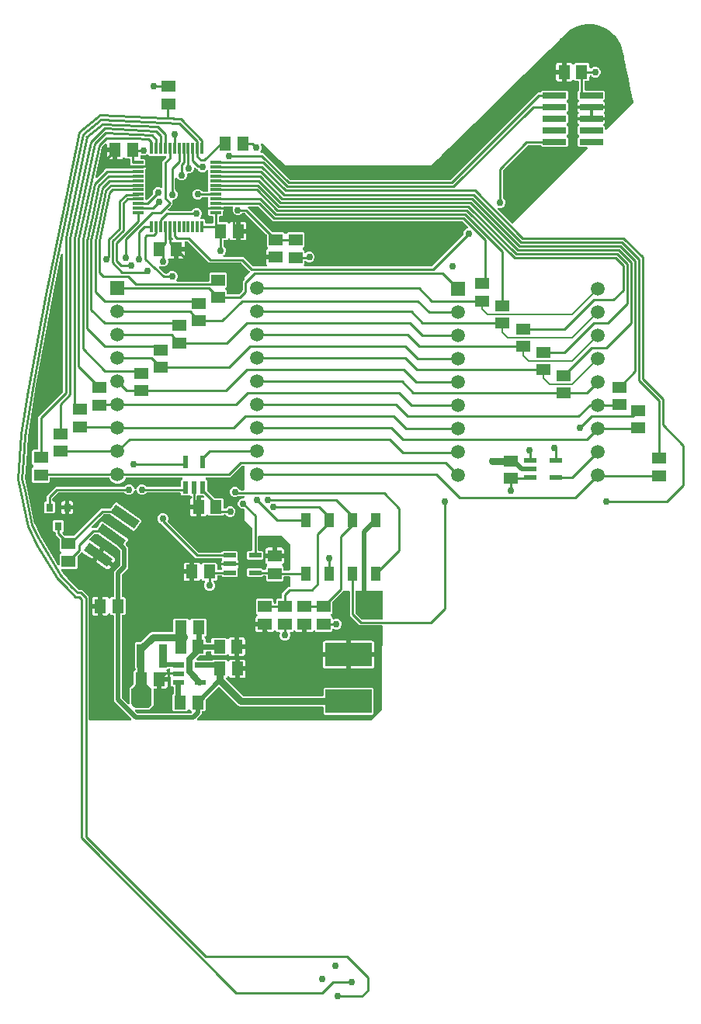
<source format=gbr>
G04 EAGLE Gerber X2 export*
%TF.Part,Single*%
%TF.FileFunction,Copper,L4,Bot,Mixed*%
%TF.FilePolarity,Positive*%
%TF.GenerationSoftware,Autodesk,EAGLE,9.0.1*%
%TF.CreationDate,2018-06-27T06:52:03Z*%
G75*
%MOMM*%
%FSLAX34Y34*%
%LPD*%
%AMOC8*
5,1,8,0,0,1.08239X$1,22.5*%
G01*
%ADD10R,0.300000X1.200000*%
%ADD11R,1.200000X0.300000*%
%ADD12R,0.850000X2.500000*%
%ADD13R,1.300000X1.500000*%
%ADD14R,1.500000X1.300000*%
%ADD15R,1.508000X1.508000*%
%ADD16C,1.508000*%
%ADD17R,0.558800X1.320800*%
%ADD18R,1.320800X0.558800*%
%ADD19R,2.500000X0.650000*%
%ADD20C,0.077000*%
%ADD21R,0.787400X0.889000*%
%ADD22R,0.990600X1.549400*%
%ADD23R,5.080000X2.540000*%
%ADD24R,1.020000X3.170000*%
%ADD25C,0.508000*%
%ADD26C,0.756400*%
%ADD27C,0.254000*%
%ADD28C,0.762000*%
%ADD29C,0.558800*%
%ADD30C,1.000000*%
%ADD31C,0.635000*%
%ADD32C,0.152400*%

G36*
X393544Y505219D02*
X393544Y505219D01*
X393643Y505222D01*
X393701Y505239D01*
X393762Y505247D01*
X393854Y505283D01*
X393949Y505311D01*
X394001Y505341D01*
X394057Y505364D01*
X394137Y505422D01*
X394223Y505472D01*
X394298Y505538D01*
X394315Y505550D01*
X394322Y505560D01*
X394344Y505579D01*
X405012Y516247D01*
X405072Y516325D01*
X405140Y516397D01*
X405169Y516450D01*
X405206Y516498D01*
X405246Y516589D01*
X405294Y516675D01*
X405309Y516734D01*
X405333Y516790D01*
X405348Y516888D01*
X405373Y516983D01*
X405379Y517083D01*
X405383Y517104D01*
X405381Y517116D01*
X405383Y517144D01*
X405383Y564634D01*
X405967Y607805D01*
X405952Y607932D01*
X405944Y608059D01*
X405935Y608089D01*
X405931Y608121D01*
X405886Y608240D01*
X405846Y608361D01*
X405829Y608388D01*
X405818Y608418D01*
X405745Y608522D01*
X405676Y608630D01*
X405653Y608652D01*
X405635Y608678D01*
X405538Y608761D01*
X405445Y608848D01*
X405417Y608863D01*
X405392Y608884D01*
X405278Y608940D01*
X405166Y609002D01*
X405135Y609010D01*
X405107Y609024D01*
X404982Y609049D01*
X404858Y609081D01*
X404812Y609084D01*
X404795Y609088D01*
X404773Y609086D01*
X404698Y609091D01*
X381007Y609091D01*
X378850Y611249D01*
X372489Y617610D01*
X370331Y619767D01*
X370331Y645414D01*
X370316Y645532D01*
X370309Y645651D01*
X370296Y645689D01*
X370291Y645730D01*
X370248Y645840D01*
X370211Y645953D01*
X370189Y645988D01*
X370174Y646025D01*
X370105Y646121D01*
X370041Y646222D01*
X370011Y646250D01*
X369988Y646283D01*
X369896Y646359D01*
X369809Y646440D01*
X369774Y646460D01*
X369743Y646485D01*
X369635Y646536D01*
X369531Y646594D01*
X369491Y646604D01*
X369455Y646621D01*
X369338Y646643D01*
X369223Y646673D01*
X369163Y646677D01*
X369143Y646681D01*
X369122Y646679D01*
X369062Y646683D01*
X363691Y646683D01*
X363592Y646671D01*
X363493Y646668D01*
X363435Y646651D01*
X363375Y646643D01*
X363283Y646607D01*
X363188Y646579D01*
X363136Y646549D01*
X363079Y646526D01*
X362999Y646468D01*
X362914Y646418D01*
X362839Y646352D01*
X362822Y646340D01*
X362814Y646330D01*
X362793Y646311D01*
X361571Y645090D01*
X351474Y634993D01*
X351414Y634915D01*
X351346Y634843D01*
X351317Y634790D01*
X351280Y634742D01*
X351240Y634651D01*
X351192Y634564D01*
X351177Y634505D01*
X351153Y634450D01*
X351138Y634352D01*
X351113Y634256D01*
X351107Y634156D01*
X351103Y634136D01*
X351105Y634123D01*
X351103Y634095D01*
X351103Y622058D01*
X349842Y620798D01*
X349769Y620703D01*
X349690Y620614D01*
X349672Y620578D01*
X349647Y620546D01*
X349600Y620437D01*
X349546Y620331D01*
X349537Y620292D01*
X349521Y620254D01*
X349502Y620137D01*
X349476Y620021D01*
X349477Y619980D01*
X349471Y619940D01*
X349482Y619822D01*
X349486Y619703D01*
X349497Y619664D01*
X349501Y619624D01*
X349541Y619511D01*
X349574Y619397D01*
X349595Y619363D01*
X349608Y619324D01*
X349675Y619226D01*
X349736Y619123D01*
X349776Y619078D01*
X349787Y619061D01*
X349802Y619048D01*
X349842Y619003D01*
X351103Y617742D01*
X351103Y616693D01*
X351109Y616643D01*
X351107Y616594D01*
X351129Y616486D01*
X351143Y616377D01*
X351161Y616331D01*
X351171Y616282D01*
X351219Y616184D01*
X351260Y616081D01*
X351289Y616041D01*
X351311Y615996D01*
X351382Y615913D01*
X351446Y615824D01*
X351485Y615792D01*
X351517Y615754D01*
X351607Y615691D01*
X351691Y615621D01*
X351736Y615600D01*
X351777Y615571D01*
X351880Y615532D01*
X351979Y615486D01*
X352028Y615476D01*
X352074Y615459D01*
X352184Y615446D01*
X352291Y615426D01*
X352341Y615429D01*
X352390Y615423D01*
X352499Y615439D01*
X352609Y615446D01*
X352656Y615461D01*
X352705Y615468D01*
X352858Y615520D01*
X354443Y616177D01*
X356757Y616177D01*
X358894Y615292D01*
X360530Y613656D01*
X361415Y611519D01*
X361415Y609205D01*
X360530Y607068D01*
X358894Y605432D01*
X356757Y604547D01*
X354443Y604547D01*
X352858Y605204D01*
X352810Y605217D01*
X352765Y605238D01*
X352657Y605259D01*
X352551Y605288D01*
X352501Y605289D01*
X352452Y605298D01*
X352343Y605291D01*
X352233Y605293D01*
X352185Y605281D01*
X352135Y605278D01*
X352031Y605245D01*
X351924Y605219D01*
X351880Y605196D01*
X351833Y605180D01*
X351740Y605122D01*
X351643Y605070D01*
X351606Y605037D01*
X351564Y605010D01*
X351489Y604930D01*
X351407Y604856D01*
X351380Y604815D01*
X351346Y604779D01*
X351293Y604682D01*
X351233Y604591D01*
X351216Y604544D01*
X351192Y604500D01*
X351165Y604394D01*
X351129Y604290D01*
X351125Y604240D01*
X351113Y604192D01*
X351103Y604031D01*
X351103Y603058D01*
X349912Y601867D01*
X333228Y601867D01*
X332244Y602852D01*
X332144Y602929D01*
X332049Y603011D01*
X332019Y603026D01*
X331992Y603047D01*
X331877Y603097D01*
X331764Y603153D01*
X331731Y603160D01*
X331700Y603173D01*
X331576Y603193D01*
X331453Y603219D01*
X331420Y603218D01*
X331386Y603223D01*
X331261Y603211D01*
X331136Y603206D01*
X331103Y603196D01*
X331070Y603193D01*
X330951Y603151D01*
X330831Y603114D01*
X330802Y603097D01*
X330770Y603086D01*
X330666Y603015D01*
X330559Y602950D01*
X330535Y602926D01*
X330507Y602907D01*
X330424Y602813D01*
X330336Y602723D01*
X330309Y602682D01*
X330297Y602669D01*
X330287Y602649D01*
X330247Y602589D01*
X330103Y602340D01*
X329630Y601867D01*
X329051Y601532D01*
X328404Y601359D01*
X323109Y601359D01*
X323109Y609130D01*
X323094Y609248D01*
X323087Y609367D01*
X323074Y609405D01*
X323069Y609445D01*
X323025Y609556D01*
X322989Y609669D01*
X322967Y609704D01*
X322952Y609741D01*
X322882Y609837D01*
X322819Y609938D01*
X322789Y609966D01*
X322765Y609998D01*
X322674Y610074D01*
X322587Y610156D01*
X322552Y610175D01*
X322520Y610201D01*
X322413Y610252D01*
X322309Y610309D01*
X322269Y610320D01*
X322233Y610337D01*
X322116Y610359D01*
X322001Y610389D01*
X321940Y610393D01*
X321920Y610397D01*
X321900Y610395D01*
X321840Y610399D01*
X319300Y610399D01*
X319182Y610384D01*
X319063Y610377D01*
X319025Y610364D01*
X318985Y610359D01*
X318874Y610315D01*
X318761Y610279D01*
X318726Y610257D01*
X318689Y610242D01*
X318593Y610172D01*
X318492Y610109D01*
X318464Y610079D01*
X318431Y610055D01*
X318356Y609964D01*
X318274Y609877D01*
X318254Y609842D01*
X318229Y609810D01*
X318178Y609703D01*
X318120Y609599D01*
X318110Y609559D01*
X318093Y609523D01*
X318071Y609406D01*
X318041Y609291D01*
X318037Y609230D01*
X318033Y609210D01*
X318035Y609190D01*
X318031Y609130D01*
X318031Y601359D01*
X312736Y601359D01*
X312089Y601532D01*
X311510Y601867D01*
X311037Y602340D01*
X310860Y602646D01*
X310784Y602746D01*
X310714Y602850D01*
X310688Y602872D01*
X310668Y602899D01*
X310570Y602977D01*
X310475Y603061D01*
X310445Y603076D01*
X310419Y603097D01*
X310304Y603148D01*
X310192Y603205D01*
X310159Y603213D01*
X310128Y603226D01*
X310004Y603247D01*
X309882Y603275D01*
X309848Y603274D01*
X309815Y603279D01*
X309689Y603269D01*
X309564Y603265D01*
X309531Y603256D01*
X309498Y603253D01*
X309379Y603212D01*
X309258Y603177D01*
X309229Y603160D01*
X309197Y603149D01*
X309093Y603079D01*
X308984Y603015D01*
X308948Y602983D01*
X308932Y602973D01*
X308918Y602957D01*
X308864Y602909D01*
X307822Y601867D01*
X306128Y601867D01*
X306079Y601861D01*
X306029Y601863D01*
X305922Y601841D01*
X305812Y601827D01*
X305766Y601809D01*
X305718Y601799D01*
X305619Y601751D01*
X305517Y601710D01*
X305476Y601681D01*
X305432Y601659D01*
X305348Y601588D01*
X305259Y601524D01*
X305228Y601485D01*
X305190Y601453D01*
X305127Y601363D01*
X305057Y601279D01*
X305035Y601234D01*
X305007Y601193D01*
X304968Y601090D01*
X304921Y600991D01*
X304912Y600942D01*
X304894Y600896D01*
X304882Y600786D01*
X304861Y600679D01*
X304864Y600629D01*
X304859Y600580D01*
X304874Y600471D01*
X304881Y600361D01*
X304896Y600314D01*
X304903Y600265D01*
X304955Y600112D01*
X305281Y599327D01*
X305281Y597013D01*
X304396Y594876D01*
X302760Y593240D01*
X300623Y592355D01*
X298309Y592355D01*
X296172Y593240D01*
X294536Y594876D01*
X293651Y597013D01*
X293651Y599327D01*
X293977Y600112D01*
X293990Y600160D01*
X294011Y600205D01*
X294032Y600313D01*
X294061Y600419D01*
X294061Y600469D01*
X294071Y600518D01*
X294064Y600627D01*
X294066Y600737D01*
X294054Y600785D01*
X294051Y600835D01*
X294017Y600939D01*
X293992Y601046D01*
X293968Y601090D01*
X293953Y601137D01*
X293894Y601230D01*
X293843Y601327D01*
X293809Y601364D01*
X293783Y601406D01*
X293703Y601481D01*
X293629Y601563D01*
X293587Y601590D01*
X293551Y601624D01*
X293455Y601677D01*
X293363Y601737D01*
X293316Y601754D01*
X293273Y601778D01*
X293166Y601805D01*
X293062Y601841D01*
X293013Y601845D01*
X292965Y601857D01*
X292804Y601867D01*
X291138Y601867D01*
X289587Y603418D01*
X289483Y603499D01*
X289382Y603585D01*
X289357Y603596D01*
X289336Y603613D01*
X289215Y603665D01*
X289095Y603723D01*
X289069Y603729D01*
X289044Y603739D01*
X288913Y603760D01*
X288784Y603786D01*
X288757Y603785D01*
X288730Y603789D01*
X288598Y603777D01*
X288466Y603770D01*
X288440Y603762D01*
X288413Y603759D01*
X288289Y603714D01*
X288162Y603675D01*
X288140Y603661D01*
X288114Y603652D01*
X288004Y603577D01*
X287892Y603508D01*
X287873Y603488D01*
X287851Y603473D01*
X287763Y603374D01*
X287672Y603278D01*
X287658Y603255D01*
X287641Y603235D01*
X287580Y603116D01*
X287515Y603001D01*
X287503Y602965D01*
X287496Y602951D01*
X287491Y602930D01*
X287464Y602849D01*
X287452Y602803D01*
X287117Y602224D01*
X286644Y601751D01*
X286065Y601416D01*
X285418Y601243D01*
X280123Y601243D01*
X280123Y609014D01*
X280108Y609132D01*
X280101Y609251D01*
X280088Y609289D01*
X280083Y609329D01*
X280039Y609440D01*
X280003Y609553D01*
X279981Y609588D01*
X279966Y609625D01*
X279896Y609721D01*
X279833Y609822D01*
X279803Y609850D01*
X279779Y609882D01*
X279688Y609958D01*
X279601Y610040D01*
X279566Y610059D01*
X279534Y610085D01*
X279427Y610136D01*
X279323Y610193D01*
X279283Y610204D01*
X279247Y610221D01*
X279130Y610243D01*
X279015Y610273D01*
X278954Y610277D01*
X278934Y610281D01*
X278914Y610279D01*
X278854Y610283D01*
X277583Y610283D01*
X277583Y611554D01*
X277568Y611672D01*
X277561Y611791D01*
X277548Y611829D01*
X277543Y611869D01*
X277499Y611980D01*
X277463Y612093D01*
X277441Y612128D01*
X277426Y612165D01*
X277356Y612261D01*
X277293Y612362D01*
X277263Y612390D01*
X277239Y612422D01*
X277148Y612498D01*
X277061Y612580D01*
X277026Y612599D01*
X276994Y612625D01*
X276887Y612676D01*
X276783Y612733D01*
X276743Y612744D01*
X276707Y612761D01*
X276590Y612783D01*
X276475Y612813D01*
X276414Y612817D01*
X276394Y612821D01*
X276374Y612819D01*
X276314Y612823D01*
X267543Y612823D01*
X267543Y617118D01*
X267716Y617765D01*
X268051Y618344D01*
X268524Y618817D01*
X268773Y618961D01*
X268873Y619037D01*
X268977Y619107D01*
X268999Y619133D01*
X269026Y619153D01*
X269104Y619252D01*
X269188Y619346D01*
X269203Y619376D01*
X269224Y619402D01*
X269275Y619517D01*
X269332Y619629D01*
X269340Y619662D01*
X269353Y619693D01*
X269374Y619817D01*
X269402Y619939D01*
X269401Y619973D01*
X269406Y620006D01*
X269396Y620132D01*
X269392Y620257D01*
X269383Y620290D01*
X269380Y620323D01*
X269339Y620442D01*
X269304Y620563D01*
X269287Y620592D01*
X269276Y620624D01*
X269206Y620728D01*
X269142Y620837D01*
X269110Y620873D01*
X269100Y620889D01*
X269084Y620903D01*
X269036Y620958D01*
X268051Y621942D01*
X268051Y636626D01*
X269242Y637817D01*
X285926Y637817D01*
X287117Y636626D01*
X287117Y633718D01*
X287132Y633600D01*
X287139Y633481D01*
X287152Y633443D01*
X287157Y633402D01*
X287200Y633292D01*
X287237Y633179D01*
X287259Y633144D01*
X287274Y633107D01*
X287343Y633011D01*
X287407Y632910D01*
X287437Y632882D01*
X287460Y632849D01*
X287552Y632773D01*
X287639Y632692D01*
X287674Y632672D01*
X287705Y632647D01*
X287813Y632596D01*
X287917Y632538D01*
X287957Y632528D01*
X287993Y632511D01*
X288110Y632489D01*
X288225Y632459D01*
X288285Y632455D01*
X288305Y632451D01*
X288326Y632453D01*
X288386Y632449D01*
X288678Y632449D01*
X288796Y632464D01*
X288915Y632471D01*
X288953Y632484D01*
X288994Y632489D01*
X289104Y632532D01*
X289217Y632569D01*
X289252Y632591D01*
X289289Y632606D01*
X289385Y632675D01*
X289486Y632739D01*
X289514Y632769D01*
X289547Y632792D01*
X289623Y632884D01*
X289704Y632971D01*
X289724Y633006D01*
X289749Y633037D01*
X289800Y633145D01*
X289858Y633249D01*
X289868Y633289D01*
X289885Y633325D01*
X289907Y633442D01*
X289937Y633557D01*
X289941Y633617D01*
X289945Y633637D01*
X289943Y633658D01*
X289947Y633718D01*
X289947Y636742D01*
X291138Y637933D01*
X295162Y637933D01*
X295280Y637948D01*
X295399Y637955D01*
X295437Y637968D01*
X295478Y637973D01*
X295588Y638016D01*
X295701Y638053D01*
X295736Y638075D01*
X295773Y638090D01*
X295869Y638159D01*
X295970Y638223D01*
X295998Y638253D01*
X296031Y638276D01*
X296107Y638368D01*
X296188Y638455D01*
X296208Y638490D01*
X296233Y638521D01*
X296284Y638629D01*
X296342Y638733D01*
X296352Y638773D01*
X296369Y638809D01*
X296391Y638926D01*
X296421Y639041D01*
X296425Y639101D01*
X296429Y639121D01*
X296427Y639142D01*
X296431Y639202D01*
X296431Y643643D01*
X303537Y650749D01*
X304292Y650749D01*
X304430Y650766D01*
X304568Y650779D01*
X304587Y650786D01*
X304608Y650789D01*
X304737Y650840D01*
X304868Y650887D01*
X304884Y650898D01*
X304903Y650906D01*
X305016Y650987D01*
X305131Y651065D01*
X305144Y651081D01*
X305161Y651092D01*
X305249Y651200D01*
X305341Y651304D01*
X305350Y651322D01*
X305363Y651337D01*
X305423Y651463D01*
X305486Y651587D01*
X305490Y651607D01*
X305499Y651625D01*
X305525Y651761D01*
X305556Y651897D01*
X305555Y651918D01*
X305559Y651937D01*
X305550Y652076D01*
X305546Y652215D01*
X305540Y652235D01*
X305539Y652255D01*
X305496Y652387D01*
X305457Y652521D01*
X305447Y652538D01*
X305441Y652557D01*
X305367Y652675D01*
X305296Y652795D01*
X305277Y652816D01*
X305271Y652826D01*
X305256Y652840D01*
X305190Y652915D01*
X305053Y653052D01*
X305053Y661212D01*
X305038Y661330D01*
X305031Y661449D01*
X305018Y661487D01*
X305013Y661528D01*
X304970Y661638D01*
X304933Y661751D01*
X304911Y661786D01*
X304896Y661823D01*
X304827Y661919D01*
X304763Y662020D01*
X304733Y662048D01*
X304710Y662081D01*
X304618Y662157D01*
X304531Y662238D01*
X304496Y662258D01*
X304465Y662283D01*
X304357Y662334D01*
X304253Y662392D01*
X304213Y662402D01*
X304177Y662419D01*
X304060Y662441D01*
X303945Y662471D01*
X303885Y662475D01*
X303865Y662479D01*
X303844Y662477D01*
X303784Y662481D01*
X299042Y662481D01*
X298924Y662466D01*
X298805Y662459D01*
X298767Y662446D01*
X298726Y662441D01*
X298616Y662398D01*
X298503Y662361D01*
X298468Y662339D01*
X298431Y662324D01*
X298335Y662255D01*
X298234Y662191D01*
X298206Y662161D01*
X298173Y662138D01*
X298097Y662046D01*
X298016Y661959D01*
X297996Y661924D01*
X297971Y661893D01*
X297920Y661785D01*
X297862Y661681D01*
X297852Y661641D01*
X297835Y661605D01*
X297813Y661488D01*
X297783Y661373D01*
X297779Y661313D01*
X297775Y661293D01*
X297777Y661272D01*
X297773Y661212D01*
X297773Y658188D01*
X296582Y656997D01*
X279898Y656997D01*
X278707Y658188D01*
X278707Y662054D01*
X278692Y662172D01*
X278685Y662291D01*
X278672Y662329D01*
X278667Y662370D01*
X278624Y662480D01*
X278587Y662593D01*
X278565Y662628D01*
X278550Y662665D01*
X278481Y662761D01*
X278417Y662862D01*
X278387Y662890D01*
X278364Y662923D01*
X278272Y662999D01*
X278185Y663080D01*
X278150Y663100D01*
X278119Y663125D01*
X278011Y663176D01*
X277907Y663234D01*
X277867Y663244D01*
X277831Y663261D01*
X277714Y663283D01*
X277599Y663313D01*
X277539Y663317D01*
X277519Y663321D01*
X277498Y663319D01*
X277438Y663323D01*
X276644Y663323D01*
X276546Y663311D01*
X276446Y663308D01*
X276388Y663291D01*
X276328Y663283D01*
X276236Y663247D01*
X276141Y663219D01*
X276089Y663189D01*
X276032Y663166D01*
X275952Y663108D01*
X275867Y663058D01*
X275792Y662992D01*
X275775Y662980D01*
X275767Y662970D01*
X275746Y662952D01*
X274340Y661545D01*
X259448Y661545D01*
X258257Y662736D01*
X258257Y670008D01*
X259448Y671199D01*
X274340Y671199D01*
X275746Y669792D01*
X275824Y669732D01*
X275897Y669664D01*
X275950Y669635D01*
X275997Y669598D01*
X276088Y669558D01*
X276175Y669510D01*
X276234Y669495D01*
X276289Y669471D01*
X276387Y669456D01*
X276483Y669431D01*
X276583Y669425D01*
X276603Y669421D01*
X276616Y669423D01*
X276644Y669421D01*
X277438Y669421D01*
X277556Y669436D01*
X277675Y669443D01*
X277713Y669456D01*
X277754Y669461D01*
X277864Y669504D01*
X277977Y669541D01*
X278012Y669563D01*
X278049Y669578D01*
X278145Y669647D01*
X278246Y669711D01*
X278274Y669741D01*
X278307Y669764D01*
X278383Y669856D01*
X278464Y669943D01*
X278484Y669978D01*
X278509Y670009D01*
X278560Y670117D01*
X278618Y670221D01*
X278628Y670261D01*
X278645Y670297D01*
X278667Y670414D01*
X278697Y670529D01*
X278701Y670589D01*
X278705Y670609D01*
X278703Y670630D01*
X278707Y670690D01*
X278707Y672872D01*
X279692Y673856D01*
X279769Y673956D01*
X279851Y674051D01*
X279866Y674081D01*
X279887Y674108D01*
X279937Y674223D01*
X279993Y674336D01*
X280000Y674369D01*
X280013Y674400D01*
X280033Y674524D01*
X280059Y674647D01*
X280058Y674680D01*
X280063Y674714D01*
X280051Y674839D01*
X280046Y674964D01*
X280036Y674997D01*
X280033Y675030D01*
X279991Y675149D01*
X279954Y675269D01*
X279937Y675298D01*
X279926Y675330D01*
X279855Y675434D01*
X279790Y675541D01*
X279766Y675565D01*
X279747Y675593D01*
X279653Y675676D01*
X279563Y675764D01*
X279522Y675791D01*
X279509Y675803D01*
X279489Y675813D01*
X279429Y675853D01*
X279180Y675997D01*
X278707Y676470D01*
X278372Y677049D01*
X278199Y677696D01*
X278199Y681991D01*
X286970Y681991D01*
X287088Y682006D01*
X287207Y682013D01*
X287245Y682026D01*
X287285Y682031D01*
X287396Y682074D01*
X287509Y682111D01*
X287544Y682133D01*
X287581Y682148D01*
X287677Y682218D01*
X287778Y682281D01*
X287806Y682311D01*
X287838Y682335D01*
X287914Y682426D01*
X287996Y682513D01*
X288015Y682548D01*
X288041Y682579D01*
X288092Y682687D01*
X288149Y682791D01*
X288160Y682831D01*
X288177Y682867D01*
X288199Y682984D01*
X288229Y683099D01*
X288233Y683160D01*
X288237Y683180D01*
X288235Y683200D01*
X288239Y683260D01*
X288239Y684531D01*
X288241Y684531D01*
X288241Y683260D01*
X288256Y683142D01*
X288263Y683023D01*
X288276Y682985D01*
X288281Y682945D01*
X288325Y682834D01*
X288361Y682721D01*
X288383Y682686D01*
X288398Y682649D01*
X288468Y682553D01*
X288531Y682452D01*
X288561Y682424D01*
X288585Y682391D01*
X288676Y682316D01*
X288763Y682234D01*
X288798Y682214D01*
X288830Y682189D01*
X288937Y682138D01*
X289041Y682080D01*
X289081Y682070D01*
X289117Y682053D01*
X289234Y682031D01*
X289349Y682001D01*
X289410Y681997D01*
X289430Y681993D01*
X289450Y681995D01*
X289510Y681991D01*
X298281Y681991D01*
X298281Y677696D01*
X298108Y677049D01*
X297773Y676470D01*
X297300Y675997D01*
X297051Y675853D01*
X296951Y675777D01*
X296847Y675707D01*
X296825Y675681D01*
X296798Y675661D01*
X296720Y675562D01*
X296636Y675468D01*
X296621Y675438D01*
X296600Y675412D01*
X296549Y675297D01*
X296492Y675185D01*
X296484Y675152D01*
X296471Y675121D01*
X296450Y674997D01*
X296422Y674875D01*
X296423Y674841D01*
X296418Y674808D01*
X296428Y674682D01*
X296432Y674557D01*
X296441Y674524D01*
X296444Y674491D01*
X296485Y674372D01*
X296520Y674251D01*
X296537Y674222D01*
X296548Y674190D01*
X296618Y674086D01*
X296682Y673977D01*
X296714Y673941D01*
X296724Y673925D01*
X296740Y673911D01*
X296788Y673856D01*
X297773Y672872D01*
X297773Y669848D01*
X297788Y669730D01*
X297795Y669611D01*
X297808Y669573D01*
X297813Y669532D01*
X297856Y669422D01*
X297893Y669309D01*
X297915Y669274D01*
X297930Y669237D01*
X297999Y669141D01*
X298063Y669040D01*
X298093Y669012D01*
X298116Y668979D01*
X298208Y668903D01*
X298295Y668822D01*
X298330Y668802D01*
X298361Y668777D01*
X298469Y668726D01*
X298573Y668668D01*
X298613Y668658D01*
X298649Y668641D01*
X298766Y668619D01*
X298881Y668589D01*
X298941Y668585D01*
X298961Y668581D01*
X298982Y668583D01*
X299042Y668579D01*
X303784Y668579D01*
X303902Y668594D01*
X304021Y668601D01*
X304059Y668614D01*
X304100Y668619D01*
X304210Y668662D01*
X304323Y668699D01*
X304358Y668721D01*
X304395Y668736D01*
X304491Y668805D01*
X304592Y668869D01*
X304620Y668899D01*
X304653Y668922D01*
X304729Y669014D01*
X304810Y669101D01*
X304830Y669136D01*
X304855Y669167D01*
X304906Y669275D01*
X304964Y669379D01*
X304974Y669419D01*
X304991Y669455D01*
X305013Y669572D01*
X305043Y669687D01*
X305047Y669747D01*
X305051Y669767D01*
X305049Y669788D01*
X305053Y669848D01*
X305053Y696468D01*
X305041Y696566D01*
X305038Y696665D01*
X305021Y696723D01*
X305013Y696784D01*
X304977Y696876D01*
X304949Y696971D01*
X304919Y697023D01*
X304896Y697079D01*
X304838Y697159D01*
X304788Y697245D01*
X304722Y697320D01*
X304710Y697337D01*
X304700Y697344D01*
X304682Y697366D01*
X295792Y706256D01*
X295713Y706316D01*
X295641Y706384D01*
X295588Y706413D01*
X295540Y706450D01*
X295449Y706490D01*
X295363Y706538D01*
X295304Y706553D01*
X295248Y706577D01*
X295150Y706592D01*
X295055Y706617D01*
X294955Y706623D01*
X294934Y706627D01*
X294922Y706625D01*
X294894Y706627D01*
X271212Y706627D01*
X271094Y706612D01*
X270975Y706605D01*
X270937Y706592D01*
X270896Y706587D01*
X270786Y706544D01*
X270673Y706507D01*
X270638Y706485D01*
X270601Y706470D01*
X270505Y706401D01*
X270404Y706337D01*
X270376Y706307D01*
X270343Y706284D01*
X270267Y706192D01*
X270186Y706105D01*
X270166Y706070D01*
X270141Y706039D01*
X270090Y705931D01*
X270032Y705827D01*
X270022Y705787D01*
X270005Y705751D01*
X269983Y705634D01*
X269953Y705519D01*
X269949Y705459D01*
X269945Y705439D01*
X269947Y705418D01*
X269943Y705358D01*
X269943Y691264D01*
X269958Y691146D01*
X269965Y691027D01*
X269978Y690989D01*
X269983Y690948D01*
X270026Y690838D01*
X270063Y690725D01*
X270085Y690690D01*
X270100Y690653D01*
X270169Y690557D01*
X270233Y690456D01*
X270263Y690428D01*
X270286Y690395D01*
X270378Y690319D01*
X270465Y690238D01*
X270500Y690218D01*
X270531Y690193D01*
X270639Y690142D01*
X270743Y690084D01*
X270783Y690074D01*
X270819Y690057D01*
X270936Y690035D01*
X271051Y690005D01*
X271111Y690001D01*
X271131Y689997D01*
X271152Y689999D01*
X271212Y689995D01*
X274340Y689995D01*
X275531Y688804D01*
X275531Y681532D01*
X274340Y680341D01*
X259448Y680341D01*
X258257Y681532D01*
X258257Y688804D01*
X259448Y689995D01*
X262576Y689995D01*
X262694Y690010D01*
X262813Y690017D01*
X262851Y690030D01*
X262892Y690035D01*
X263002Y690078D01*
X263115Y690115D01*
X263150Y690137D01*
X263187Y690152D01*
X263283Y690221D01*
X263384Y690285D01*
X263412Y690315D01*
X263445Y690338D01*
X263521Y690430D01*
X263602Y690517D01*
X263622Y690552D01*
X263647Y690583D01*
X263698Y690691D01*
X263756Y690795D01*
X263766Y690835D01*
X263783Y690871D01*
X263805Y690988D01*
X263835Y691103D01*
X263839Y691163D01*
X263843Y691183D01*
X263841Y691204D01*
X263845Y691264D01*
X263845Y713800D01*
X263833Y713898D01*
X263830Y713997D01*
X263813Y714055D01*
X263805Y714116D01*
X263769Y714208D01*
X263741Y714303D01*
X263711Y714355D01*
X263688Y714411D01*
X263630Y714491D01*
X263580Y714577D01*
X263514Y714652D01*
X263502Y714669D01*
X263492Y714676D01*
X263474Y714697D01*
X255523Y722648D01*
X255523Y734596D01*
X255508Y734714D01*
X255501Y734833D01*
X255488Y734871D01*
X255483Y734912D01*
X255440Y735022D01*
X255403Y735135D01*
X255381Y735170D01*
X255366Y735207D01*
X255297Y735303D01*
X255233Y735404D01*
X255203Y735432D01*
X255180Y735465D01*
X255088Y735541D01*
X255001Y735622D01*
X254966Y735642D01*
X254935Y735667D01*
X254827Y735718D01*
X254723Y735776D01*
X254683Y735786D01*
X254647Y735803D01*
X254530Y735825D01*
X254415Y735855D01*
X254355Y735859D01*
X254335Y735863D01*
X254314Y735861D01*
X254254Y735865D01*
X252843Y735865D01*
X250706Y736750D01*
X249070Y738386D01*
X248185Y740523D01*
X248185Y742837D01*
X249070Y744974D01*
X250706Y746610D01*
X252843Y747495D01*
X254254Y747495D01*
X254372Y747510D01*
X254491Y747517D01*
X254529Y747530D01*
X254570Y747535D01*
X254680Y747578D01*
X254793Y747615D01*
X254828Y747637D01*
X254865Y747652D01*
X254961Y747721D01*
X255062Y747785D01*
X255090Y747815D01*
X255123Y747838D01*
X255199Y747930D01*
X255280Y748017D01*
X255300Y748052D01*
X255325Y748083D01*
X255376Y748191D01*
X255434Y748295D01*
X255444Y748335D01*
X255461Y748371D01*
X255483Y748488D01*
X255513Y748603D01*
X255517Y748663D01*
X255521Y748683D01*
X255519Y748704D01*
X255520Y748705D01*
X255521Y748712D01*
X255520Y748718D01*
X255523Y748764D01*
X255523Y748792D01*
X255508Y748910D01*
X255501Y749029D01*
X255488Y749067D01*
X255483Y749108D01*
X255440Y749218D01*
X255403Y749331D01*
X255381Y749366D01*
X255366Y749403D01*
X255297Y749499D01*
X255233Y749600D01*
X255203Y749628D01*
X255180Y749661D01*
X255088Y749737D01*
X255001Y749818D01*
X254966Y749838D01*
X254935Y749863D01*
X254827Y749914D01*
X254723Y749972D01*
X254683Y749982D01*
X254647Y749999D01*
X254530Y750021D01*
X254415Y750051D01*
X254355Y750055D01*
X254335Y750059D01*
X254314Y750057D01*
X254254Y750061D01*
X249286Y750061D01*
X249188Y750049D01*
X249089Y750046D01*
X249031Y750029D01*
X248971Y750021D01*
X248879Y749985D01*
X248784Y749957D01*
X248731Y749927D01*
X248675Y749904D01*
X248595Y749846D01*
X248510Y749796D01*
X248434Y749730D01*
X248418Y749718D01*
X248410Y749708D01*
X248389Y749690D01*
X248150Y749450D01*
X246013Y748565D01*
X243699Y748565D01*
X241562Y749450D01*
X239926Y751086D01*
X239041Y753223D01*
X239041Y755537D01*
X239926Y757674D01*
X241562Y759310D01*
X243699Y760195D01*
X246013Y760195D01*
X248150Y759310D01*
X249786Y757674D01*
X250089Y756942D01*
X250103Y756917D01*
X250112Y756889D01*
X250182Y756779D01*
X250246Y756666D01*
X250267Y756645D01*
X250282Y756620D01*
X250377Y756531D01*
X250467Y756438D01*
X250493Y756422D01*
X250514Y756402D01*
X250628Y756339D01*
X250738Y756271D01*
X250767Y756263D01*
X250793Y756248D01*
X250918Y756216D01*
X251042Y756178D01*
X251072Y756176D01*
X251100Y756169D01*
X251261Y756159D01*
X254254Y756159D01*
X254372Y756174D01*
X254491Y756181D01*
X254529Y756194D01*
X254570Y756199D01*
X254680Y756242D01*
X254793Y756279D01*
X254828Y756301D01*
X254865Y756316D01*
X254961Y756385D01*
X255062Y756449D01*
X255090Y756479D01*
X255123Y756502D01*
X255199Y756594D01*
X255280Y756681D01*
X255300Y756716D01*
X255325Y756747D01*
X255376Y756855D01*
X255434Y756959D01*
X255444Y756999D01*
X255461Y757035D01*
X255483Y757152D01*
X255513Y757267D01*
X255517Y757327D01*
X255521Y757347D01*
X255519Y757368D01*
X255523Y757428D01*
X255523Y781812D01*
X255508Y781930D01*
X255501Y782049D01*
X255488Y782087D01*
X255483Y782128D01*
X255440Y782238D01*
X255403Y782351D01*
X255381Y782386D01*
X255366Y782423D01*
X255297Y782519D01*
X255233Y782620D01*
X255203Y782648D01*
X255180Y782681D01*
X255088Y782757D01*
X255001Y782838D01*
X254966Y782858D01*
X254935Y782883D01*
X254827Y782934D01*
X254723Y782992D01*
X254683Y783002D01*
X254647Y783019D01*
X254530Y783041D01*
X254415Y783071D01*
X254355Y783075D01*
X254335Y783079D01*
X254314Y783077D01*
X254254Y783081D01*
X253249Y783081D01*
X253150Y783069D01*
X253051Y783066D01*
X252993Y783049D01*
X252933Y783041D01*
X252841Y783005D01*
X252746Y782977D01*
X252694Y782947D01*
X252637Y782924D01*
X252557Y782866D01*
X252472Y782816D01*
X252397Y782750D01*
X252380Y782738D01*
X252372Y782728D01*
X252351Y782710D01*
X241950Y772309D01*
X239793Y770151D01*
X214058Y770151D01*
X213920Y770134D01*
X213781Y770121D01*
X213762Y770114D01*
X213742Y770111D01*
X213613Y770060D01*
X213482Y770013D01*
X213465Y770002D01*
X213446Y769994D01*
X213334Y769913D01*
X213219Y769835D01*
X213206Y769819D01*
X213189Y769808D01*
X213100Y769700D01*
X213008Y769596D01*
X212999Y769578D01*
X212986Y769563D01*
X212927Y769437D01*
X212864Y769313D01*
X212859Y769293D01*
X212851Y769275D01*
X212825Y769138D01*
X212794Y769003D01*
X212795Y768982D01*
X212791Y768963D01*
X212800Y768824D01*
X212804Y768685D01*
X212809Y768665D01*
X212811Y768645D01*
X212853Y768513D01*
X212892Y768379D01*
X212903Y768362D01*
X212909Y768343D01*
X212983Y768225D01*
X213054Y768105D01*
X213072Y768084D01*
X213079Y768074D01*
X213094Y768060D01*
X213160Y767985D01*
X214415Y766730D01*
X214415Y755877D01*
X214427Y755778D01*
X214430Y755679D01*
X214447Y755621D01*
X214455Y755561D01*
X214491Y755469D01*
X214519Y755374D01*
X214549Y755322D01*
X214572Y755265D01*
X214630Y755185D01*
X214680Y755100D01*
X214746Y755024D01*
X214758Y755008D01*
X214768Y755000D01*
X214786Y754979D01*
X221991Y747774D01*
X222069Y747714D01*
X222141Y747646D01*
X222194Y747617D01*
X222242Y747580D01*
X222333Y747540D01*
X222420Y747492D01*
X222478Y747477D01*
X222534Y747453D01*
X222632Y747438D01*
X222728Y747413D01*
X222828Y747407D01*
X222848Y747403D01*
X222861Y747405D01*
X222889Y747403D01*
X231472Y747403D01*
X232663Y746212D01*
X232663Y737362D01*
X232678Y737244D01*
X232685Y737125D01*
X232698Y737087D01*
X232703Y737046D01*
X232746Y736936D01*
X232783Y736823D01*
X232805Y736788D01*
X232820Y736751D01*
X232889Y736655D01*
X232953Y736554D01*
X232983Y736526D01*
X233006Y736493D01*
X233098Y736417D01*
X233185Y736336D01*
X233220Y736316D01*
X233251Y736291D01*
X233359Y736240D01*
X233463Y736182D01*
X233503Y736172D01*
X233539Y736155D01*
X233656Y736133D01*
X233771Y736103D01*
X233831Y736099D01*
X233851Y736095D01*
X233872Y736097D01*
X233932Y736093D01*
X234076Y736093D01*
X234174Y736105D01*
X234273Y736108D01*
X234331Y736125D01*
X234391Y736133D01*
X234483Y736169D01*
X234578Y736197D01*
X234631Y736227D01*
X234687Y736250D01*
X234767Y736308D01*
X234852Y736358D01*
X234928Y736424D01*
X234944Y736436D01*
X234952Y736446D01*
X234973Y736464D01*
X236482Y737974D01*
X238619Y738859D01*
X240933Y738859D01*
X243070Y737974D01*
X244706Y736338D01*
X245591Y734201D01*
X245591Y731887D01*
X244706Y729750D01*
X243070Y728114D01*
X240933Y727229D01*
X238619Y727229D01*
X236482Y728114D01*
X234973Y729624D01*
X234895Y729684D01*
X234823Y729752D01*
X234770Y729781D01*
X234722Y729818D01*
X234631Y729858D01*
X234544Y729906D01*
X234486Y729921D01*
X234430Y729945D01*
X234332Y729960D01*
X234236Y729985D01*
X234136Y729991D01*
X234116Y729995D01*
X234104Y729993D01*
X234076Y729995D01*
X233656Y729995D01*
X233558Y729983D01*
X233459Y729980D01*
X233400Y729963D01*
X233340Y729955D01*
X233248Y729919D01*
X233153Y729891D01*
X233101Y729861D01*
X233045Y729838D01*
X232964Y729780D01*
X232879Y729730D01*
X232804Y729664D01*
X232787Y729652D01*
X232779Y729642D01*
X232758Y729624D01*
X231472Y728337D01*
X216788Y728337D01*
X215804Y729322D01*
X215704Y729399D01*
X215609Y729481D01*
X215579Y729496D01*
X215552Y729517D01*
X215437Y729567D01*
X215324Y729623D01*
X215291Y729630D01*
X215260Y729643D01*
X215136Y729663D01*
X215013Y729689D01*
X214980Y729688D01*
X214946Y729693D01*
X214821Y729681D01*
X214696Y729676D01*
X214663Y729666D01*
X214630Y729663D01*
X214511Y729621D01*
X214391Y729584D01*
X214362Y729567D01*
X214330Y729556D01*
X214226Y729485D01*
X214119Y729420D01*
X214095Y729396D01*
X214067Y729377D01*
X213984Y729283D01*
X213896Y729193D01*
X213869Y729152D01*
X213857Y729139D01*
X213847Y729119D01*
X213807Y729059D01*
X213663Y728810D01*
X213190Y728337D01*
X212611Y728002D01*
X211964Y727829D01*
X207669Y727829D01*
X207669Y736600D01*
X207654Y736718D01*
X207647Y736837D01*
X207634Y736875D01*
X207629Y736915D01*
X207585Y737026D01*
X207549Y737139D01*
X207527Y737174D01*
X207512Y737211D01*
X207442Y737307D01*
X207379Y737408D01*
X207349Y737436D01*
X207325Y737468D01*
X207234Y737544D01*
X207147Y737626D01*
X207112Y737645D01*
X207080Y737671D01*
X206973Y737722D01*
X206869Y737779D01*
X206829Y737790D01*
X206793Y737807D01*
X206676Y737829D01*
X206561Y737859D01*
X206500Y737863D01*
X206480Y737867D01*
X206460Y737865D01*
X206400Y737869D01*
X205129Y737869D01*
X205129Y737871D01*
X206400Y737871D01*
X206518Y737886D01*
X206637Y737893D01*
X206675Y737906D01*
X206715Y737911D01*
X206826Y737955D01*
X206939Y737991D01*
X206974Y738013D01*
X207011Y738028D01*
X207107Y738098D01*
X207208Y738161D01*
X207236Y738191D01*
X207268Y738215D01*
X207344Y738306D01*
X207426Y738393D01*
X207445Y738428D01*
X207471Y738460D01*
X207522Y738567D01*
X207579Y738671D01*
X207590Y738711D01*
X207607Y738747D01*
X207629Y738864D01*
X207659Y738979D01*
X207663Y739040D01*
X207667Y739060D01*
X207665Y739080D01*
X207669Y739140D01*
X207669Y747911D01*
X210167Y747911D01*
X210305Y747928D01*
X210444Y747941D01*
X210463Y747948D01*
X210483Y747951D01*
X210612Y748002D01*
X210743Y748049D01*
X210760Y748060D01*
X210779Y748068D01*
X210891Y748149D01*
X211006Y748227D01*
X211020Y748243D01*
X211036Y748254D01*
X211125Y748362D01*
X211217Y748466D01*
X211226Y748484D01*
X211239Y748499D01*
X211298Y748625D01*
X211361Y748749D01*
X211366Y748769D01*
X211374Y748787D01*
X211400Y748923D01*
X211431Y749059D01*
X211430Y749080D01*
X211434Y749099D01*
X211426Y749238D01*
X211421Y749377D01*
X211416Y749397D01*
X211414Y749417D01*
X211372Y749549D01*
X211333Y749683D01*
X211323Y749700D01*
X211316Y749719D01*
X211242Y749837D01*
X211171Y749957D01*
X211153Y749978D01*
X211146Y749988D01*
X211131Y750002D01*
X211065Y750077D01*
X210867Y750276D01*
X210789Y750336D01*
X210717Y750404D01*
X210664Y750433D01*
X210616Y750470D01*
X210525Y750510D01*
X210438Y750558D01*
X210380Y750573D01*
X210324Y750597D01*
X210226Y750612D01*
X210130Y750637D01*
X210030Y750643D01*
X210010Y750647D01*
X209997Y750645D01*
X209969Y750647D01*
X205902Y750647D01*
X205874Y750669D01*
X205771Y750713D01*
X205672Y750765D01*
X205626Y750776D01*
X205582Y750795D01*
X205471Y750813D01*
X205362Y750838D01*
X205315Y750837D01*
X205268Y750845D01*
X205156Y750834D01*
X205044Y750832D01*
X204999Y750819D01*
X204952Y750815D01*
X204846Y750777D01*
X204738Y750747D01*
X204673Y750715D01*
X204652Y750707D01*
X204637Y750697D01*
X204593Y750675D01*
X203965Y750312D01*
X203532Y750196D01*
X203427Y750154D01*
X203321Y750119D01*
X203281Y750094D01*
X203237Y750076D01*
X203147Y750009D01*
X203052Y749949D01*
X203020Y749915D01*
X202982Y749887D01*
X202911Y749799D01*
X202834Y749717D01*
X202811Y749676D01*
X202782Y749640D01*
X202735Y749537D01*
X202680Y749439D01*
X202669Y749393D01*
X202649Y749350D01*
X202629Y749240D01*
X202601Y749131D01*
X202596Y749059D01*
X202593Y749037D01*
X202594Y749019D01*
X202591Y748970D01*
X202591Y740409D01*
X196089Y740409D01*
X196089Y745704D01*
X196262Y746351D01*
X196597Y746930D01*
X197070Y747403D01*
X197707Y747771D01*
X197823Y747859D01*
X197941Y747944D01*
X197949Y747955D01*
X197960Y747963D01*
X198051Y748077D01*
X198144Y748189D01*
X198149Y748202D01*
X198158Y748212D01*
X198217Y748345D01*
X198279Y748477D01*
X198282Y748490D01*
X198287Y748503D01*
X198312Y748647D01*
X198339Y748790D01*
X198338Y748803D01*
X198340Y748816D01*
X198328Y748962D01*
X198319Y749107D01*
X198315Y749120D01*
X198314Y749133D01*
X198266Y749271D01*
X198221Y749409D01*
X198214Y749421D01*
X198210Y749434D01*
X198129Y749555D01*
X198051Y749678D01*
X198041Y749687D01*
X198034Y749699D01*
X197926Y749796D01*
X197819Y749896D01*
X197808Y749903D01*
X197798Y749912D01*
X197668Y749979D01*
X197541Y750050D01*
X197528Y750053D01*
X197516Y750059D01*
X197374Y750093D01*
X197233Y750129D01*
X197215Y750130D01*
X197206Y750132D01*
X197189Y750132D01*
X197072Y750139D01*
X197062Y750139D01*
X196415Y750312D01*
X195787Y750675D01*
X195683Y750719D01*
X195583Y750770D01*
X195537Y750780D01*
X195493Y750799D01*
X195382Y750815D01*
X195272Y750840D01*
X195225Y750838D01*
X195179Y750845D01*
X195067Y750833D01*
X194955Y750830D01*
X194909Y750817D01*
X194862Y750812D01*
X194757Y750773D01*
X194649Y750742D01*
X194609Y750718D01*
X194564Y750701D01*
X194487Y750647D01*
X187156Y750647D01*
X185965Y751838D01*
X185965Y752602D01*
X185950Y752720D01*
X185943Y752839D01*
X185930Y752877D01*
X185925Y752918D01*
X185882Y753028D01*
X185845Y753141D01*
X185823Y753176D01*
X185808Y753213D01*
X185739Y753309D01*
X185675Y753410D01*
X185645Y753438D01*
X185622Y753471D01*
X185530Y753547D01*
X185443Y753628D01*
X185408Y753648D01*
X185377Y753673D01*
X185269Y753724D01*
X185165Y753782D01*
X185125Y753792D01*
X185089Y753809D01*
X184972Y753831D01*
X184857Y753861D01*
X184797Y753865D01*
X184777Y753869D01*
X184756Y753867D01*
X184696Y753871D01*
X149210Y753871D01*
X149112Y753859D01*
X149013Y753856D01*
X148955Y753839D01*
X148895Y753831D01*
X148803Y753795D01*
X148708Y753767D01*
X148655Y753737D01*
X148599Y753714D01*
X148519Y753656D01*
X148434Y753606D01*
X148358Y753540D01*
X148342Y753528D01*
X148334Y753518D01*
X148313Y753500D01*
X146804Y751990D01*
X144667Y751105D01*
X142353Y751105D01*
X140216Y751990D01*
X138580Y753626D01*
X137698Y755758D01*
X137688Y755775D01*
X137683Y755788D01*
X137650Y755841D01*
X137629Y755878D01*
X137564Y756001D01*
X137550Y756016D01*
X137540Y756034D01*
X137443Y756134D01*
X137350Y756237D01*
X137333Y756248D01*
X137319Y756262D01*
X137200Y756335D01*
X137084Y756411D01*
X137065Y756418D01*
X137048Y756429D01*
X136915Y756470D01*
X136783Y756515D01*
X136763Y756516D01*
X136744Y756522D01*
X136605Y756529D01*
X136466Y756540D01*
X136446Y756536D01*
X136426Y756537D01*
X136290Y756509D01*
X136153Y756485D01*
X136134Y756477D01*
X136115Y756473D01*
X135989Y756412D01*
X135863Y756355D01*
X135847Y756342D01*
X135829Y756333D01*
X135723Y756243D01*
X135615Y756156D01*
X135602Y756140D01*
X135587Y756127D01*
X135507Y756013D01*
X135423Y755902D01*
X135411Y755877D01*
X135404Y755867D01*
X135397Y755848D01*
X135352Y755758D01*
X134470Y753626D01*
X132834Y751990D01*
X130697Y751105D01*
X128383Y751105D01*
X126246Y751990D01*
X124737Y753500D01*
X124659Y753560D01*
X124587Y753628D01*
X124534Y753657D01*
X124486Y753694D01*
X124395Y753734D01*
X124308Y753782D01*
X124250Y753797D01*
X124194Y753821D01*
X124096Y753836D01*
X124000Y753861D01*
X123900Y753867D01*
X123880Y753871D01*
X123868Y753869D01*
X123840Y753871D01*
X52589Y753871D01*
X52490Y753859D01*
X52391Y753856D01*
X52333Y753839D01*
X52273Y753831D01*
X52181Y753795D01*
X52086Y753767D01*
X52034Y753737D01*
X51977Y753714D01*
X51897Y753656D01*
X51812Y753606D01*
X51737Y753540D01*
X51720Y753528D01*
X51712Y753518D01*
X51691Y753500D01*
X46142Y747951D01*
X46082Y747873D01*
X46014Y747801D01*
X45985Y747748D01*
X45948Y747700D01*
X45908Y747609D01*
X45860Y747522D01*
X45845Y747463D01*
X45821Y747408D01*
X45806Y747310D01*
X45781Y747214D01*
X45775Y747114D01*
X45771Y747094D01*
X45773Y747081D01*
X45771Y747053D01*
X45771Y745115D01*
X45786Y744997D01*
X45793Y744878D01*
X45806Y744840D01*
X45811Y744799D01*
X45854Y744689D01*
X45891Y744576D01*
X45913Y744541D01*
X45928Y744504D01*
X45997Y744408D01*
X46061Y744307D01*
X46091Y744279D01*
X46114Y744246D01*
X46206Y744170D01*
X46293Y744089D01*
X46328Y744069D01*
X46359Y744044D01*
X46467Y743993D01*
X46571Y743935D01*
X46611Y743925D01*
X46647Y743908D01*
X46764Y743886D01*
X46879Y743856D01*
X46939Y743852D01*
X46959Y743848D01*
X46980Y743850D01*
X47040Y743846D01*
X47501Y743846D01*
X48692Y742655D01*
X48692Y732081D01*
X47501Y730890D01*
X37943Y730890D01*
X36752Y732081D01*
X36752Y742655D01*
X37943Y743846D01*
X38404Y743846D01*
X38522Y743861D01*
X38641Y743868D01*
X38679Y743881D01*
X38720Y743886D01*
X38830Y743929D01*
X38943Y743966D01*
X38978Y743988D01*
X39015Y744003D01*
X39111Y744072D01*
X39212Y744136D01*
X39240Y744166D01*
X39273Y744189D01*
X39349Y744281D01*
X39430Y744368D01*
X39450Y744403D01*
X39475Y744434D01*
X39526Y744542D01*
X39584Y744646D01*
X39594Y744686D01*
X39611Y744722D01*
X39633Y744839D01*
X39663Y744954D01*
X39667Y745014D01*
X39671Y745034D01*
X39669Y745055D01*
X39673Y745115D01*
X39673Y750105D01*
X49537Y759969D01*
X123840Y759969D01*
X123938Y759981D01*
X124037Y759984D01*
X124095Y760001D01*
X124155Y760009D01*
X124247Y760045D01*
X124342Y760073D01*
X124395Y760103D01*
X124451Y760126D01*
X124531Y760184D01*
X124616Y760234D01*
X124692Y760300D01*
X124708Y760312D01*
X124716Y760322D01*
X124737Y760340D01*
X126246Y761850D01*
X128383Y762735D01*
X130697Y762735D01*
X132834Y761850D01*
X134470Y760214D01*
X135352Y758082D01*
X135421Y757962D01*
X135486Y757839D01*
X135500Y757824D01*
X135510Y757806D01*
X135607Y757706D01*
X135700Y757603D01*
X135717Y757592D01*
X135731Y757578D01*
X135849Y757505D01*
X135966Y757429D01*
X135985Y757422D01*
X136002Y757411D01*
X136135Y757371D01*
X136267Y757325D01*
X136287Y757324D01*
X136306Y757318D01*
X136445Y757311D01*
X136584Y757300D01*
X136604Y757304D01*
X136624Y757303D01*
X136760Y757331D01*
X136897Y757355D01*
X136916Y757363D01*
X136935Y757367D01*
X137060Y757428D01*
X137187Y757485D01*
X137203Y757498D01*
X137221Y757507D01*
X137327Y757597D01*
X137435Y757684D01*
X137448Y757700D01*
X137463Y757713D01*
X137543Y757827D01*
X137627Y757938D01*
X137639Y757963D01*
X137646Y757973D01*
X137653Y757992D01*
X137698Y758082D01*
X138580Y760214D01*
X140216Y761850D01*
X142353Y762735D01*
X144667Y762735D01*
X146804Y761850D01*
X148313Y760340D01*
X148391Y760280D01*
X148463Y760212D01*
X148516Y760183D01*
X148564Y760146D01*
X148655Y760106D01*
X148742Y760058D01*
X148800Y760043D01*
X148856Y760019D01*
X148954Y760004D01*
X149050Y759979D01*
X149150Y759973D01*
X149170Y759969D01*
X149182Y759971D01*
X149210Y759969D01*
X184696Y759969D01*
X184814Y759984D01*
X184933Y759991D01*
X184971Y760004D01*
X185012Y760009D01*
X185122Y760052D01*
X185235Y760089D01*
X185270Y760111D01*
X185307Y760126D01*
X185403Y760195D01*
X185504Y760259D01*
X185532Y760289D01*
X185565Y760312D01*
X185641Y760404D01*
X185722Y760491D01*
X185742Y760526D01*
X185767Y760557D01*
X185818Y760665D01*
X185876Y760769D01*
X185886Y760809D01*
X185903Y760845D01*
X185925Y760962D01*
X185955Y761077D01*
X185959Y761137D01*
X185963Y761157D01*
X185961Y761178D01*
X185965Y761238D01*
X185965Y766730D01*
X187220Y767985D01*
X187305Y768094D01*
X187394Y768201D01*
X187402Y768220D01*
X187415Y768236D01*
X187470Y768364D01*
X187529Y768489D01*
X187533Y768509D01*
X187541Y768528D01*
X187563Y768666D01*
X187589Y768802D01*
X187588Y768822D01*
X187591Y768842D01*
X187578Y768981D01*
X187569Y769119D01*
X187563Y769138D01*
X187561Y769158D01*
X187514Y769290D01*
X187471Y769421D01*
X187460Y769439D01*
X187454Y769458D01*
X187375Y769573D01*
X187301Y769690D01*
X187286Y769704D01*
X187275Y769721D01*
X187171Y769813D01*
X187069Y769908D01*
X187052Y769918D01*
X187037Y769931D01*
X186912Y769995D01*
X186791Y770062D01*
X186771Y770067D01*
X186753Y770076D01*
X186617Y770106D01*
X186483Y770141D01*
X186455Y770143D01*
X186443Y770146D01*
X186423Y770145D01*
X186322Y770151D01*
X126779Y770151D01*
X126749Y770148D01*
X126720Y770150D01*
X126592Y770128D01*
X126463Y770111D01*
X126436Y770101D01*
X126407Y770096D01*
X126288Y770042D01*
X126167Y769994D01*
X126144Y769977D01*
X126117Y769965D01*
X126015Y769884D01*
X125910Y769808D01*
X125891Y769785D01*
X125868Y769766D01*
X125790Y769663D01*
X125707Y769563D01*
X125695Y769536D01*
X125677Y769512D01*
X125606Y769368D01*
X124947Y767778D01*
X122254Y765085D01*
X118736Y763627D01*
X114928Y763627D01*
X111410Y765085D01*
X108717Y767778D01*
X108058Y769368D01*
X108043Y769393D01*
X108034Y769421D01*
X107965Y769531D01*
X107900Y769644D01*
X107880Y769665D01*
X107864Y769690D01*
X107770Y769779D01*
X107679Y769872D01*
X107654Y769888D01*
X107632Y769908D01*
X107519Y769971D01*
X107408Y770039D01*
X107380Y770047D01*
X107354Y770062D01*
X107228Y770094D01*
X107104Y770132D01*
X107075Y770134D01*
X107046Y770141D01*
X106885Y770151D01*
X44124Y770151D01*
X44006Y770136D01*
X43887Y770129D01*
X43849Y770116D01*
X43808Y770111D01*
X43698Y770068D01*
X43585Y770031D01*
X43550Y770009D01*
X43513Y769994D01*
X43417Y769925D01*
X43316Y769861D01*
X43288Y769831D01*
X43255Y769808D01*
X43179Y769716D01*
X43098Y769629D01*
X43078Y769594D01*
X43053Y769563D01*
X43002Y769455D01*
X42944Y769351D01*
X42934Y769311D01*
X42917Y769275D01*
X42895Y769158D01*
X42865Y769043D01*
X42861Y768983D01*
X42857Y768963D01*
X42859Y768942D01*
X42855Y768882D01*
X42855Y765620D01*
X41664Y764429D01*
X24980Y764429D01*
X23789Y765620D01*
X23789Y780304D01*
X25050Y781565D01*
X25123Y781659D01*
X25202Y781748D01*
X25220Y781784D01*
X25245Y781816D01*
X25292Y781925D01*
X25346Y782031D01*
X25355Y782070D01*
X25371Y782108D01*
X25390Y782225D01*
X25416Y782341D01*
X25415Y782382D01*
X25421Y782422D01*
X25410Y782540D01*
X25406Y782659D01*
X25395Y782698D01*
X25391Y782738D01*
X25351Y782850D01*
X25318Y782965D01*
X25297Y783000D01*
X25284Y783038D01*
X25217Y783136D01*
X25156Y783239D01*
X25116Y783284D01*
X25105Y783301D01*
X25090Y783314D01*
X25050Y783360D01*
X23789Y784620D01*
X23789Y799304D01*
X24980Y800495D01*
X29004Y800495D01*
X29122Y800510D01*
X29241Y800517D01*
X29279Y800530D01*
X29320Y800535D01*
X29430Y800578D01*
X29543Y800615D01*
X29578Y800637D01*
X29615Y800652D01*
X29711Y800721D01*
X29812Y800785D01*
X29840Y800815D01*
X29873Y800838D01*
X29949Y800930D01*
X30030Y801017D01*
X30050Y801052D01*
X30075Y801083D01*
X30126Y801191D01*
X30184Y801295D01*
X30194Y801335D01*
X30211Y801371D01*
X30233Y801488D01*
X30263Y801603D01*
X30267Y801663D01*
X30271Y801683D01*
X30269Y801704D01*
X30273Y801764D01*
X30273Y836579D01*
X57286Y863591D01*
X57346Y863669D01*
X57414Y863741D01*
X57443Y863794D01*
X57480Y863842D01*
X57520Y863933D01*
X57568Y864020D01*
X57583Y864078D01*
X57607Y864134D01*
X57622Y864232D01*
X57647Y864328D01*
X57653Y864428D01*
X57657Y864448D01*
X57655Y864460D01*
X57657Y864488D01*
X57657Y1012667D01*
X57653Y1012698D01*
X57656Y1012729D01*
X57634Y1012855D01*
X57617Y1012983D01*
X57606Y1013012D01*
X57601Y1013042D01*
X57548Y1013159D01*
X57500Y1013278D01*
X57482Y1013304D01*
X57469Y1013332D01*
X57389Y1013432D01*
X57314Y1013536D01*
X57290Y1013556D01*
X57270Y1013580D01*
X57168Y1013657D01*
X57069Y1013739D01*
X57040Y1013752D01*
X57016Y1013770D01*
X56897Y1013819D01*
X56781Y1013874D01*
X56750Y1013880D01*
X56722Y1013892D01*
X56594Y1013910D01*
X56469Y1013934D01*
X56438Y1013932D01*
X56407Y1013936D01*
X56279Y1013922D01*
X56151Y1013914D01*
X56122Y1013905D01*
X56091Y1013901D01*
X55970Y1013856D01*
X55849Y1013816D01*
X55822Y1013800D01*
X55793Y1013789D01*
X55688Y1013715D01*
X55580Y1013646D01*
X55559Y1013623D01*
X55533Y1013605D01*
X55450Y1013508D01*
X55362Y1013414D01*
X55347Y1013387D01*
X55327Y1013364D01*
X55270Y1013248D01*
X55208Y1013136D01*
X55201Y1013106D01*
X55187Y1013078D01*
X55145Y1012923D01*
X54131Y1007984D01*
X46088Y968819D01*
X46087Y968812D01*
X46084Y968798D01*
X27715Y871304D01*
X27714Y871290D01*
X27708Y871259D01*
X19157Y814977D01*
X19156Y814955D01*
X19146Y814877D01*
X17168Y787283D01*
X17168Y787282D01*
X15876Y769253D01*
X15881Y769156D01*
X15877Y769059D01*
X15892Y768955D01*
X15893Y768935D01*
X15897Y768925D01*
X15900Y768900D01*
X18381Y757160D01*
X26340Y719505D01*
X26365Y719433D01*
X26380Y719358D01*
X26442Y719209D01*
X32538Y706765D01*
X32550Y706746D01*
X32585Y706679D01*
X48594Y679509D01*
X48601Y679501D01*
X48612Y679481D01*
X51622Y674666D01*
X51700Y674570D01*
X51772Y674470D01*
X51800Y674447D01*
X51823Y674419D01*
X51922Y674346D01*
X52017Y674267D01*
X52050Y674252D01*
X52079Y674231D01*
X52193Y674184D01*
X52305Y674132D01*
X52340Y674125D01*
X52374Y674111D01*
X52496Y674095D01*
X52618Y674072D01*
X52653Y674074D01*
X52689Y674069D01*
X52812Y674084D01*
X52935Y674092D01*
X52969Y674103D01*
X53005Y674107D01*
X53120Y674152D01*
X53237Y674190D01*
X53268Y674209D01*
X53301Y674222D01*
X53402Y674294D01*
X53506Y674360D01*
X53531Y674386D01*
X53560Y674407D01*
X53639Y674501D01*
X53724Y674591D01*
X53741Y674623D01*
X53764Y674650D01*
X53818Y674762D01*
X53878Y674870D01*
X53887Y674905D01*
X53902Y674937D01*
X53926Y675058D01*
X53957Y675178D01*
X53960Y675230D01*
X53964Y675249D01*
X53963Y675270D01*
X53967Y675339D01*
X53967Y686182D01*
X55228Y687443D01*
X55301Y687537D01*
X55380Y687626D01*
X55398Y687662D01*
X55423Y687694D01*
X55470Y687803D01*
X55524Y687909D01*
X55533Y687948D01*
X55549Y687986D01*
X55568Y688103D01*
X55594Y688219D01*
X55593Y688260D01*
X55599Y688300D01*
X55588Y688418D01*
X55584Y688537D01*
X55573Y688576D01*
X55569Y688616D01*
X55529Y688728D01*
X55496Y688843D01*
X55475Y688878D01*
X55462Y688916D01*
X55395Y689014D01*
X55334Y689117D01*
X55294Y689162D01*
X55283Y689179D01*
X55268Y689192D01*
X55228Y689238D01*
X53967Y690498D01*
X53967Y702535D01*
X53955Y702634D01*
X53952Y702733D01*
X53935Y702791D01*
X53927Y702851D01*
X53891Y702943D01*
X53863Y703038D01*
X53833Y703090D01*
X53810Y703147D01*
X53752Y703227D01*
X53702Y703312D01*
X53636Y703387D01*
X53624Y703404D01*
X53614Y703412D01*
X53596Y703433D01*
X49325Y707703D01*
X49325Y709301D01*
X49310Y709419D01*
X49303Y709538D01*
X49290Y709576D01*
X49285Y709617D01*
X49242Y709727D01*
X49205Y709840D01*
X49183Y709875D01*
X49168Y709912D01*
X49099Y710008D01*
X49035Y710109D01*
X49005Y710137D01*
X48982Y710170D01*
X48890Y710246D01*
X48803Y710327D01*
X48768Y710347D01*
X48737Y710372D01*
X48629Y710423D01*
X48525Y710481D01*
X48485Y710491D01*
X48449Y710508D01*
X48332Y710530D01*
X48217Y710560D01*
X48157Y710564D01*
X48137Y710568D01*
X48116Y710566D01*
X48056Y710570D01*
X47595Y710570D01*
X46404Y711761D01*
X46404Y722335D01*
X47595Y723526D01*
X57153Y723526D01*
X58344Y722335D01*
X58344Y711761D01*
X57015Y710432D01*
X56942Y710338D01*
X56863Y710249D01*
X56844Y710213D01*
X56820Y710181D01*
X56772Y710071D01*
X56718Y709965D01*
X56709Y709926D01*
X56693Y709889D01*
X56675Y709771D01*
X56649Y709655D01*
X56650Y709615D01*
X56643Y709575D01*
X56655Y709456D01*
X56658Y709337D01*
X56670Y709298D01*
X56673Y709258D01*
X56714Y709146D01*
X56747Y709032D01*
X56767Y708997D01*
X56781Y708959D01*
X56848Y708860D01*
X56908Y708758D01*
X56948Y708712D01*
X56959Y708696D01*
X56975Y708682D01*
X57015Y708637D01*
X58907Y706744D01*
X58985Y706684D01*
X59057Y706616D01*
X59110Y706587D01*
X59158Y706550D01*
X59249Y706510D01*
X59336Y706462D01*
X59394Y706447D01*
X59450Y706423D01*
X59548Y706408D01*
X59644Y706383D01*
X59744Y706377D01*
X59764Y706373D01*
X59777Y706375D01*
X59805Y706373D01*
X68821Y706373D01*
X68920Y706385D01*
X69019Y706388D01*
X69077Y706405D01*
X69137Y706413D01*
X69229Y706449D01*
X69324Y706477D01*
X69376Y706507D01*
X69433Y706530D01*
X69513Y706588D01*
X69598Y706638D01*
X69673Y706704D01*
X69690Y706716D01*
X69698Y706726D01*
X69719Y706744D01*
X99067Y736093D01*
X108482Y736093D01*
X108532Y736099D01*
X108582Y736097D01*
X108689Y736119D01*
X108797Y736133D01*
X108844Y736151D01*
X108894Y736161D01*
X108992Y736210D01*
X109093Y736250D01*
X109134Y736279D01*
X109179Y736302D01*
X109262Y736372D01*
X109350Y736436D01*
X109383Y736475D01*
X109421Y736508D01*
X109522Y736634D01*
X113655Y742537D01*
X115314Y742830D01*
X142660Y723682D01*
X142953Y722023D01*
X136136Y712288D01*
X134478Y711996D01*
X109100Y729766D01*
X108970Y729834D01*
X108841Y729906D01*
X108829Y729909D01*
X108819Y729914D01*
X108675Y729948D01*
X108533Y729985D01*
X108517Y729986D01*
X108509Y729988D01*
X108493Y729988D01*
X108372Y729995D01*
X102119Y729995D01*
X102020Y729983D01*
X101921Y729980D01*
X101863Y729963D01*
X101803Y729955D01*
X101711Y729919D01*
X101616Y729891D01*
X101564Y729861D01*
X101507Y729838D01*
X101427Y729780D01*
X101342Y729730D01*
X101267Y729664D01*
X101250Y729652D01*
X101242Y729642D01*
X101221Y729624D01*
X88521Y716923D01*
X88436Y716814D01*
X88347Y716707D01*
X88339Y716688D01*
X88326Y716672D01*
X88271Y716544D01*
X88212Y716419D01*
X88208Y716399D01*
X88200Y716380D01*
X88178Y716242D01*
X88152Y716106D01*
X88153Y716086D01*
X88150Y716066D01*
X88163Y715927D01*
X88172Y715789D01*
X88178Y715770D01*
X88180Y715750D01*
X88227Y715618D01*
X88270Y715487D01*
X88280Y715469D01*
X88287Y715450D01*
X88365Y715335D01*
X88440Y715218D01*
X88455Y715204D01*
X88466Y715187D01*
X88570Y715095D01*
X88671Y715000D01*
X88689Y714990D01*
X88704Y714977D01*
X88828Y714913D01*
X88950Y714846D01*
X88969Y714841D01*
X88988Y714832D01*
X89123Y714802D01*
X89258Y714767D01*
X89286Y714765D01*
X89298Y714762D01*
X89318Y714763D01*
X89419Y714757D01*
X93542Y714757D01*
X93592Y714763D01*
X93643Y714761D01*
X93750Y714783D01*
X93858Y714797D01*
X93905Y714815D01*
X93954Y714825D01*
X94052Y714874D01*
X94153Y714914D01*
X94194Y714943D01*
X94240Y714966D01*
X94323Y715036D01*
X94411Y715100D01*
X94443Y715139D01*
X94481Y715172D01*
X94582Y715298D01*
X99086Y721731D01*
X100745Y722023D01*
X128091Y702875D01*
X128384Y701217D01*
X126055Y697892D01*
X126051Y697884D01*
X126046Y697878D01*
X125977Y697743D01*
X125907Y697610D01*
X125905Y697602D01*
X125901Y697594D01*
X125868Y697447D01*
X125833Y697301D01*
X125833Y697292D01*
X125832Y697284D01*
X125836Y697134D01*
X125839Y696983D01*
X125841Y696975D01*
X125841Y696966D01*
X125883Y696822D01*
X125923Y696676D01*
X125927Y696669D01*
X125930Y696661D01*
X126006Y696532D01*
X126081Y696400D01*
X126087Y696394D01*
X126091Y696387D01*
X126198Y696266D01*
X128779Y693685D01*
X128779Y671311D01*
X125877Y668410D01*
X121890Y664423D01*
X121830Y664345D01*
X121762Y664272D01*
X121733Y664219D01*
X121696Y664172D01*
X121656Y664081D01*
X121608Y663994D01*
X121593Y663935D01*
X121569Y663880D01*
X121554Y663782D01*
X121529Y663686D01*
X121523Y663586D01*
X121519Y663566D01*
X121521Y663553D01*
X121519Y663525D01*
X121519Y640672D01*
X121534Y640554D01*
X121541Y640435D01*
X121554Y640397D01*
X121559Y640356D01*
X121602Y640246D01*
X121639Y640133D01*
X121661Y640098D01*
X121676Y640061D01*
X121745Y639965D01*
X121809Y639864D01*
X121839Y639836D01*
X121862Y639803D01*
X121954Y639727D01*
X122041Y639646D01*
X122076Y639626D01*
X122107Y639601D01*
X122215Y639550D01*
X122319Y639492D01*
X122359Y639482D01*
X122395Y639465D01*
X122512Y639443D01*
X122627Y639413D01*
X122687Y639409D01*
X122707Y639405D01*
X122728Y639407D01*
X122788Y639403D01*
X124542Y639403D01*
X125733Y638212D01*
X125733Y621528D01*
X124542Y620337D01*
X122788Y620337D01*
X122670Y620322D01*
X122551Y620315D01*
X122513Y620302D01*
X122472Y620297D01*
X122362Y620254D01*
X122249Y620217D01*
X122214Y620195D01*
X122177Y620180D01*
X122081Y620111D01*
X121980Y620047D01*
X121952Y620017D01*
X121919Y619994D01*
X121843Y619902D01*
X121762Y619815D01*
X121742Y619780D01*
X121717Y619749D01*
X121666Y619641D01*
X121608Y619537D01*
X121598Y619497D01*
X121581Y619461D01*
X121559Y619344D01*
X121529Y619229D01*
X121525Y619169D01*
X121521Y619149D01*
X121523Y619128D01*
X121519Y619068D01*
X121519Y530275D01*
X121531Y530176D01*
X121534Y530077D01*
X121551Y530019D01*
X121559Y529959D01*
X121595Y529867D01*
X121623Y529772D01*
X121653Y529720D01*
X121676Y529663D01*
X121734Y529583D01*
X121784Y529498D01*
X121850Y529423D01*
X121862Y529406D01*
X121872Y529398D01*
X121890Y529377D01*
X128135Y523133D01*
X128244Y523048D01*
X128351Y522959D01*
X128370Y522951D01*
X128386Y522938D01*
X128514Y522883D01*
X128639Y522824D01*
X128659Y522820D01*
X128678Y522812D01*
X128816Y522790D01*
X128952Y522764D01*
X128972Y522765D01*
X128992Y522762D01*
X129131Y522775D01*
X129269Y522784D01*
X129288Y522790D01*
X129308Y522792D01*
X129440Y522839D01*
X129571Y522882D01*
X129589Y522892D01*
X129608Y522899D01*
X129723Y522977D01*
X129840Y523052D01*
X129854Y523067D01*
X129871Y523078D01*
X129963Y523182D01*
X130058Y523283D01*
X130068Y523301D01*
X130081Y523316D01*
X130145Y523440D01*
X130212Y523562D01*
X130217Y523582D01*
X130226Y523600D01*
X130256Y523735D01*
X130291Y523870D01*
X130293Y523898D01*
X130296Y523910D01*
X130295Y523930D01*
X130301Y524031D01*
X130301Y540505D01*
X134246Y544449D01*
X134306Y544527D01*
X134374Y544599D01*
X134403Y544652D01*
X134440Y544700D01*
X134480Y544791D01*
X134528Y544878D01*
X134543Y544937D01*
X134567Y544992D01*
X134582Y545090D01*
X134607Y545186D01*
X134613Y545286D01*
X134617Y545306D01*
X134615Y545319D01*
X134617Y545347D01*
X134617Y558146D01*
X136160Y559688D01*
X136220Y559767D01*
X136288Y559839D01*
X136317Y559892D01*
X136354Y559940D01*
X136394Y560030D01*
X136442Y560117D01*
X136457Y560176D01*
X136481Y560231D01*
X136496Y560329D01*
X136521Y560425D01*
X136527Y560525D01*
X136531Y560545D01*
X136529Y560558D01*
X136531Y560586D01*
X136531Y561150D01*
X136519Y561248D01*
X136516Y561348D01*
X136499Y561406D01*
X136491Y561466D01*
X136455Y561558D01*
X136427Y561653D01*
X136397Y561705D01*
X136374Y561762D01*
X136316Y561842D01*
X136266Y561927D01*
X136200Y562002D01*
X136188Y562019D01*
X136178Y562027D01*
X136159Y562048D01*
X135837Y562370D01*
X135837Y589054D01*
X137028Y590245D01*
X141125Y590245D01*
X141224Y590257D01*
X141323Y590260D01*
X141381Y590277D01*
X141441Y590285D01*
X141533Y590321D01*
X141628Y590349D01*
X141680Y590379D01*
X141737Y590402D01*
X141817Y590460D01*
X141902Y590510D01*
X141977Y590576D01*
X141994Y590588D01*
X141995Y590590D01*
X141996Y590590D01*
X142003Y590599D01*
X142023Y590616D01*
X152282Y600876D01*
X154336Y601727D01*
X176274Y601727D01*
X176392Y601742D01*
X176511Y601749D01*
X176549Y601762D01*
X176590Y601767D01*
X176700Y601810D01*
X176813Y601847D01*
X176848Y601869D01*
X176885Y601884D01*
X176981Y601953D01*
X177082Y602017D01*
X177110Y602047D01*
X177143Y602070D01*
X177219Y602162D01*
X177300Y602249D01*
X177320Y602284D01*
X177345Y602315D01*
X177396Y602423D01*
X177454Y602527D01*
X177464Y602567D01*
X177481Y602603D01*
X177503Y602720D01*
X177533Y602835D01*
X177537Y602895D01*
X177541Y602915D01*
X177539Y602936D01*
X177543Y602996D01*
X177543Y615042D01*
X178734Y616233D01*
X193418Y616233D01*
X194678Y614972D01*
X194773Y614899D01*
X194862Y614820D01*
X194898Y614802D01*
X194930Y614777D01*
X195039Y614730D01*
X195145Y614676D01*
X195184Y614667D01*
X195222Y614651D01*
X195339Y614632D01*
X195455Y614606D01*
X195496Y614607D01*
X195536Y614601D01*
X195654Y614612D01*
X195773Y614616D01*
X195812Y614627D01*
X195852Y614631D01*
X195965Y614671D01*
X196079Y614704D01*
X196113Y614725D01*
X196152Y614738D01*
X196250Y614805D01*
X196353Y614866D01*
X196398Y614906D01*
X196415Y614917D01*
X196428Y614932D01*
X196473Y614972D01*
X197734Y616233D01*
X212418Y616233D01*
X213609Y615042D01*
X213609Y598358D01*
X212053Y596802D01*
X211980Y596708D01*
X211901Y596619D01*
X211883Y596583D01*
X211858Y596551D01*
X211811Y596442D01*
X211757Y596336D01*
X211748Y596297D01*
X211732Y596259D01*
X211713Y596142D01*
X211687Y596026D01*
X211688Y595985D01*
X211682Y595945D01*
X211693Y595827D01*
X211697Y595708D01*
X211708Y595669D01*
X211712Y595629D01*
X211752Y595517D01*
X211785Y595402D01*
X211806Y595367D01*
X211819Y595329D01*
X211886Y595231D01*
X211947Y595128D01*
X211987Y595083D01*
X211998Y595066D01*
X212013Y595053D01*
X212053Y595007D01*
X213355Y593706D01*
X213355Y591206D01*
X213370Y591088D01*
X213377Y590969D01*
X213390Y590931D01*
X213395Y590890D01*
X213438Y590780D01*
X213475Y590667D01*
X213497Y590632D01*
X213512Y590595D01*
X213581Y590499D01*
X213645Y590398D01*
X213675Y590370D01*
X213698Y590337D01*
X213790Y590261D01*
X213877Y590180D01*
X213912Y590160D01*
X213943Y590135D01*
X214051Y590084D01*
X214155Y590026D01*
X214195Y590016D01*
X214231Y589999D01*
X214348Y589977D01*
X214463Y589947D01*
X214523Y589943D01*
X214543Y589939D01*
X214564Y589941D01*
X214624Y589937D01*
X218098Y589937D01*
X218216Y589952D01*
X218335Y589959D01*
X218373Y589972D01*
X218414Y589977D01*
X218524Y590020D01*
X218637Y590057D01*
X218672Y590079D01*
X218709Y590094D01*
X218805Y590163D01*
X218906Y590227D01*
X218934Y590257D01*
X218967Y590280D01*
X219043Y590372D01*
X219124Y590459D01*
X219144Y590494D01*
X219169Y590525D01*
X219220Y590633D01*
X219278Y590737D01*
X219288Y590777D01*
X219305Y590813D01*
X219327Y590930D01*
X219357Y591045D01*
X219361Y591105D01*
X219365Y591125D01*
X219363Y591146D01*
X219367Y591206D01*
X219367Y594032D01*
X220558Y595223D01*
X235242Y595223D01*
X236226Y594238D01*
X236326Y594161D01*
X236421Y594079D01*
X236451Y594064D01*
X236478Y594043D01*
X236593Y593993D01*
X236706Y593937D01*
X236739Y593930D01*
X236770Y593917D01*
X236894Y593897D01*
X237017Y593871D01*
X237050Y593872D01*
X237084Y593867D01*
X237209Y593879D01*
X237334Y593884D01*
X237367Y593894D01*
X237400Y593897D01*
X237519Y593939D01*
X237639Y593976D01*
X237668Y593993D01*
X237700Y594004D01*
X237804Y594075D01*
X237911Y594140D01*
X237935Y594164D01*
X237963Y594183D01*
X238046Y594277D01*
X238134Y594367D01*
X238161Y594408D01*
X238173Y594421D01*
X238183Y594441D01*
X238223Y594501D01*
X238367Y594750D01*
X238840Y595223D01*
X239419Y595558D01*
X240066Y595731D01*
X244361Y595731D01*
X244361Y586960D01*
X244376Y586842D01*
X244383Y586723D01*
X244396Y586685D01*
X244401Y586645D01*
X244444Y586534D01*
X244481Y586421D01*
X244503Y586386D01*
X244518Y586349D01*
X244588Y586253D01*
X244651Y586152D01*
X244681Y586124D01*
X244705Y586092D01*
X244796Y586016D01*
X244883Y585934D01*
X244918Y585915D01*
X244949Y585889D01*
X245057Y585838D01*
X245161Y585781D01*
X245201Y585770D01*
X245237Y585753D01*
X245354Y585731D01*
X245469Y585701D01*
X245530Y585697D01*
X245550Y585693D01*
X245570Y585695D01*
X245630Y585691D01*
X246901Y585691D01*
X246901Y585689D01*
X245630Y585689D01*
X245512Y585674D01*
X245393Y585667D01*
X245355Y585654D01*
X245315Y585649D01*
X245204Y585605D01*
X245091Y585569D01*
X245056Y585547D01*
X245019Y585532D01*
X244923Y585462D01*
X244822Y585399D01*
X244794Y585369D01*
X244761Y585345D01*
X244686Y585254D01*
X244604Y585167D01*
X244584Y585132D01*
X244559Y585100D01*
X244508Y584993D01*
X244450Y584889D01*
X244440Y584849D01*
X244423Y584813D01*
X244401Y584696D01*
X244371Y584581D01*
X244367Y584520D01*
X244363Y584500D01*
X244365Y584480D01*
X244361Y584420D01*
X244361Y575649D01*
X240066Y575649D01*
X239419Y575822D01*
X238840Y576157D01*
X238367Y576630D01*
X238223Y576879D01*
X238147Y576979D01*
X238077Y577083D01*
X238051Y577105D01*
X238031Y577132D01*
X237932Y577210D01*
X237838Y577294D01*
X237808Y577309D01*
X237782Y577330D01*
X237667Y577381D01*
X237555Y577438D01*
X237522Y577446D01*
X237491Y577459D01*
X237367Y577480D01*
X237245Y577508D01*
X237211Y577507D01*
X237178Y577512D01*
X237052Y577502D01*
X236927Y577498D01*
X236894Y577489D01*
X236861Y577486D01*
X236742Y577445D01*
X236621Y577410D01*
X236592Y577393D01*
X236560Y577382D01*
X236456Y577312D01*
X236347Y577248D01*
X236311Y577216D01*
X236295Y577206D01*
X236281Y577190D01*
X236226Y577142D01*
X235242Y576157D01*
X220558Y576157D01*
X219367Y577348D01*
X219367Y579522D01*
X219352Y579640D01*
X219345Y579759D01*
X219332Y579797D01*
X219327Y579838D01*
X219284Y579948D01*
X219247Y580061D01*
X219225Y580096D01*
X219210Y580133D01*
X219141Y580229D01*
X219077Y580330D01*
X219047Y580358D01*
X219024Y580391D01*
X218932Y580467D01*
X218845Y580548D01*
X218810Y580568D01*
X218779Y580593D01*
X218671Y580644D01*
X218567Y580702D01*
X218527Y580712D01*
X218491Y580729D01*
X218374Y580751D01*
X218259Y580781D01*
X218199Y580785D01*
X218179Y580789D01*
X218158Y580787D01*
X218098Y580791D01*
X214624Y580791D01*
X214506Y580776D01*
X214387Y580769D01*
X214349Y580756D01*
X214308Y580751D01*
X214198Y580708D01*
X214085Y580671D01*
X214050Y580649D01*
X214013Y580634D01*
X213917Y580565D01*
X213816Y580501D01*
X213788Y580471D01*
X213755Y580448D01*
X213679Y580356D01*
X213598Y580269D01*
X213578Y580234D01*
X213553Y580203D01*
X213502Y580095D01*
X213444Y579991D01*
X213434Y579951D01*
X213417Y579915D01*
X213395Y579798D01*
X213365Y579683D01*
X213361Y579623D01*
X213357Y579603D01*
X213359Y579582D01*
X213355Y579522D01*
X213355Y577022D01*
X212164Y575831D01*
X206681Y575831D01*
X206582Y575819D01*
X206483Y575816D01*
X206425Y575799D01*
X206365Y575791D01*
X206273Y575755D01*
X206178Y575727D01*
X206126Y575697D01*
X206069Y575674D01*
X205989Y575616D01*
X205904Y575566D01*
X205829Y575500D01*
X205812Y575488D01*
X205804Y575478D01*
X205783Y575460D01*
X203181Y572857D01*
X203096Y572748D01*
X203007Y572641D01*
X202999Y572622D01*
X202986Y572606D01*
X202931Y572478D01*
X202872Y572353D01*
X202868Y572333D01*
X202860Y572314D01*
X202838Y572176D01*
X202812Y572040D01*
X202813Y572020D01*
X202810Y572000D01*
X202823Y571861D01*
X202832Y571723D01*
X202838Y571704D01*
X202840Y571684D01*
X202887Y571552D01*
X202930Y571421D01*
X202941Y571403D01*
X202947Y571384D01*
X203025Y571269D01*
X203100Y571152D01*
X203115Y571138D01*
X203126Y571121D01*
X203230Y571029D01*
X203331Y570934D01*
X203349Y570924D01*
X203364Y570911D01*
X203489Y570847D01*
X203610Y570780D01*
X203630Y570775D01*
X203648Y570766D01*
X203783Y570736D01*
X203918Y570701D01*
X203946Y570699D01*
X203958Y570696D01*
X203978Y570697D01*
X204079Y570691D01*
X213527Y570691D01*
X213570Y570658D01*
X213661Y570618D01*
X213748Y570570D01*
X213806Y570555D01*
X213862Y570531D01*
X213960Y570516D01*
X214056Y570491D01*
X214156Y570485D01*
X214176Y570481D01*
X214188Y570483D01*
X214216Y570481D01*
X220086Y570481D01*
X220184Y570493D01*
X220283Y570496D01*
X220342Y570513D01*
X220402Y570521D01*
X220494Y570557D01*
X220589Y570585D01*
X220641Y570615D01*
X220697Y570638D01*
X220778Y570696D01*
X220863Y570746D01*
X220938Y570812D01*
X220955Y570824D01*
X220963Y570834D01*
X220984Y570852D01*
X221152Y571021D01*
X235836Y571021D01*
X236820Y570036D01*
X236920Y569959D01*
X237015Y569877D01*
X237045Y569862D01*
X237072Y569841D01*
X237187Y569791D01*
X237300Y569735D01*
X237333Y569728D01*
X237364Y569715D01*
X237488Y569695D01*
X237611Y569669D01*
X237644Y569670D01*
X237678Y569665D01*
X237803Y569677D01*
X237928Y569682D01*
X237961Y569692D01*
X237994Y569695D01*
X238113Y569737D01*
X238233Y569774D01*
X238262Y569791D01*
X238294Y569802D01*
X238398Y569873D01*
X238505Y569938D01*
X238529Y569962D01*
X238557Y569981D01*
X238640Y570075D01*
X238728Y570165D01*
X238755Y570206D01*
X238767Y570219D01*
X238777Y570239D01*
X238817Y570299D01*
X238961Y570548D01*
X239434Y571021D01*
X240013Y571356D01*
X240660Y571529D01*
X244955Y571529D01*
X244955Y562758D01*
X244970Y562640D01*
X244977Y562521D01*
X244990Y562483D01*
X244995Y562443D01*
X245038Y562332D01*
X245075Y562219D01*
X245097Y562184D01*
X245112Y562147D01*
X245182Y562051D01*
X245245Y561950D01*
X245275Y561922D01*
X245299Y561890D01*
X245390Y561814D01*
X245477Y561732D01*
X245512Y561713D01*
X245543Y561687D01*
X245651Y561636D01*
X245755Y561579D01*
X245795Y561568D01*
X245831Y561551D01*
X245948Y561529D01*
X246063Y561499D01*
X246124Y561495D01*
X246144Y561491D01*
X246164Y561493D01*
X246224Y561489D01*
X247495Y561489D01*
X247495Y561487D01*
X246224Y561487D01*
X246106Y561472D01*
X245987Y561465D01*
X245949Y561452D01*
X245909Y561447D01*
X245798Y561403D01*
X245685Y561367D01*
X245650Y561345D01*
X245613Y561330D01*
X245517Y561260D01*
X245416Y561197D01*
X245388Y561167D01*
X245355Y561143D01*
X245280Y561052D01*
X245198Y560965D01*
X245178Y560930D01*
X245153Y560898D01*
X245102Y560791D01*
X245044Y560687D01*
X245034Y560647D01*
X245017Y560611D01*
X244995Y560494D01*
X244965Y560379D01*
X244961Y560318D01*
X244957Y560298D01*
X244959Y560278D01*
X244955Y560218D01*
X244955Y551447D01*
X240660Y551447D01*
X240013Y551620D01*
X239434Y551955D01*
X238961Y552428D01*
X238817Y552677D01*
X238741Y552777D01*
X238671Y552881D01*
X238645Y552903D01*
X238625Y552930D01*
X238526Y553008D01*
X238432Y553092D01*
X238402Y553107D01*
X238376Y553128D01*
X238261Y553179D01*
X238149Y553236D01*
X238116Y553244D01*
X238085Y553257D01*
X237961Y553278D01*
X237839Y553306D01*
X237805Y553305D01*
X237772Y553310D01*
X237646Y553300D01*
X237521Y553296D01*
X237488Y553287D01*
X237455Y553284D01*
X237336Y553243D01*
X237215Y553208D01*
X237186Y553191D01*
X237154Y553180D01*
X237050Y553110D01*
X236941Y553046D01*
X236905Y553014D01*
X236889Y553004D01*
X236875Y552988D01*
X236820Y552940D01*
X235583Y551702D01*
X235510Y551608D01*
X235431Y551519D01*
X235413Y551483D01*
X235388Y551451D01*
X235340Y551341D01*
X235286Y551235D01*
X235277Y551196D01*
X235261Y551159D01*
X235243Y551041D01*
X235217Y550925D01*
X235218Y550885D01*
X235212Y550845D01*
X235223Y550726D01*
X235226Y550607D01*
X235238Y550568D01*
X235241Y550528D01*
X235282Y550416D01*
X235315Y550302D01*
X235335Y550267D01*
X235349Y550229D01*
X235416Y550130D01*
X235476Y550028D01*
X235516Y549983D01*
X235528Y549966D01*
X235543Y549952D01*
X235583Y549907D01*
X253495Y531994D01*
X253573Y531934D01*
X253646Y531866D01*
X253699Y531837D01*
X253746Y531800D01*
X253837Y531760D01*
X253924Y531712D01*
X253983Y531697D01*
X254038Y531673D01*
X254136Y531658D01*
X254232Y531633D01*
X254332Y531627D01*
X254352Y531623D01*
X254365Y531625D01*
X254393Y531623D01*
X340106Y531623D01*
X340224Y531638D01*
X340343Y531645D01*
X340381Y531658D01*
X340422Y531663D01*
X340532Y531706D01*
X340645Y531743D01*
X340680Y531765D01*
X340717Y531780D01*
X340813Y531849D01*
X340914Y531913D01*
X340942Y531943D01*
X340975Y531966D01*
X341051Y532058D01*
X341132Y532145D01*
X341152Y532180D01*
X341177Y532211D01*
X341228Y532319D01*
X341286Y532423D01*
X341296Y532463D01*
X341313Y532499D01*
X341335Y532616D01*
X341365Y532731D01*
X341369Y532791D01*
X341373Y532811D01*
X341371Y532832D01*
X341375Y532892D01*
X341375Y539576D01*
X342566Y540767D01*
X395050Y540767D01*
X396241Y539576D01*
X396241Y512492D01*
X395050Y511301D01*
X342566Y511301D01*
X341375Y512492D01*
X341375Y519176D01*
X341360Y519294D01*
X341353Y519413D01*
X341340Y519451D01*
X341335Y519492D01*
X341292Y519602D01*
X341255Y519715D01*
X341233Y519750D01*
X341218Y519787D01*
X341149Y519883D01*
X341085Y519984D01*
X341055Y520012D01*
X341032Y520045D01*
X340940Y520121D01*
X340853Y520202D01*
X340818Y520222D01*
X340787Y520247D01*
X340679Y520298D01*
X340575Y520356D01*
X340535Y520366D01*
X340499Y520383D01*
X340382Y520405D01*
X340267Y520435D01*
X340207Y520439D01*
X340187Y520443D01*
X340166Y520441D01*
X340106Y520445D01*
X250440Y520445D01*
X248386Y521296D01*
X228493Y541189D01*
X228399Y541262D01*
X228310Y541341D01*
X228274Y541359D01*
X228242Y541384D01*
X228133Y541431D01*
X228027Y541485D01*
X227988Y541494D01*
X227950Y541510D01*
X227833Y541529D01*
X227717Y541555D01*
X227676Y541554D01*
X227636Y541560D01*
X227518Y541549D01*
X227399Y541545D01*
X227360Y541534D01*
X227320Y541530D01*
X227207Y541490D01*
X227093Y541457D01*
X227058Y541436D01*
X227020Y541423D01*
X226922Y541356D01*
X226819Y541295D01*
X226774Y541255D01*
X226757Y541244D01*
X226744Y541229D01*
X226698Y541189D01*
X213218Y527709D01*
X213158Y527631D01*
X213090Y527558D01*
X213061Y527505D01*
X213024Y527458D01*
X212984Y527367D01*
X212936Y527280D01*
X212921Y527221D01*
X212897Y527166D01*
X212882Y527068D01*
X212857Y526972D01*
X212851Y526872D01*
X212850Y526868D01*
X212849Y526865D01*
X212849Y526864D01*
X212847Y526852D01*
X212849Y526839D01*
X212847Y526811D01*
X212847Y516570D01*
X211656Y515379D01*
X209902Y515379D01*
X209784Y515364D01*
X209665Y515357D01*
X209627Y515344D01*
X209586Y515339D01*
X209476Y515296D01*
X209363Y515259D01*
X209328Y515237D01*
X209291Y515222D01*
X209195Y515153D01*
X209094Y515089D01*
X209066Y515059D01*
X209033Y515036D01*
X208957Y514944D01*
X208876Y514857D01*
X208856Y514822D01*
X208831Y514791D01*
X208780Y514683D01*
X208722Y514579D01*
X208712Y514539D01*
X208695Y514503D01*
X208673Y514386D01*
X208643Y514271D01*
X208639Y514211D01*
X208635Y514191D01*
X208636Y514177D01*
X208635Y514172D01*
X208636Y514161D01*
X208633Y514110D01*
X208633Y511897D01*
X204109Y507374D01*
X204024Y507264D01*
X203935Y507157D01*
X203927Y507138D01*
X203914Y507122D01*
X203859Y506994D01*
X203800Y506869D01*
X203796Y506849D01*
X203788Y506830D01*
X203766Y506692D01*
X203740Y506557D01*
X203741Y506536D01*
X203738Y506516D01*
X203751Y506377D01*
X203760Y506239D01*
X203766Y506220D01*
X203768Y506200D01*
X203815Y506068D01*
X203858Y505937D01*
X203869Y505919D01*
X203875Y505900D01*
X203953Y505785D01*
X204028Y505668D01*
X204043Y505654D01*
X204054Y505637D01*
X204158Y505545D01*
X204259Y505450D01*
X204277Y505440D01*
X204292Y505427D01*
X204417Y505363D01*
X204538Y505296D01*
X204558Y505291D01*
X204576Y505282D01*
X204711Y505252D01*
X204846Y505217D01*
X204874Y505215D01*
X204886Y505213D01*
X204906Y505213D01*
X205007Y505207D01*
X393446Y505207D01*
X393544Y505219D01*
G37*
G36*
X547485Y1047292D02*
X547485Y1047292D01*
X547604Y1047295D01*
X547643Y1047307D01*
X547683Y1047310D01*
X547796Y1047351D01*
X547910Y1047384D01*
X547945Y1047404D01*
X547983Y1047418D01*
X548081Y1047485D01*
X548184Y1047545D01*
X548229Y1047585D01*
X548246Y1047597D01*
X548259Y1047612D01*
X548305Y1047652D01*
X629130Y1128477D01*
X629215Y1128586D01*
X629303Y1128693D01*
X629312Y1128712D01*
X629324Y1128728D01*
X629380Y1128856D01*
X629439Y1128981D01*
X629443Y1129001D01*
X629451Y1129020D01*
X629473Y1129158D01*
X629499Y1129294D01*
X629497Y1129314D01*
X629501Y1129334D01*
X629488Y1129473D01*
X629479Y1129611D01*
X629473Y1129630D01*
X629471Y1129650D01*
X629424Y1129782D01*
X629381Y1129913D01*
X629370Y1129931D01*
X629363Y1129950D01*
X629285Y1130065D01*
X629211Y1130182D01*
X629196Y1130196D01*
X629185Y1130213D01*
X629081Y1130305D01*
X628979Y1130400D01*
X628961Y1130410D01*
X628946Y1130423D01*
X628823Y1130486D01*
X628701Y1130554D01*
X628681Y1130559D01*
X628663Y1130568D01*
X628527Y1130598D01*
X628393Y1130633D01*
X628365Y1130635D01*
X628353Y1130638D01*
X628332Y1130637D01*
X628232Y1130643D01*
X620204Y1130643D01*
X619013Y1131834D01*
X619013Y1140018D01*
X620374Y1141379D01*
X620447Y1141473D01*
X620526Y1141562D01*
X620544Y1141598D01*
X620569Y1141630D01*
X620616Y1141739D01*
X620670Y1141845D01*
X620679Y1141884D01*
X620695Y1141922D01*
X620714Y1142039D01*
X620740Y1142155D01*
X620739Y1142196D01*
X620745Y1142236D01*
X620734Y1142354D01*
X620730Y1142473D01*
X620719Y1142512D01*
X620715Y1142552D01*
X620675Y1142664D01*
X620642Y1142779D01*
X620621Y1142814D01*
X620608Y1142852D01*
X620541Y1142950D01*
X620480Y1143053D01*
X620440Y1143098D01*
X620429Y1143115D01*
X620414Y1143128D01*
X620374Y1143174D01*
X619013Y1144534D01*
X619013Y1152718D01*
X620125Y1153829D01*
X620202Y1153929D01*
X620284Y1154024D01*
X620299Y1154054D01*
X620320Y1154081D01*
X620370Y1154196D01*
X620425Y1154309D01*
X620432Y1154341D01*
X620446Y1154372D01*
X620466Y1154497D01*
X620492Y1154620D01*
X620490Y1154653D01*
X620496Y1154687D01*
X620484Y1154812D01*
X620479Y1154937D01*
X620469Y1154969D01*
X620466Y1155003D01*
X620423Y1155122D01*
X620387Y1155242D01*
X620370Y1155271D01*
X620358Y1155302D01*
X620288Y1155406D01*
X620223Y1155514D01*
X620199Y1155538D01*
X620180Y1155566D01*
X620086Y1155649D01*
X619996Y1155737D01*
X619955Y1155764D01*
X619941Y1155776D01*
X619922Y1155786D01*
X619862Y1155826D01*
X619486Y1156043D01*
X619013Y1156516D01*
X618678Y1157095D01*
X618505Y1157742D01*
X618505Y1159702D01*
X633191Y1159702D01*
X633309Y1159717D01*
X633428Y1159724D01*
X633466Y1159736D01*
X633506Y1159742D01*
X633545Y1159757D01*
X633625Y1159742D01*
X633741Y1159712D01*
X633801Y1159708D01*
X633821Y1159704D01*
X633841Y1159706D01*
X633901Y1159702D01*
X648587Y1159702D01*
X648587Y1157742D01*
X648414Y1157095D01*
X648079Y1156516D01*
X647606Y1156043D01*
X647230Y1155826D01*
X647130Y1155750D01*
X647026Y1155679D01*
X647004Y1155654D01*
X646977Y1155634D01*
X646899Y1155535D01*
X646816Y1155441D01*
X646800Y1155411D01*
X646779Y1155385D01*
X646728Y1155270D01*
X646671Y1155158D01*
X646664Y1155125D01*
X646650Y1155094D01*
X646629Y1154970D01*
X646601Y1154847D01*
X646602Y1154814D01*
X646597Y1154781D01*
X646607Y1154655D01*
X646611Y1154530D01*
X646620Y1154497D01*
X646623Y1154464D01*
X646665Y1154345D01*
X646699Y1154224D01*
X646717Y1154195D01*
X646728Y1154163D01*
X646797Y1154059D01*
X646861Y1153950D01*
X646893Y1153913D01*
X646903Y1153898D01*
X646919Y1153884D01*
X646967Y1153829D01*
X648079Y1152718D01*
X648079Y1150490D01*
X648096Y1150352D01*
X648109Y1150214D01*
X648116Y1150195D01*
X648119Y1150174D01*
X648170Y1150045D01*
X648217Y1149914D01*
X648228Y1149898D01*
X648236Y1149879D01*
X648317Y1149766D01*
X648395Y1149651D01*
X648411Y1149638D01*
X648422Y1149621D01*
X648530Y1149533D01*
X648634Y1149441D01*
X648652Y1149432D01*
X648667Y1149419D01*
X648793Y1149359D01*
X648917Y1149296D01*
X648937Y1149292D01*
X648955Y1149283D01*
X649091Y1149257D01*
X649227Y1149226D01*
X649248Y1149227D01*
X649267Y1149223D01*
X649406Y1149232D01*
X649545Y1149236D01*
X649565Y1149242D01*
X649585Y1149243D01*
X649717Y1149286D01*
X649851Y1149325D01*
X649868Y1149335D01*
X649887Y1149341D01*
X650005Y1149415D01*
X650125Y1149486D01*
X650146Y1149505D01*
X650156Y1149511D01*
X650170Y1149526D01*
X650245Y1149592D01*
X679163Y1178510D01*
X679206Y1178566D01*
X679257Y1178616D01*
X679303Y1178691D01*
X679358Y1178761D01*
X679386Y1178826D01*
X679423Y1178887D01*
X679449Y1178972D01*
X679484Y1179053D01*
X679495Y1179123D01*
X679516Y1179191D01*
X679520Y1179280D01*
X679534Y1179367D01*
X679527Y1179438D01*
X679530Y1179509D01*
X679507Y1179669D01*
X679379Y1180276D01*
X679353Y1180400D01*
X678849Y1182797D01*
X678849Y1182798D01*
X677232Y1190480D01*
X675614Y1198167D01*
X674279Y1204509D01*
X672910Y1211014D01*
X672910Y1211015D01*
X672531Y1212813D01*
X672531Y1212814D01*
X672379Y1213535D01*
X672379Y1213536D01*
X671003Y1220074D01*
X669675Y1226383D01*
X669675Y1226384D01*
X669325Y1228050D01*
X669145Y1228904D01*
X669145Y1228905D01*
X667850Y1235058D01*
X667843Y1235078D01*
X667823Y1235163D01*
X665893Y1241572D01*
X665880Y1241602D01*
X665873Y1241634D01*
X665809Y1241781D01*
X662921Y1247462D01*
X662900Y1247492D01*
X662886Y1247525D01*
X662797Y1247659D01*
X658931Y1252708D01*
X658906Y1252733D01*
X658886Y1252763D01*
X658774Y1252878D01*
X654049Y1257147D01*
X654021Y1257166D01*
X653998Y1257190D01*
X653867Y1257283D01*
X648438Y1260651D01*
X648409Y1260664D01*
X648384Y1260683D01*
X648239Y1260752D01*
X642287Y1263124D01*
X642257Y1263132D01*
X642230Y1263145D01*
X642075Y1263188D01*
X635798Y1264490D01*
X635767Y1264493D01*
X635737Y1264501D01*
X635577Y1264516D01*
X629184Y1264701D01*
X629151Y1264697D01*
X629118Y1264701D01*
X628958Y1264687D01*
X622655Y1263735D01*
X622622Y1263725D01*
X622587Y1263722D01*
X622431Y1263679D01*
X616415Y1261606D01*
X616383Y1261590D01*
X616349Y1261581D01*
X616204Y1261511D01*
X610653Y1258376D01*
X610628Y1258357D01*
X610599Y1258343D01*
X610468Y1258248D01*
X605308Y1253977D01*
X605293Y1253961D01*
X605229Y1253906D01*
X600762Y1249526D01*
X599360Y1248151D01*
X598923Y1247723D01*
X598922Y1247722D01*
X593745Y1242646D01*
X589607Y1238589D01*
X589607Y1238588D01*
X587934Y1236948D01*
X587767Y1236785D01*
X584026Y1233117D01*
X583264Y1232369D01*
X583263Y1232369D01*
X582187Y1231314D01*
X582186Y1231313D01*
X577579Y1226795D01*
X572865Y1222174D01*
X572241Y1221561D01*
X571026Y1220371D01*
X571025Y1220370D01*
X565989Y1215432D01*
X561707Y1211234D01*
X561707Y1211233D01*
X561009Y1210549D01*
X559869Y1209431D01*
X559868Y1209430D01*
X555498Y1205146D01*
X550550Y1200294D01*
X549254Y1199024D01*
X548711Y1198491D01*
X548710Y1198490D01*
X544970Y1194823D01*
X544054Y1193926D01*
X543131Y1193020D01*
X543130Y1193019D01*
X538120Y1188107D01*
X533812Y1183883D01*
X533811Y1183882D01*
X532562Y1182658D01*
X532562Y1182657D01*
X531972Y1182079D01*
X526393Y1176609D01*
X526392Y1176608D01*
X522095Y1172396D01*
X522095Y1172395D01*
X517077Y1167474D01*
X517076Y1167474D01*
X516274Y1166688D01*
X515238Y1165671D01*
X515237Y1165671D01*
X510176Y1160708D01*
X505919Y1156535D01*
X505294Y1155922D01*
X504080Y1154732D01*
X504080Y1154731D01*
X499415Y1150158D01*
X494760Y1145594D01*
X489183Y1140125D01*
X488356Y1139314D01*
X487343Y1138321D01*
X482729Y1133798D01*
X478025Y1129185D01*
X478024Y1129185D01*
X476668Y1127854D01*
X476185Y1127381D01*
X472447Y1123716D01*
X470808Y1122109D01*
X470608Y1121913D01*
X470607Y1121912D01*
X465874Y1117272D01*
X460389Y1111894D01*
X460387Y1111891D01*
X460380Y1111885D01*
X459653Y1111157D01*
X458696Y1110772D01*
X458693Y1110770D01*
X458685Y1110767D01*
X457733Y1110373D01*
X456702Y1110383D01*
X456698Y1110383D01*
X456689Y1110383D01*
X302002Y1110383D01*
X301998Y1110383D01*
X301989Y1110383D01*
X300960Y1110373D01*
X300008Y1110767D01*
X300004Y1110769D01*
X299996Y1110772D01*
X299040Y1111157D01*
X298312Y1111886D01*
X298308Y1111888D01*
X298303Y1111895D01*
X293664Y1116442D01*
X293012Y1117082D01*
X291825Y1118246D01*
X291824Y1118246D01*
X287280Y1122702D01*
X282509Y1127380D01*
X282089Y1127792D01*
X280670Y1129183D01*
X280669Y1129184D01*
X275605Y1134149D01*
X275554Y1134188D01*
X275510Y1134233D01*
X275428Y1134284D01*
X275352Y1134342D01*
X275293Y1134366D01*
X275239Y1134400D01*
X275147Y1134428D01*
X275059Y1134465D01*
X274996Y1134475D01*
X274935Y1134493D01*
X274839Y1134498D01*
X274744Y1134512D01*
X274681Y1134505D01*
X274617Y1134508D01*
X274523Y1134489D01*
X274428Y1134479D01*
X274368Y1134457D01*
X274306Y1134444D01*
X274220Y1134402D01*
X274129Y1134369D01*
X274077Y1134332D01*
X274020Y1134304D01*
X273947Y1134242D01*
X273868Y1134187D01*
X273826Y1134139D01*
X273778Y1134098D01*
X273723Y1134019D01*
X273660Y1133947D01*
X273632Y1133890D01*
X273595Y1133838D01*
X273561Y1133748D01*
X273518Y1133662D01*
X273505Y1133600D01*
X273482Y1133541D01*
X273472Y1133445D01*
X273452Y1133351D01*
X273454Y1133288D01*
X273447Y1133225D01*
X273460Y1133129D01*
X273464Y1133033D01*
X273483Y1132973D01*
X273491Y1132910D01*
X273544Y1132757D01*
X274293Y1130949D01*
X274293Y1128635D01*
X273408Y1126498D01*
X273049Y1126140D01*
X272964Y1126030D01*
X272875Y1125923D01*
X272866Y1125904D01*
X272854Y1125888D01*
X272798Y1125760D01*
X272739Y1125635D01*
X272736Y1125615D01*
X272727Y1125596D01*
X272706Y1125458D01*
X272680Y1125322D01*
X272681Y1125302D01*
X272678Y1125282D01*
X272691Y1125143D01*
X272699Y1125005D01*
X272706Y1124986D01*
X272707Y1124966D01*
X272754Y1124835D01*
X272797Y1124703D01*
X272808Y1124685D01*
X272815Y1124666D01*
X272893Y1124552D01*
X272967Y1124434D01*
X272982Y1124420D01*
X272994Y1124403D01*
X273098Y1124311D01*
X273199Y1124216D01*
X273217Y1124206D01*
X273232Y1124193D01*
X273356Y1124130D01*
X273478Y1124062D01*
X273497Y1124057D01*
X273515Y1124048D01*
X273651Y1124018D01*
X273786Y1123983D01*
X273814Y1123981D01*
X273826Y1123978D01*
X273846Y1123979D01*
X273946Y1123973D01*
X275582Y1123973D01*
X304442Y1095112D01*
X304521Y1095052D01*
X304593Y1094984D01*
X304646Y1094955D01*
X304694Y1094918D01*
X304785Y1094878D01*
X304871Y1094830D01*
X304930Y1094815D01*
X304985Y1094791D01*
X305083Y1094776D01*
X305179Y1094751D01*
X305279Y1094745D01*
X305300Y1094741D01*
X305312Y1094743D01*
X305340Y1094741D01*
X479785Y1094741D01*
X479883Y1094753D01*
X479982Y1094756D01*
X480040Y1094773D01*
X480100Y1094781D01*
X480192Y1094817D01*
X480288Y1094845D01*
X480340Y1094875D01*
X480396Y1094898D01*
X480476Y1094956D01*
X480561Y1095006D01*
X480637Y1095072D01*
X480653Y1095084D01*
X480661Y1095094D01*
X480682Y1095112D01*
X573187Y1187617D01*
X575345Y1189775D01*
X577744Y1189775D01*
X577862Y1189790D01*
X577981Y1189797D01*
X578019Y1189810D01*
X578060Y1189815D01*
X578170Y1189858D01*
X578283Y1189895D01*
X578318Y1189917D01*
X578355Y1189932D01*
X578451Y1190001D01*
X578552Y1190065D01*
X578580Y1190095D01*
X578613Y1190118D01*
X578689Y1190210D01*
X578770Y1190297D01*
X578790Y1190332D01*
X578815Y1190363D01*
X578866Y1190471D01*
X578924Y1190575D01*
X578934Y1190615D01*
X578951Y1190651D01*
X578973Y1190768D01*
X578977Y1190781D01*
X580204Y1192009D01*
X606888Y1192009D01*
X608079Y1190818D01*
X608079Y1182634D01*
X606718Y1181274D01*
X606645Y1181179D01*
X606566Y1181090D01*
X606548Y1181054D01*
X606523Y1181022D01*
X606476Y1180913D01*
X606422Y1180807D01*
X606413Y1180768D01*
X606397Y1180730D01*
X606378Y1180613D01*
X606352Y1180497D01*
X606353Y1180456D01*
X606347Y1180416D01*
X606358Y1180297D01*
X606362Y1180179D01*
X606373Y1180140D01*
X606377Y1180100D01*
X606417Y1179987D01*
X606450Y1179873D01*
X606471Y1179839D01*
X606484Y1179800D01*
X606551Y1179702D01*
X606612Y1179599D01*
X606652Y1179554D01*
X606663Y1179537D01*
X606678Y1179524D01*
X606718Y1179479D01*
X608079Y1178118D01*
X608079Y1169934D01*
X606718Y1168574D01*
X606645Y1168479D01*
X606566Y1168390D01*
X606548Y1168354D01*
X606523Y1168322D01*
X606476Y1168213D01*
X606422Y1168107D01*
X606413Y1168068D01*
X606397Y1168030D01*
X606378Y1167913D01*
X606352Y1167797D01*
X606353Y1167756D01*
X606347Y1167716D01*
X606358Y1167598D01*
X606362Y1167479D01*
X606373Y1167440D01*
X606377Y1167400D01*
X606417Y1167287D01*
X606450Y1167173D01*
X606471Y1167139D01*
X606484Y1167100D01*
X606551Y1167002D01*
X606612Y1166899D01*
X606652Y1166854D01*
X606663Y1166837D01*
X606678Y1166824D01*
X606718Y1166779D01*
X608079Y1165418D01*
X608079Y1157234D01*
X606718Y1155874D01*
X606645Y1155779D01*
X606566Y1155690D01*
X606548Y1155654D01*
X606523Y1155622D01*
X606476Y1155513D01*
X606422Y1155407D01*
X606413Y1155368D01*
X606397Y1155330D01*
X606378Y1155213D01*
X606352Y1155097D01*
X606353Y1155056D01*
X606347Y1155016D01*
X606358Y1154898D01*
X606362Y1154779D01*
X606373Y1154740D01*
X606377Y1154700D01*
X606417Y1154587D01*
X606450Y1154473D01*
X606471Y1154439D01*
X606484Y1154400D01*
X606551Y1154302D01*
X606612Y1154199D01*
X606652Y1154154D01*
X606663Y1154137D01*
X606678Y1154124D01*
X606718Y1154079D01*
X608079Y1152718D01*
X608079Y1144534D01*
X606718Y1143174D01*
X606645Y1143079D01*
X606566Y1142990D01*
X606548Y1142954D01*
X606523Y1142922D01*
X606476Y1142813D01*
X606422Y1142707D01*
X606413Y1142668D01*
X606397Y1142630D01*
X606378Y1142513D01*
X606352Y1142397D01*
X606353Y1142356D01*
X606347Y1142316D01*
X606358Y1142198D01*
X606362Y1142079D01*
X606373Y1142040D01*
X606377Y1142000D01*
X606417Y1141887D01*
X606450Y1141773D01*
X606471Y1141739D01*
X606484Y1141700D01*
X606551Y1141602D01*
X606612Y1141499D01*
X606652Y1141454D01*
X606663Y1141437D01*
X606678Y1141424D01*
X606718Y1141379D01*
X608079Y1140018D01*
X608079Y1131834D01*
X606888Y1130643D01*
X580204Y1130643D01*
X578985Y1131862D01*
X578978Y1131883D01*
X578973Y1131924D01*
X578930Y1132034D01*
X578893Y1132147D01*
X578871Y1132182D01*
X578856Y1132219D01*
X578787Y1132315D01*
X578723Y1132416D01*
X578693Y1132444D01*
X578670Y1132477D01*
X578578Y1132553D01*
X578491Y1132634D01*
X578456Y1132654D01*
X578425Y1132679D01*
X578317Y1132730D01*
X578213Y1132788D01*
X578173Y1132798D01*
X578137Y1132815D01*
X578020Y1132837D01*
X577905Y1132867D01*
X577845Y1132871D01*
X577825Y1132875D01*
X577804Y1132873D01*
X577744Y1132877D01*
X564945Y1132877D01*
X564846Y1132865D01*
X564747Y1132862D01*
X564689Y1132845D01*
X564629Y1132837D01*
X564537Y1132801D01*
X564442Y1132773D01*
X564390Y1132743D01*
X564333Y1132720D01*
X564253Y1132662D01*
X564168Y1132612D01*
X564093Y1132546D01*
X564076Y1132534D01*
X564068Y1132524D01*
X564047Y1132506D01*
X537328Y1105787D01*
X537268Y1105709D01*
X537200Y1105637D01*
X537171Y1105584D01*
X537134Y1105536D01*
X537094Y1105445D01*
X537046Y1105358D01*
X537031Y1105299D01*
X537007Y1105244D01*
X536992Y1105146D01*
X536967Y1105050D01*
X536961Y1104950D01*
X536957Y1104930D01*
X536959Y1104917D01*
X536957Y1104889D01*
X536957Y1075802D01*
X536969Y1075704D01*
X536972Y1075605D01*
X536989Y1075547D01*
X536997Y1075487D01*
X537033Y1075395D01*
X537061Y1075300D01*
X537091Y1075247D01*
X537114Y1075191D01*
X537172Y1075111D01*
X537222Y1075026D01*
X537288Y1074950D01*
X537300Y1074934D01*
X537310Y1074926D01*
X537328Y1074905D01*
X538838Y1073396D01*
X539723Y1071259D01*
X539723Y1068945D01*
X538838Y1066808D01*
X537202Y1065172D01*
X535065Y1064287D01*
X532938Y1064287D01*
X532801Y1064270D01*
X532662Y1064257D01*
X532643Y1064250D01*
X532623Y1064247D01*
X532494Y1064196D01*
X532363Y1064149D01*
X532346Y1064138D01*
X532327Y1064130D01*
X532215Y1064049D01*
X532100Y1063971D01*
X532086Y1063955D01*
X532070Y1063944D01*
X531981Y1063836D01*
X531889Y1063732D01*
X531880Y1063714D01*
X531867Y1063699D01*
X531808Y1063573D01*
X531744Y1063449D01*
X531740Y1063429D01*
X531731Y1063411D01*
X531705Y1063275D01*
X531675Y1063139D01*
X531675Y1063118D01*
X531672Y1063099D01*
X531680Y1062960D01*
X531684Y1062821D01*
X531690Y1062801D01*
X531691Y1062781D01*
X531734Y1062649D01*
X531773Y1062515D01*
X531783Y1062498D01*
X531789Y1062479D01*
X531864Y1062361D01*
X531934Y1062241D01*
X531953Y1062220D01*
X531960Y1062210D01*
X531974Y1062196D01*
X532041Y1062121D01*
X546510Y1047652D01*
X546604Y1047579D01*
X546693Y1047500D01*
X546729Y1047482D01*
X546761Y1047457D01*
X546870Y1047409D01*
X546976Y1047355D01*
X547016Y1047346D01*
X547053Y1047330D01*
X547170Y1047312D01*
X547286Y1047286D01*
X547327Y1047287D01*
X547367Y1047281D01*
X547485Y1047292D01*
G37*
G36*
X459320Y1000519D02*
X459320Y1000519D01*
X459419Y1000522D01*
X459477Y1000539D01*
X459537Y1000547D01*
X459629Y1000583D01*
X459724Y1000611D01*
X459776Y1000641D01*
X459833Y1000664D01*
X459913Y1000722D01*
X459998Y1000772D01*
X460073Y1000838D01*
X460090Y1000850D01*
X460098Y1000860D01*
X460119Y1000878D01*
X493686Y1034445D01*
X493746Y1034523D01*
X493814Y1034595D01*
X493843Y1034648D01*
X493880Y1034696D01*
X493920Y1034787D01*
X493968Y1034874D01*
X493983Y1034933D01*
X494007Y1034988D01*
X494022Y1035086D01*
X494047Y1035182D01*
X494053Y1035282D01*
X494057Y1035302D01*
X494055Y1035315D01*
X494057Y1035343D01*
X494057Y1037477D01*
X494942Y1039614D01*
X496578Y1041250D01*
X498333Y1041977D01*
X498376Y1042001D01*
X498423Y1042018D01*
X498514Y1042080D01*
X498610Y1042134D01*
X498645Y1042169D01*
X498686Y1042197D01*
X498759Y1042279D01*
X498838Y1042355D01*
X498864Y1042398D01*
X498897Y1042435D01*
X498947Y1042533D01*
X499004Y1042626D01*
X499019Y1042674D01*
X499042Y1042718D01*
X499066Y1042825D01*
X499098Y1042930D01*
X499100Y1042980D01*
X499111Y1043028D01*
X499108Y1043138D01*
X499113Y1043248D01*
X499103Y1043297D01*
X499102Y1043346D01*
X499071Y1043452D01*
X499049Y1043560D01*
X499027Y1043604D01*
X499013Y1043652D01*
X498957Y1043746D01*
X498909Y1043845D01*
X498877Y1043883D01*
X498852Y1043926D01*
X498745Y1044047D01*
X493382Y1049410D01*
X493304Y1049470D01*
X493232Y1049538D01*
X493179Y1049567D01*
X493131Y1049604D01*
X493040Y1049644D01*
X492953Y1049692D01*
X492895Y1049707D01*
X492839Y1049731D01*
X492741Y1049746D01*
X492645Y1049771D01*
X492545Y1049777D01*
X492525Y1049781D01*
X492513Y1049779D01*
X492485Y1049781D01*
X286191Y1049781D01*
X270553Y1065420D01*
X270474Y1065480D01*
X270402Y1065548D01*
X270349Y1065577D01*
X270301Y1065614D01*
X270210Y1065654D01*
X270124Y1065702D01*
X270065Y1065717D01*
X270009Y1065741D01*
X269911Y1065756D01*
X269816Y1065781D01*
X269716Y1065787D01*
X269695Y1065791D01*
X269683Y1065789D01*
X269655Y1065791D01*
X260411Y1065791D01*
X260273Y1065774D01*
X260134Y1065761D01*
X260115Y1065754D01*
X260095Y1065751D01*
X259966Y1065700D01*
X259835Y1065653D01*
X259818Y1065642D01*
X259799Y1065634D01*
X259687Y1065553D01*
X259572Y1065475D01*
X259558Y1065459D01*
X259542Y1065448D01*
X259453Y1065340D01*
X259361Y1065236D01*
X259352Y1065218D01*
X259339Y1065203D01*
X259280Y1065077D01*
X259217Y1064953D01*
X259212Y1064933D01*
X259204Y1064915D01*
X259178Y1064779D01*
X259147Y1064643D01*
X259148Y1064622D01*
X259144Y1064603D01*
X259152Y1064464D01*
X259157Y1064325D01*
X259162Y1064305D01*
X259164Y1064285D01*
X259206Y1064153D01*
X259245Y1064019D01*
X259255Y1064002D01*
X259262Y1063983D01*
X259336Y1063865D01*
X259407Y1063745D01*
X259425Y1063724D01*
X259432Y1063714D01*
X259447Y1063700D01*
X259513Y1063625D01*
X284719Y1038418D01*
X284797Y1038358D01*
X284869Y1038290D01*
X284922Y1038261D01*
X284970Y1038224D01*
X285061Y1038184D01*
X285148Y1038136D01*
X285207Y1038121D01*
X285262Y1038097D01*
X285360Y1038082D01*
X285456Y1038057D01*
X285556Y1038051D01*
X285576Y1038047D01*
X285589Y1038049D01*
X285617Y1038047D01*
X297654Y1038047D01*
X298864Y1036837D01*
X298867Y1036786D01*
X298870Y1036776D01*
X298875Y1036723D01*
X298882Y1036704D01*
X298885Y1036684D01*
X298936Y1036555D01*
X298983Y1036424D01*
X298994Y1036407D01*
X299002Y1036388D01*
X299083Y1036276D01*
X299161Y1036161D01*
X299177Y1036148D01*
X299188Y1036131D01*
X299296Y1036042D01*
X299400Y1035950D01*
X299418Y1035941D01*
X299433Y1035928D01*
X299559Y1035869D01*
X299683Y1035806D01*
X299703Y1035801D01*
X299721Y1035793D01*
X299858Y1035767D01*
X299993Y1035736D01*
X300014Y1035737D01*
X300033Y1035733D01*
X300172Y1035742D01*
X300311Y1035746D01*
X300331Y1035751D01*
X300351Y1035753D01*
X300483Y1035796D01*
X300617Y1035834D01*
X300634Y1035845D01*
X300653Y1035851D01*
X300746Y1035909D01*
X300748Y1035910D01*
X300754Y1035914D01*
X300771Y1035925D01*
X300891Y1035996D01*
X300912Y1036014D01*
X300922Y1036021D01*
X300936Y1036036D01*
X301011Y1036102D01*
X302548Y1037639D01*
X319232Y1037639D01*
X320423Y1036448D01*
X320423Y1021764D01*
X319162Y1020504D01*
X319089Y1020409D01*
X319010Y1020320D01*
X318992Y1020284D01*
X318967Y1020252D01*
X318920Y1020143D01*
X318866Y1020037D01*
X318857Y1019998D01*
X318841Y1019960D01*
X318822Y1019843D01*
X318796Y1019727D01*
X318797Y1019686D01*
X318791Y1019646D01*
X318802Y1019528D01*
X318806Y1019409D01*
X318817Y1019370D01*
X318821Y1019330D01*
X318861Y1019217D01*
X318894Y1019103D01*
X318915Y1019069D01*
X318928Y1019030D01*
X318995Y1018932D01*
X319056Y1018829D01*
X319096Y1018784D01*
X319107Y1018767D01*
X319122Y1018754D01*
X319162Y1018709D01*
X320423Y1017448D01*
X320423Y1016240D01*
X320440Y1016102D01*
X320453Y1015964D01*
X320460Y1015945D01*
X320463Y1015925D01*
X320514Y1015795D01*
X320561Y1015665D01*
X320572Y1015648D01*
X320580Y1015629D01*
X320661Y1015517D01*
X320739Y1015401D01*
X320755Y1015388D01*
X320766Y1015372D01*
X320873Y1015283D01*
X320978Y1015191D01*
X320996Y1015182D01*
X321011Y1015169D01*
X321137Y1015110D01*
X321261Y1015046D01*
X321281Y1015042D01*
X321299Y1015033D01*
X321435Y1015007D01*
X321571Y1014977D01*
X321592Y1014977D01*
X321611Y1014974D01*
X321750Y1014982D01*
X321889Y1014986D01*
X321909Y1014992D01*
X321929Y1014993D01*
X322061Y1015036D01*
X322195Y1015075D01*
X322212Y1015085D01*
X322231Y1015091D01*
X322349Y1015166D01*
X322469Y1015236D01*
X322490Y1015255D01*
X322500Y1015261D01*
X322514Y1015276D01*
X322590Y1015343D01*
X322842Y1015596D01*
X324979Y1016481D01*
X327293Y1016481D01*
X329430Y1015596D01*
X331066Y1013960D01*
X331951Y1011823D01*
X331951Y1009509D01*
X331066Y1007372D01*
X329430Y1005736D01*
X327293Y1004851D01*
X324979Y1004851D01*
X322842Y1005736D01*
X322590Y1005989D01*
X322480Y1006074D01*
X322373Y1006163D01*
X322354Y1006172D01*
X322338Y1006184D01*
X322211Y1006239D01*
X322085Y1006299D01*
X322065Y1006302D01*
X322046Y1006311D01*
X321909Y1006332D01*
X321772Y1006358D01*
X321752Y1006357D01*
X321732Y1006360D01*
X321593Y1006347D01*
X321455Y1006339D01*
X321436Y1006332D01*
X321416Y1006331D01*
X321284Y1006283D01*
X321153Y1006241D01*
X321136Y1006230D01*
X321116Y1006223D01*
X321001Y1006145D01*
X320884Y1006071D01*
X320870Y1006056D01*
X320853Y1006044D01*
X320761Y1005940D01*
X320666Y1005839D01*
X320656Y1005821D01*
X320643Y1005806D01*
X320579Y1005682D01*
X320512Y1005560D01*
X320507Y1005541D01*
X320498Y1005523D01*
X320468Y1005387D01*
X320433Y1005252D01*
X320431Y1005224D01*
X320428Y1005212D01*
X320429Y1005192D01*
X320423Y1005092D01*
X320423Y1002764D01*
X320332Y1002674D01*
X320247Y1002564D01*
X320158Y1002457D01*
X320150Y1002438D01*
X320137Y1002422D01*
X320082Y1002294D01*
X320023Y1002169D01*
X320019Y1002149D01*
X320011Y1002130D01*
X319989Y1001992D01*
X319963Y1001856D01*
X319964Y1001836D01*
X319961Y1001816D01*
X319974Y1001677D01*
X319983Y1001539D01*
X319989Y1001520D01*
X319991Y1001500D01*
X320038Y1001369D01*
X320081Y1001237D01*
X320092Y1001219D01*
X320098Y1001200D01*
X320176Y1001086D01*
X320251Y1000968D01*
X320266Y1000954D01*
X320277Y1000937D01*
X320381Y1000845D01*
X320483Y1000750D01*
X320500Y1000740D01*
X320515Y1000727D01*
X320640Y1000663D01*
X320761Y1000596D01*
X320781Y1000591D01*
X320799Y1000582D01*
X320935Y1000552D01*
X321069Y1000517D01*
X321097Y1000515D01*
X321109Y1000512D01*
X321129Y1000513D01*
X321230Y1000507D01*
X459221Y1000507D01*
X459320Y1000519D01*
G37*
G36*
X130919Y505224D02*
X130919Y505224D01*
X131058Y505237D01*
X131077Y505244D01*
X131097Y505247D01*
X131226Y505298D01*
X131357Y505345D01*
X131374Y505356D01*
X131393Y505364D01*
X131505Y505445D01*
X131620Y505523D01*
X131634Y505539D01*
X131650Y505550D01*
X131739Y505658D01*
X131831Y505762D01*
X131840Y505780D01*
X131853Y505795D01*
X131912Y505921D01*
X131975Y506045D01*
X131980Y506065D01*
X131988Y506083D01*
X132014Y506219D01*
X132045Y506355D01*
X132044Y506376D01*
X132048Y506396D01*
X132039Y506534D01*
X132035Y506673D01*
X132030Y506693D01*
X132028Y506713D01*
X131986Y506845D01*
X131947Y506979D01*
X131937Y506996D01*
X131930Y507015D01*
X131856Y507133D01*
X131785Y507253D01*
X131767Y507274D01*
X131760Y507284D01*
X131745Y507298D01*
X131679Y507374D01*
X112881Y526171D01*
X112881Y619068D01*
X112866Y619186D01*
X112859Y619305D01*
X112846Y619343D01*
X112841Y619384D01*
X112798Y619494D01*
X112761Y619607D01*
X112739Y619642D01*
X112724Y619679D01*
X112655Y619775D01*
X112591Y619876D01*
X112561Y619904D01*
X112538Y619937D01*
X112446Y620013D01*
X112359Y620094D01*
X112324Y620114D01*
X112293Y620139D01*
X112185Y620190D01*
X112081Y620248D01*
X112041Y620258D01*
X112005Y620275D01*
X111888Y620297D01*
X111773Y620327D01*
X111713Y620331D01*
X111693Y620335D01*
X111672Y620333D01*
X111612Y620337D01*
X109858Y620337D01*
X108874Y621322D01*
X108774Y621399D01*
X108679Y621481D01*
X108649Y621496D01*
X108622Y621517D01*
X108507Y621567D01*
X108394Y621623D01*
X108361Y621630D01*
X108330Y621643D01*
X108206Y621663D01*
X108083Y621689D01*
X108050Y621688D01*
X108016Y621693D01*
X107891Y621681D01*
X107766Y621676D01*
X107733Y621666D01*
X107700Y621663D01*
X107581Y621621D01*
X107461Y621584D01*
X107432Y621567D01*
X107400Y621556D01*
X107296Y621485D01*
X107189Y621420D01*
X107165Y621396D01*
X107137Y621377D01*
X107054Y621283D01*
X106966Y621193D01*
X106939Y621152D01*
X106927Y621139D01*
X106917Y621119D01*
X106877Y621059D01*
X106733Y620810D01*
X106260Y620337D01*
X105681Y620002D01*
X105034Y619829D01*
X100739Y619829D01*
X100739Y628600D01*
X100724Y628718D01*
X100717Y628837D01*
X100704Y628875D01*
X100699Y628915D01*
X100655Y629026D01*
X100619Y629139D01*
X100597Y629174D01*
X100582Y629211D01*
X100512Y629307D01*
X100449Y629408D01*
X100419Y629436D01*
X100395Y629468D01*
X100304Y629544D01*
X100217Y629626D01*
X100182Y629645D01*
X100150Y629671D01*
X100043Y629722D01*
X99939Y629779D01*
X99899Y629790D01*
X99863Y629807D01*
X99746Y629829D01*
X99631Y629859D01*
X99570Y629863D01*
X99550Y629867D01*
X99530Y629865D01*
X99470Y629869D01*
X98199Y629869D01*
X98199Y629871D01*
X99470Y629871D01*
X99588Y629886D01*
X99707Y629893D01*
X99745Y629906D01*
X99785Y629911D01*
X99896Y629955D01*
X100009Y629991D01*
X100044Y630013D01*
X100081Y630028D01*
X100177Y630098D01*
X100278Y630161D01*
X100306Y630191D01*
X100338Y630215D01*
X100414Y630306D01*
X100496Y630393D01*
X100515Y630428D01*
X100541Y630460D01*
X100592Y630567D01*
X100649Y630671D01*
X100660Y630711D01*
X100677Y630747D01*
X100699Y630864D01*
X100729Y630979D01*
X100733Y631040D01*
X100737Y631060D01*
X100735Y631080D01*
X100739Y631140D01*
X100739Y639911D01*
X105034Y639911D01*
X105681Y639738D01*
X106260Y639403D01*
X106733Y638930D01*
X106877Y638681D01*
X106953Y638581D01*
X107023Y638477D01*
X107049Y638455D01*
X107069Y638428D01*
X107168Y638350D01*
X107262Y638266D01*
X107292Y638251D01*
X107318Y638230D01*
X107433Y638179D01*
X107545Y638122D01*
X107578Y638114D01*
X107609Y638101D01*
X107733Y638080D01*
X107855Y638052D01*
X107889Y638053D01*
X107922Y638048D01*
X108048Y638058D01*
X108173Y638062D01*
X108206Y638071D01*
X108239Y638074D01*
X108358Y638115D01*
X108479Y638150D01*
X108508Y638167D01*
X108540Y638178D01*
X108644Y638248D01*
X108753Y638312D01*
X108789Y638344D01*
X108805Y638354D01*
X108819Y638370D01*
X108874Y638418D01*
X109858Y639403D01*
X111612Y639403D01*
X111730Y639418D01*
X111849Y639425D01*
X111887Y639438D01*
X111928Y639443D01*
X112038Y639486D01*
X112151Y639523D01*
X112186Y639545D01*
X112223Y639560D01*
X112319Y639629D01*
X112420Y639693D01*
X112448Y639723D01*
X112481Y639746D01*
X112557Y639838D01*
X112638Y639925D01*
X112658Y639960D01*
X112683Y639991D01*
X112734Y640099D01*
X112792Y640203D01*
X112802Y640243D01*
X112819Y640279D01*
X112841Y640396D01*
X112871Y640511D01*
X112875Y640571D01*
X112879Y640591D01*
X112877Y640612D01*
X112881Y640672D01*
X112881Y667629D01*
X119770Y674517D01*
X119830Y674595D01*
X119898Y674667D01*
X119927Y674720D01*
X119964Y674768D01*
X120004Y674859D01*
X120052Y674946D01*
X120067Y675005D01*
X120091Y675060D01*
X120106Y675158D01*
X120131Y675254D01*
X120137Y675354D01*
X120141Y675374D01*
X120139Y675387D01*
X120141Y675415D01*
X120141Y689581D01*
X120129Y689680D01*
X120126Y689779D01*
X120109Y689837D01*
X120101Y689897D01*
X120065Y689989D01*
X120037Y690084D01*
X120007Y690136D01*
X119984Y690193D01*
X119926Y690273D01*
X119876Y690358D01*
X119810Y690433D01*
X119798Y690450D01*
X119788Y690458D01*
X119770Y690479D01*
X117152Y693097D01*
X117128Y693115D01*
X117108Y693138D01*
X116982Y693239D01*
X95287Y708430D01*
X95157Y708498D01*
X95028Y708570D01*
X95016Y708573D01*
X95006Y708578D01*
X94863Y708612D01*
X94720Y708649D01*
X94704Y708650D01*
X94697Y708652D01*
X94681Y708652D01*
X94559Y708659D01*
X92213Y708659D01*
X92114Y708647D01*
X92015Y708644D01*
X91957Y708627D01*
X91897Y708619D01*
X91805Y708583D01*
X91710Y708555D01*
X91658Y708525D01*
X91601Y708502D01*
X91521Y708444D01*
X91436Y708394D01*
X91361Y708328D01*
X91344Y708316D01*
X91336Y708306D01*
X91315Y708288D01*
X86449Y703421D01*
X86402Y703360D01*
X86347Y703306D01*
X86304Y703235D01*
X86254Y703170D01*
X86223Y703099D01*
X86184Y703033D01*
X86160Y702954D01*
X86128Y702878D01*
X86116Y702802D01*
X86094Y702728D01*
X86091Y702646D01*
X86078Y702564D01*
X86085Y702487D01*
X86082Y702410D01*
X86100Y702330D01*
X86108Y702248D01*
X86134Y702175D01*
X86150Y702099D01*
X86187Y702026D01*
X86215Y701948D01*
X86259Y701884D01*
X86294Y701815D01*
X86348Y701753D01*
X86394Y701685D01*
X86452Y701634D01*
X86503Y701576D01*
X86571Y701529D01*
X86632Y701475D01*
X86701Y701439D01*
X86765Y701396D01*
X86875Y701348D01*
X98061Y693515D01*
X94407Y688297D01*
X94351Y688192D01*
X94289Y688090D01*
X94277Y688051D01*
X94258Y688015D01*
X94231Y687900D01*
X94196Y687786D01*
X94194Y687746D01*
X94184Y687706D01*
X94186Y687587D01*
X94181Y687468D01*
X94189Y687429D01*
X94190Y687388D01*
X94222Y687273D01*
X94246Y687157D01*
X94263Y687121D01*
X94274Y687082D01*
X94333Y686978D01*
X94386Y686871D01*
X94412Y686841D01*
X94432Y686805D01*
X94515Y686720D01*
X94592Y686630D01*
X94640Y686592D01*
X94654Y686577D01*
X94671Y686567D01*
X94718Y686529D01*
X95759Y685800D01*
X95758Y685799D01*
X94717Y686528D01*
X94612Y686583D01*
X94510Y686645D01*
X94472Y686657D01*
X94436Y686676D01*
X94320Y686704D01*
X94206Y686739D01*
X94166Y686740D01*
X94127Y686750D01*
X94008Y686748D01*
X93889Y686753D01*
X93849Y686745D01*
X93809Y686744D01*
X93694Y686713D01*
X93577Y686689D01*
X93541Y686671D01*
X93502Y686660D01*
X93399Y686601D01*
X93292Y686548D01*
X93261Y686522D01*
X93226Y686502D01*
X93140Y686419D01*
X93050Y686342D01*
X93012Y686295D01*
X92998Y686281D01*
X92987Y686263D01*
X92950Y686216D01*
X89295Y680997D01*
X78801Y688346D01*
X78793Y688350D01*
X78787Y688355D01*
X78653Y688424D01*
X78519Y688494D01*
X78511Y688496D01*
X78504Y688500D01*
X78357Y688533D01*
X78210Y688568D01*
X78202Y688568D01*
X78193Y688570D01*
X78044Y688565D01*
X77892Y688563D01*
X77884Y688560D01*
X77876Y688560D01*
X77731Y688518D01*
X77585Y688478D01*
X77578Y688474D01*
X77570Y688472D01*
X77440Y688395D01*
X77309Y688320D01*
X77303Y688314D01*
X77296Y688310D01*
X77175Y688204D01*
X76075Y687104D01*
X73404Y684433D01*
X73344Y684355D01*
X73276Y684283D01*
X73247Y684230D01*
X73210Y684182D01*
X73170Y684091D01*
X73122Y684004D01*
X73107Y683946D01*
X73083Y683890D01*
X73068Y683792D01*
X73043Y683696D01*
X73037Y683596D01*
X73033Y683576D01*
X73035Y683563D01*
X73033Y683535D01*
X73033Y671498D01*
X71842Y670307D01*
X56637Y670307D01*
X56484Y670288D01*
X56330Y670270D01*
X56326Y670268D01*
X56321Y670267D01*
X56178Y670211D01*
X56034Y670155D01*
X56030Y670152D01*
X56026Y670150D01*
X55900Y670059D01*
X55775Y669970D01*
X55772Y669966D01*
X55768Y669964D01*
X55669Y669843D01*
X55570Y669726D01*
X55568Y669722D01*
X55565Y669719D01*
X55500Y669580D01*
X55433Y669440D01*
X55432Y669435D01*
X55430Y669431D01*
X55401Y669280D01*
X55371Y669128D01*
X55371Y669123D01*
X55370Y669119D01*
X55380Y668967D01*
X55388Y668810D01*
X55390Y668806D01*
X55390Y668801D01*
X55437Y668656D01*
X55484Y668507D01*
X55487Y668501D01*
X55488Y668499D01*
X55492Y668492D01*
X55561Y668365D01*
X57162Y665803D01*
X57185Y665775D01*
X57202Y665743D01*
X57303Y665618D01*
X68607Y653290D01*
X68620Y653279D01*
X68648Y653248D01*
X73855Y648076D01*
X73932Y648017D01*
X74003Y647950D01*
X74058Y647920D01*
X74107Y647882D01*
X74196Y647844D01*
X74281Y647797D01*
X74342Y647781D01*
X74399Y647756D01*
X74495Y647741D01*
X74589Y647717D01*
X74694Y647711D01*
X74714Y647708D01*
X74725Y647709D01*
X74750Y647707D01*
X77826Y647707D01*
X85345Y640189D01*
X85345Y506476D01*
X85360Y506358D01*
X85367Y506239D01*
X85380Y506201D01*
X85385Y506160D01*
X85428Y506050D01*
X85465Y505937D01*
X85487Y505902D01*
X85502Y505865D01*
X85571Y505769D01*
X85635Y505668D01*
X85665Y505640D01*
X85688Y505607D01*
X85780Y505532D01*
X85867Y505450D01*
X85902Y505430D01*
X85933Y505405D01*
X86041Y505354D01*
X86145Y505296D01*
X86185Y505286D01*
X86221Y505269D01*
X86338Y505247D01*
X86453Y505217D01*
X86513Y505213D01*
X86533Y505209D01*
X86554Y505211D01*
X86614Y505207D01*
X130781Y505207D01*
X130919Y505224D01*
G37*
G36*
X278836Y1000523D02*
X278836Y1000523D01*
X278968Y1000534D01*
X278994Y1000543D01*
X279020Y1000547D01*
X279143Y1000595D01*
X279268Y1000639D01*
X279291Y1000654D01*
X279316Y1000664D01*
X279423Y1000741D01*
X279533Y1000815D01*
X279551Y1000835D01*
X279573Y1000850D01*
X279658Y1000953D01*
X279746Y1001051D01*
X279759Y1001075D01*
X279776Y1001095D01*
X279832Y1001215D01*
X279894Y1001332D01*
X279900Y1001359D01*
X279912Y1001383D01*
X279936Y1001513D01*
X279967Y1001642D01*
X279966Y1001669D01*
X279971Y1001695D01*
X279963Y1001827D01*
X279961Y1001960D01*
X279953Y1001986D01*
X279952Y1002013D01*
X279911Y1002139D01*
X279875Y1002266D01*
X279858Y1002301D01*
X279854Y1002315D01*
X279842Y1002334D01*
X279804Y1002411D01*
X279444Y1003033D01*
X279271Y1003680D01*
X279271Y1007975D01*
X288042Y1007975D01*
X288160Y1007990D01*
X288279Y1007997D01*
X288317Y1008010D01*
X288357Y1008015D01*
X288468Y1008058D01*
X288581Y1008095D01*
X288616Y1008117D01*
X288653Y1008132D01*
X288749Y1008202D01*
X288850Y1008265D01*
X288878Y1008295D01*
X288910Y1008319D01*
X288986Y1008410D01*
X289068Y1008497D01*
X289087Y1008532D01*
X289113Y1008563D01*
X289164Y1008671D01*
X289221Y1008775D01*
X289232Y1008815D01*
X289249Y1008851D01*
X289271Y1008968D01*
X289301Y1009083D01*
X289305Y1009144D01*
X289309Y1009164D01*
X289307Y1009184D01*
X289311Y1009244D01*
X289311Y1011784D01*
X289296Y1011902D01*
X289289Y1012021D01*
X289276Y1012059D01*
X289271Y1012099D01*
X289227Y1012210D01*
X289191Y1012323D01*
X289169Y1012358D01*
X289154Y1012395D01*
X289084Y1012491D01*
X289021Y1012592D01*
X288991Y1012620D01*
X288967Y1012652D01*
X288876Y1012728D01*
X288789Y1012810D01*
X288754Y1012829D01*
X288722Y1012855D01*
X288615Y1012906D01*
X288511Y1012963D01*
X288471Y1012974D01*
X288435Y1012991D01*
X288318Y1013013D01*
X288203Y1013043D01*
X288142Y1013047D01*
X288122Y1013051D01*
X288102Y1013049D01*
X288042Y1013053D01*
X279271Y1013053D01*
X279271Y1017348D01*
X279444Y1017995D01*
X279779Y1018574D01*
X280252Y1019047D01*
X280501Y1019191D01*
X280601Y1019267D01*
X280705Y1019337D01*
X280727Y1019363D01*
X280754Y1019383D01*
X280832Y1019482D01*
X280916Y1019576D01*
X280931Y1019606D01*
X280952Y1019632D01*
X281003Y1019747D01*
X281060Y1019859D01*
X281068Y1019892D01*
X281081Y1019923D01*
X281102Y1020047D01*
X281130Y1020169D01*
X281129Y1020203D01*
X281134Y1020236D01*
X281124Y1020362D01*
X281120Y1020487D01*
X281111Y1020520D01*
X281108Y1020553D01*
X281067Y1020672D01*
X281032Y1020793D01*
X281015Y1020822D01*
X281004Y1020854D01*
X280934Y1020958D01*
X280870Y1021067D01*
X280838Y1021103D01*
X280828Y1021119D01*
X280812Y1021133D01*
X280764Y1021188D01*
X279779Y1022172D01*
X279779Y1034209D01*
X279767Y1034308D01*
X279764Y1034407D01*
X279747Y1034465D01*
X279739Y1034525D01*
X279703Y1034617D01*
X279675Y1034712D01*
X279645Y1034764D01*
X279622Y1034821D01*
X279564Y1034901D01*
X279514Y1034986D01*
X279448Y1035061D01*
X279436Y1035078D01*
X279426Y1035086D01*
X279408Y1035107D01*
X256215Y1058300D01*
X256137Y1058360D01*
X256065Y1058428D01*
X256012Y1058457D01*
X255964Y1058494D01*
X255873Y1058534D01*
X255786Y1058582D01*
X255727Y1058597D01*
X255672Y1058621D01*
X255574Y1058636D01*
X255478Y1058661D01*
X255378Y1058667D01*
X255358Y1058671D01*
X255345Y1058669D01*
X255317Y1058671D01*
X253858Y1058671D01*
X253760Y1058659D01*
X253661Y1058656D01*
X253603Y1058639D01*
X253543Y1058631D01*
X253451Y1058595D01*
X253356Y1058567D01*
X253303Y1058537D01*
X253247Y1058514D01*
X253167Y1058456D01*
X253082Y1058406D01*
X253006Y1058340D01*
X252990Y1058328D01*
X252982Y1058318D01*
X252961Y1058300D01*
X251452Y1056790D01*
X249315Y1055905D01*
X247001Y1055905D01*
X244864Y1056790D01*
X243228Y1058426D01*
X242343Y1060563D01*
X242343Y1062877D01*
X242824Y1064036D01*
X242837Y1064084D01*
X242858Y1064129D01*
X242878Y1064237D01*
X242908Y1064343D01*
X242908Y1064393D01*
X242918Y1064442D01*
X242911Y1064551D01*
X242913Y1064661D01*
X242901Y1064709D01*
X242898Y1064759D01*
X242864Y1064863D01*
X242838Y1064970D01*
X242815Y1065014D01*
X242800Y1065061D01*
X242741Y1065154D01*
X242690Y1065251D01*
X242656Y1065288D01*
X242630Y1065330D01*
X242550Y1065405D01*
X242476Y1065487D01*
X242434Y1065514D01*
X242398Y1065548D01*
X242302Y1065601D01*
X242210Y1065661D01*
X242163Y1065678D01*
X242120Y1065702D01*
X242013Y1065729D01*
X241909Y1065765D01*
X241860Y1065769D01*
X241812Y1065781D01*
X241651Y1065791D01*
X233820Y1065791D01*
X233702Y1065776D01*
X233583Y1065769D01*
X233545Y1065756D01*
X233504Y1065751D01*
X233394Y1065708D01*
X233281Y1065671D01*
X233246Y1065649D01*
X233209Y1065634D01*
X233113Y1065565D01*
X233012Y1065501D01*
X232984Y1065471D01*
X232951Y1065448D01*
X232875Y1065356D01*
X232794Y1065269D01*
X232774Y1065234D01*
X232749Y1065203D01*
X232705Y1065109D01*
X224010Y1065109D01*
X215469Y1065109D01*
X215469Y1065674D01*
X215642Y1066321D01*
X215807Y1066606D01*
X215843Y1066691D01*
X215888Y1066772D01*
X215904Y1066837D01*
X215930Y1066899D01*
X215944Y1066991D01*
X215967Y1067080D01*
X215974Y1067197D01*
X215977Y1067214D01*
X215976Y1067222D01*
X215977Y1067241D01*
X215977Y1074522D01*
X215962Y1074640D01*
X215955Y1074759D01*
X215942Y1074797D01*
X215937Y1074838D01*
X215894Y1074948D01*
X215857Y1075061D01*
X215835Y1075096D01*
X215820Y1075133D01*
X215751Y1075229D01*
X215687Y1075330D01*
X215657Y1075358D01*
X215634Y1075391D01*
X215542Y1075467D01*
X215455Y1075548D01*
X215420Y1075568D01*
X215389Y1075593D01*
X215281Y1075644D01*
X215177Y1075702D01*
X215137Y1075712D01*
X215101Y1075729D01*
X214984Y1075751D01*
X214869Y1075781D01*
X214809Y1075785D01*
X214789Y1075789D01*
X214768Y1075787D01*
X214708Y1075791D01*
X210068Y1075791D01*
X209970Y1075779D01*
X209871Y1075776D01*
X209813Y1075759D01*
X209753Y1075751D01*
X209661Y1075715D01*
X209566Y1075687D01*
X209513Y1075657D01*
X209457Y1075634D01*
X209377Y1075576D01*
X209292Y1075526D01*
X209216Y1075460D01*
X209200Y1075448D01*
X209192Y1075438D01*
X209171Y1075420D01*
X207662Y1073910D01*
X205525Y1073025D01*
X203211Y1073025D01*
X201074Y1073910D01*
X199438Y1075546D01*
X198553Y1077683D01*
X198553Y1079997D01*
X199438Y1082134D01*
X201074Y1083770D01*
X203211Y1084655D01*
X205525Y1084655D01*
X207662Y1083770D01*
X209171Y1082260D01*
X209249Y1082200D01*
X209321Y1082132D01*
X209374Y1082103D01*
X209422Y1082066D01*
X209513Y1082026D01*
X209600Y1081978D01*
X209658Y1081963D01*
X209714Y1081939D01*
X209812Y1081924D01*
X209908Y1081899D01*
X210008Y1081893D01*
X210028Y1081889D01*
X210040Y1081891D01*
X210068Y1081889D01*
X214708Y1081889D01*
X214826Y1081904D01*
X214945Y1081911D01*
X214983Y1081924D01*
X215024Y1081929D01*
X215134Y1081972D01*
X215247Y1082009D01*
X215282Y1082031D01*
X215319Y1082046D01*
X215415Y1082115D01*
X215516Y1082179D01*
X215544Y1082209D01*
X215577Y1082232D01*
X215653Y1082324D01*
X215734Y1082411D01*
X215754Y1082446D01*
X215779Y1082477D01*
X215830Y1082585D01*
X215888Y1082689D01*
X215898Y1082729D01*
X215915Y1082765D01*
X215937Y1082882D01*
X215967Y1082997D01*
X215971Y1083057D01*
X215975Y1083077D01*
X215973Y1083098D01*
X215977Y1083158D01*
X215977Y1104132D01*
X215960Y1104270D01*
X215947Y1104408D01*
X215940Y1104427D01*
X215937Y1104447D01*
X215886Y1104576D01*
X215839Y1104707D01*
X215828Y1104724D01*
X215820Y1104743D01*
X215739Y1104855D01*
X215661Y1104971D01*
X215645Y1104984D01*
X215634Y1105000D01*
X215526Y1105089D01*
X215422Y1105181D01*
X215404Y1105190D01*
X215389Y1105203D01*
X215263Y1105262D01*
X215139Y1105326D01*
X215119Y1105330D01*
X215101Y1105339D01*
X214964Y1105365D01*
X214829Y1105395D01*
X214808Y1105395D01*
X214789Y1105398D01*
X214650Y1105390D01*
X214511Y1105386D01*
X214491Y1105380D01*
X214471Y1105379D01*
X214339Y1105336D01*
X214205Y1105297D01*
X214188Y1105287D01*
X214169Y1105281D01*
X214051Y1105206D01*
X213931Y1105136D01*
X213910Y1105117D01*
X213900Y1105111D01*
X213886Y1105095D01*
X213811Y1105029D01*
X212844Y1104062D01*
X210707Y1103177D01*
X208393Y1103177D01*
X206256Y1104062D01*
X204621Y1105698D01*
X204540Y1105894D01*
X204525Y1105919D01*
X204516Y1105947D01*
X204446Y1106057D01*
X204382Y1106170D01*
X204361Y1106191D01*
X204346Y1106216D01*
X204251Y1106305D01*
X204161Y1106398D01*
X204136Y1106414D01*
X204114Y1106434D01*
X204000Y1106497D01*
X203890Y1106565D01*
X203861Y1106573D01*
X203836Y1106588D01*
X203710Y1106620D01*
X203586Y1106658D01*
X203556Y1106660D01*
X203528Y1106667D01*
X203367Y1106677D01*
X203207Y1106677D01*
X202291Y1107593D01*
X202182Y1107678D01*
X202075Y1107767D01*
X202056Y1107776D01*
X202040Y1107788D01*
X201913Y1107843D01*
X201787Y1107902D01*
X201767Y1107906D01*
X201748Y1107914D01*
X201610Y1107936D01*
X201474Y1107962D01*
X201454Y1107961D01*
X201434Y1107964D01*
X201295Y1107951D01*
X201157Y1107942D01*
X201138Y1107936D01*
X201118Y1107934D01*
X200986Y1107887D01*
X200855Y1107844D01*
X200837Y1107834D01*
X200818Y1107827D01*
X200703Y1107749D01*
X200586Y1107674D01*
X200572Y1107659D01*
X200555Y1107648D01*
X200463Y1107544D01*
X200368Y1107443D01*
X200358Y1107425D01*
X200345Y1107410D01*
X200281Y1107286D01*
X200214Y1107164D01*
X200209Y1107145D01*
X200200Y1107126D01*
X200170Y1106991D01*
X200135Y1106856D01*
X200133Y1106828D01*
X200130Y1106816D01*
X200131Y1106796D01*
X200125Y1106695D01*
X200125Y1106283D01*
X199240Y1104146D01*
X197604Y1102510D01*
X195467Y1101625D01*
X193774Y1101625D01*
X193656Y1101610D01*
X193537Y1101603D01*
X193499Y1101590D01*
X193458Y1101585D01*
X193348Y1101542D01*
X193235Y1101505D01*
X193200Y1101483D01*
X193163Y1101468D01*
X193067Y1101399D01*
X192966Y1101335D01*
X192938Y1101305D01*
X192905Y1101282D01*
X192829Y1101190D01*
X192748Y1101103D01*
X192728Y1101068D01*
X192703Y1101037D01*
X192652Y1100929D01*
X192594Y1100825D01*
X192584Y1100785D01*
X192567Y1100749D01*
X192545Y1100632D01*
X192515Y1100517D01*
X192511Y1100457D01*
X192507Y1100437D01*
X192509Y1100416D01*
X192505Y1100356D01*
X192505Y1098663D01*
X191620Y1096526D01*
X189984Y1094890D01*
X187847Y1094005D01*
X185533Y1094005D01*
X183396Y1094890D01*
X181745Y1096541D01*
X181636Y1096627D01*
X181529Y1096715D01*
X181510Y1096724D01*
X181494Y1096736D01*
X181366Y1096792D01*
X181241Y1096851D01*
X181221Y1096854D01*
X181202Y1096863D01*
X181064Y1096884D01*
X180928Y1096910D01*
X180908Y1096909D01*
X180888Y1096912D01*
X180749Y1096899D01*
X180611Y1096891D01*
X180592Y1096884D01*
X180572Y1096883D01*
X180440Y1096835D01*
X180309Y1096793D01*
X180291Y1096782D01*
X180272Y1096775D01*
X180157Y1096697D01*
X180040Y1096623D01*
X180026Y1096608D01*
X180009Y1096596D01*
X179917Y1096492D01*
X179822Y1096391D01*
X179812Y1096373D01*
X179799Y1096358D01*
X179735Y1096234D01*
X179668Y1096112D01*
X179663Y1096093D01*
X179654Y1096075D01*
X179624Y1095939D01*
X179589Y1095804D01*
X179587Y1095776D01*
X179584Y1095764D01*
X179585Y1095744D01*
X179579Y1095644D01*
X179579Y1084438D01*
X179591Y1084340D01*
X179594Y1084241D01*
X179611Y1084183D01*
X179619Y1084123D01*
X179655Y1084031D01*
X179683Y1083936D01*
X179713Y1083883D01*
X179736Y1083827D01*
X179794Y1083747D01*
X179844Y1083662D01*
X179910Y1083586D01*
X179922Y1083570D01*
X179932Y1083562D01*
X179950Y1083541D01*
X181460Y1082032D01*
X182345Y1079895D01*
X182345Y1077581D01*
X181460Y1075444D01*
X179824Y1073808D01*
X177633Y1072901D01*
X177546Y1072893D01*
X177527Y1072886D01*
X177507Y1072883D01*
X177378Y1072832D01*
X177247Y1072785D01*
X177230Y1072774D01*
X177211Y1072766D01*
X177099Y1072685D01*
X176984Y1072607D01*
X176970Y1072591D01*
X176954Y1072580D01*
X176865Y1072472D01*
X176773Y1072368D01*
X176764Y1072350D01*
X176751Y1072335D01*
X176692Y1072209D01*
X176629Y1072085D01*
X176624Y1072065D01*
X176616Y1072047D01*
X176590Y1071911D01*
X176559Y1071775D01*
X176560Y1071754D01*
X176556Y1071735D01*
X176564Y1071596D01*
X176569Y1071457D01*
X176574Y1071437D01*
X176576Y1071417D01*
X176618Y1071285D01*
X176657Y1071151D01*
X176667Y1071134D01*
X176674Y1071115D01*
X176748Y1070997D01*
X176819Y1070877D01*
X176837Y1070856D01*
X176844Y1070846D01*
X176859Y1070832D01*
X176925Y1070756D01*
X177059Y1070623D01*
X177059Y1068097D01*
X174901Y1065940D01*
X172087Y1063125D01*
X172002Y1063016D01*
X171913Y1062909D01*
X171905Y1062890D01*
X171892Y1062874D01*
X171837Y1062746D01*
X171778Y1062621D01*
X171774Y1062601D01*
X171766Y1062582D01*
X171744Y1062444D01*
X171718Y1062308D01*
X171719Y1062288D01*
X171716Y1062268D01*
X171729Y1062129D01*
X171738Y1061991D01*
X171744Y1061972D01*
X171746Y1061952D01*
X171793Y1061820D01*
X171836Y1061689D01*
X171846Y1061671D01*
X171853Y1061652D01*
X171931Y1061537D01*
X172006Y1061420D01*
X172021Y1061406D01*
X172032Y1061389D01*
X172136Y1061297D01*
X172237Y1061202D01*
X172255Y1061192D01*
X172270Y1061179D01*
X172394Y1061115D01*
X172516Y1061048D01*
X172535Y1061043D01*
X172554Y1061034D01*
X172689Y1061004D01*
X172824Y1060969D01*
X172852Y1060967D01*
X172864Y1060964D01*
X172884Y1060965D01*
X172985Y1060959D01*
X197500Y1060959D01*
X197598Y1060971D01*
X197697Y1060974D01*
X197755Y1060991D01*
X197815Y1060999D01*
X197907Y1061035D01*
X198002Y1061063D01*
X198055Y1061093D01*
X198111Y1061116D01*
X198191Y1061174D01*
X198276Y1061224D01*
X198352Y1061290D01*
X198368Y1061302D01*
X198376Y1061312D01*
X198397Y1061330D01*
X199906Y1062840D01*
X202043Y1063725D01*
X204357Y1063725D01*
X206494Y1062840D01*
X208130Y1061204D01*
X209015Y1059067D01*
X209015Y1056753D01*
X208130Y1054616D01*
X207553Y1054039D01*
X207468Y1053930D01*
X207379Y1053823D01*
X207370Y1053804D01*
X207358Y1053788D01*
X207302Y1053660D01*
X207243Y1053535D01*
X207240Y1053515D01*
X207231Y1053496D01*
X207209Y1053357D01*
X207184Y1053222D01*
X207185Y1053202D01*
X207182Y1053182D01*
X207195Y1053043D01*
X207203Y1052905D01*
X207210Y1052886D01*
X207211Y1052866D01*
X207259Y1052735D01*
X207301Y1052603D01*
X207312Y1052585D01*
X207319Y1052566D01*
X207397Y1052452D01*
X207471Y1052334D01*
X207486Y1052320D01*
X207498Y1052303D01*
X207602Y1052211D01*
X207703Y1052116D01*
X207721Y1052106D01*
X207736Y1052093D01*
X207860Y1052030D01*
X207982Y1051962D01*
X208001Y1051957D01*
X208019Y1051948D01*
X208155Y1051918D01*
X208290Y1051883D01*
X208318Y1051881D01*
X208330Y1051878D01*
X208350Y1051879D01*
X208450Y1051873D01*
X211352Y1051873D01*
X212543Y1050682D01*
X212543Y1048158D01*
X212558Y1048040D01*
X212565Y1047921D01*
X212578Y1047883D01*
X212583Y1047842D01*
X212626Y1047732D01*
X212663Y1047619D01*
X212685Y1047584D01*
X212700Y1047547D01*
X212769Y1047451D01*
X212833Y1047350D01*
X212863Y1047322D01*
X212886Y1047289D01*
X212978Y1047213D01*
X213065Y1047132D01*
X213100Y1047112D01*
X213131Y1047087D01*
X213239Y1047036D01*
X213343Y1046978D01*
X213383Y1046968D01*
X213419Y1046951D01*
X213536Y1046929D01*
X213651Y1046899D01*
X213711Y1046895D01*
X213731Y1046891D01*
X213752Y1046893D01*
X213812Y1046889D01*
X219888Y1046889D01*
X219986Y1046901D01*
X220085Y1046904D01*
X220144Y1046921D01*
X220204Y1046929D01*
X220296Y1046965D01*
X220391Y1046993D01*
X220443Y1047023D01*
X220499Y1047046D01*
X220580Y1047104D01*
X220665Y1047154D01*
X220740Y1047220D01*
X220757Y1047232D01*
X220765Y1047242D01*
X220786Y1047260D01*
X220860Y1047334D01*
X220920Y1047413D01*
X220988Y1047485D01*
X221017Y1047538D01*
X221054Y1047586D01*
X221094Y1047676D01*
X221142Y1047763D01*
X221157Y1047822D01*
X221181Y1047877D01*
X221196Y1047975D01*
X221221Y1048071D01*
X221227Y1048171D01*
X221231Y1048191D01*
X221229Y1048204D01*
X221231Y1048232D01*
X221231Y1054038D01*
X221216Y1054156D01*
X221209Y1054275D01*
X221196Y1054313D01*
X221191Y1054354D01*
X221148Y1054464D01*
X221111Y1054577D01*
X221089Y1054612D01*
X221074Y1054649D01*
X221005Y1054745D01*
X220941Y1054846D01*
X220911Y1054874D01*
X220888Y1054907D01*
X220796Y1054983D01*
X220709Y1055064D01*
X220674Y1055084D01*
X220643Y1055109D01*
X220535Y1055160D01*
X220431Y1055218D01*
X220391Y1055228D01*
X220355Y1055245D01*
X220238Y1055267D01*
X220123Y1055297D01*
X220063Y1055301D01*
X220043Y1055305D01*
X220022Y1055303D01*
X219962Y1055307D01*
X217168Y1055307D01*
X215977Y1056498D01*
X215977Y1060439D01*
X215966Y1060531D01*
X215964Y1060623D01*
X215946Y1060688D01*
X215937Y1060755D01*
X215903Y1060841D01*
X215879Y1060930D01*
X215827Y1061035D01*
X215820Y1061050D01*
X215815Y1061057D01*
X215807Y1061074D01*
X215642Y1061359D01*
X215469Y1062006D01*
X215469Y1062571D01*
X224010Y1062571D01*
X232551Y1062571D01*
X232551Y1062006D01*
X232378Y1061359D01*
X232213Y1061074D01*
X232177Y1060989D01*
X232132Y1060908D01*
X232116Y1060843D01*
X232090Y1060781D01*
X232076Y1060689D01*
X232053Y1060600D01*
X232046Y1060483D01*
X232043Y1060466D01*
X232044Y1060458D01*
X232043Y1060439D01*
X232043Y1056498D01*
X230852Y1055307D01*
X228598Y1055307D01*
X228480Y1055292D01*
X228361Y1055285D01*
X228323Y1055272D01*
X228282Y1055267D01*
X228172Y1055224D01*
X228059Y1055187D01*
X228024Y1055165D01*
X227987Y1055150D01*
X227891Y1055081D01*
X227790Y1055017D01*
X227762Y1054987D01*
X227729Y1054964D01*
X227653Y1054872D01*
X227572Y1054785D01*
X227552Y1054750D01*
X227527Y1054719D01*
X227476Y1054611D01*
X227418Y1054507D01*
X227408Y1054467D01*
X227391Y1054431D01*
X227369Y1054314D01*
X227339Y1054199D01*
X227335Y1054139D01*
X227331Y1054119D01*
X227333Y1054098D01*
X227329Y1054038D01*
X227329Y1049662D01*
X227344Y1049544D01*
X227351Y1049425D01*
X227364Y1049387D01*
X227369Y1049346D01*
X227412Y1049236D01*
X227449Y1049123D01*
X227471Y1049088D01*
X227486Y1049051D01*
X227555Y1048955D01*
X227619Y1048854D01*
X227649Y1048826D01*
X227672Y1048793D01*
X227764Y1048717D01*
X227851Y1048636D01*
X227886Y1048616D01*
X227917Y1048591D01*
X228025Y1048540D01*
X228129Y1048482D01*
X228169Y1048472D01*
X228205Y1048455D01*
X228322Y1048433D01*
X228437Y1048403D01*
X228497Y1048399D01*
X228517Y1048395D01*
X228538Y1048397D01*
X228598Y1048393D01*
X236602Y1048393D01*
X237586Y1047408D01*
X237686Y1047331D01*
X237781Y1047249D01*
X237811Y1047234D01*
X237838Y1047213D01*
X237953Y1047163D01*
X238066Y1047107D01*
X238099Y1047100D01*
X238130Y1047087D01*
X238254Y1047067D01*
X238377Y1047041D01*
X238410Y1047042D01*
X238444Y1047037D01*
X238569Y1047049D01*
X238694Y1047054D01*
X238727Y1047064D01*
X238760Y1047067D01*
X238879Y1047109D01*
X238999Y1047146D01*
X239028Y1047163D01*
X239060Y1047174D01*
X239164Y1047245D01*
X239271Y1047310D01*
X239295Y1047334D01*
X239323Y1047353D01*
X239406Y1047447D01*
X239494Y1047537D01*
X239521Y1047578D01*
X239533Y1047591D01*
X239543Y1047611D01*
X239583Y1047671D01*
X239727Y1047920D01*
X240200Y1048393D01*
X240779Y1048728D01*
X241426Y1048901D01*
X245721Y1048901D01*
X245721Y1040130D01*
X245736Y1040012D01*
X245743Y1039893D01*
X245756Y1039855D01*
X245761Y1039815D01*
X245804Y1039704D01*
X245841Y1039591D01*
X245863Y1039556D01*
X245878Y1039519D01*
X245948Y1039423D01*
X246011Y1039322D01*
X246041Y1039294D01*
X246065Y1039262D01*
X246156Y1039186D01*
X246243Y1039104D01*
X246278Y1039085D01*
X246309Y1039059D01*
X246417Y1039008D01*
X246521Y1038951D01*
X246561Y1038940D01*
X246597Y1038923D01*
X246714Y1038901D01*
X246829Y1038871D01*
X246890Y1038867D01*
X246910Y1038863D01*
X246930Y1038865D01*
X246990Y1038861D01*
X248261Y1038861D01*
X248261Y1038859D01*
X246990Y1038859D01*
X246872Y1038844D01*
X246753Y1038837D01*
X246715Y1038824D01*
X246675Y1038819D01*
X246564Y1038775D01*
X246451Y1038739D01*
X246416Y1038717D01*
X246379Y1038702D01*
X246283Y1038632D01*
X246182Y1038569D01*
X246154Y1038539D01*
X246121Y1038515D01*
X246046Y1038424D01*
X245964Y1038337D01*
X245944Y1038302D01*
X245919Y1038270D01*
X245868Y1038163D01*
X245810Y1038059D01*
X245800Y1038019D01*
X245783Y1037983D01*
X245761Y1037866D01*
X245731Y1037751D01*
X245727Y1037690D01*
X245723Y1037670D01*
X245725Y1037650D01*
X245721Y1037590D01*
X245721Y1028819D01*
X241426Y1028819D01*
X240779Y1028992D01*
X240200Y1029327D01*
X239727Y1029800D01*
X239583Y1030049D01*
X239517Y1030136D01*
X239467Y1030215D01*
X239454Y1030227D01*
X239437Y1030253D01*
X239411Y1030275D01*
X239391Y1030302D01*
X239292Y1030380D01*
X239275Y1030396D01*
X239235Y1030433D01*
X239228Y1030437D01*
X239198Y1030464D01*
X239168Y1030479D01*
X239142Y1030500D01*
X239027Y1030551D01*
X238915Y1030608D01*
X238882Y1030616D01*
X238851Y1030629D01*
X238727Y1030650D01*
X238605Y1030678D01*
X238571Y1030677D01*
X238538Y1030682D01*
X238412Y1030672D01*
X238287Y1030668D01*
X238254Y1030659D01*
X238221Y1030656D01*
X238167Y1030637D01*
X238161Y1030636D01*
X238136Y1030627D01*
X238102Y1030615D01*
X237981Y1030580D01*
X237952Y1030563D01*
X237920Y1030552D01*
X237881Y1030526D01*
X237865Y1030519D01*
X237807Y1030477D01*
X237707Y1030418D01*
X237671Y1030386D01*
X237655Y1030376D01*
X237641Y1030360D01*
X237619Y1030340D01*
X237608Y1030333D01*
X237603Y1030326D01*
X237586Y1030312D01*
X236602Y1029327D01*
X233578Y1029327D01*
X233460Y1029312D01*
X233341Y1029305D01*
X233303Y1029292D01*
X233262Y1029287D01*
X233152Y1029244D01*
X233039Y1029207D01*
X233004Y1029185D01*
X232967Y1029170D01*
X232871Y1029101D01*
X232770Y1029037D01*
X232742Y1029007D01*
X232709Y1028984D01*
X232633Y1028892D01*
X232552Y1028805D01*
X232532Y1028770D01*
X232507Y1028739D01*
X232456Y1028631D01*
X232398Y1028527D01*
X232388Y1028487D01*
X232371Y1028451D01*
X232349Y1028334D01*
X232319Y1028219D01*
X232315Y1028159D01*
X232311Y1028139D01*
X232313Y1028118D01*
X232309Y1028058D01*
X232309Y1023072D01*
X232321Y1022974D01*
X232324Y1022875D01*
X232341Y1022817D01*
X232349Y1022757D01*
X232385Y1022665D01*
X232413Y1022570D01*
X232440Y1022523D01*
X232441Y1022521D01*
X232444Y1022516D01*
X232466Y1022461D01*
X232524Y1022381D01*
X232574Y1022296D01*
X232608Y1022257D01*
X232611Y1022253D01*
X232618Y1022246D01*
X232640Y1022220D01*
X232652Y1022204D01*
X232662Y1022196D01*
X232680Y1022175D01*
X234038Y1020818D01*
X234923Y1018681D01*
X234923Y1016367D01*
X234038Y1014230D01*
X232387Y1012579D01*
X232301Y1012470D01*
X232213Y1012363D01*
X232204Y1012344D01*
X232192Y1012328D01*
X232136Y1012200D01*
X232077Y1012075D01*
X232074Y1012055D01*
X232065Y1012036D01*
X232044Y1011898D01*
X232018Y1011762D01*
X232019Y1011742D01*
X232016Y1011722D01*
X232029Y1011583D01*
X232037Y1011445D01*
X232044Y1011426D01*
X232045Y1011406D01*
X232093Y1011274D01*
X232135Y1011143D01*
X232146Y1011125D01*
X232153Y1011106D01*
X232231Y1010991D01*
X232305Y1010874D01*
X232320Y1010860D01*
X232332Y1010843D01*
X232436Y1010751D01*
X232537Y1010656D01*
X232555Y1010646D01*
X232570Y1010633D01*
X232694Y1010569D01*
X232816Y1010502D01*
X232835Y1010497D01*
X232853Y1010488D01*
X232989Y1010458D01*
X233124Y1010423D01*
X233152Y1010421D01*
X233164Y1010418D01*
X233184Y1010419D01*
X233284Y1010413D01*
X254247Y1010413D01*
X263781Y1000878D01*
X263859Y1000818D01*
X263931Y1000750D01*
X263984Y1000721D01*
X264032Y1000684D01*
X264123Y1000644D01*
X264210Y1000596D01*
X264269Y1000581D01*
X264324Y1000557D01*
X264422Y1000542D01*
X264518Y1000517D01*
X264618Y1000511D01*
X264638Y1000507D01*
X264651Y1000509D01*
X264679Y1000507D01*
X278705Y1000507D01*
X278836Y1000523D01*
G37*
G36*
X248540Y969571D02*
X248540Y969571D01*
X248639Y969574D01*
X248697Y969591D01*
X248757Y969599D01*
X248849Y969635D01*
X248944Y969663D01*
X248996Y969693D01*
X249053Y969716D01*
X249133Y969774D01*
X249218Y969824D01*
X249293Y969890D01*
X249310Y969902D01*
X249318Y969912D01*
X249339Y969930D01*
X253120Y973711D01*
X253180Y973789D01*
X253248Y973861D01*
X253277Y973914D01*
X253314Y973962D01*
X253354Y974053D01*
X253402Y974140D01*
X253417Y974199D01*
X253441Y974254D01*
X253456Y974352D01*
X253481Y974448D01*
X253487Y974548D01*
X253491Y974568D01*
X253489Y974581D01*
X253491Y974609D01*
X253491Y984243D01*
X255152Y985903D01*
X255212Y985981D01*
X255280Y986053D01*
X255309Y986106D01*
X255346Y986154D01*
X255386Y986245D01*
X255434Y986332D01*
X255449Y986390D01*
X255473Y986446D01*
X255488Y986544D01*
X255513Y986640D01*
X255519Y986740D01*
X255523Y986760D01*
X255521Y986773D01*
X255523Y986801D01*
X255523Y988042D01*
X260861Y993380D01*
X260934Y993474D01*
X261013Y993564D01*
X261031Y993600D01*
X261056Y993632D01*
X261104Y993741D01*
X261158Y993847D01*
X261166Y993886D01*
X261183Y993923D01*
X261201Y994041D01*
X261227Y994157D01*
X261226Y994197D01*
X261232Y994237D01*
X261221Y994356D01*
X261218Y994475D01*
X261206Y994514D01*
X261203Y994554D01*
X261162Y994666D01*
X261129Y994780D01*
X261109Y994815D01*
X261095Y994853D01*
X261028Y994952D01*
X260968Y995054D01*
X260928Y995100D01*
X260916Y995116D01*
X260901Y995130D01*
X260861Y995175D01*
X259470Y996567D01*
X252093Y1003944D01*
X252015Y1004004D01*
X251943Y1004072D01*
X251890Y1004101D01*
X251842Y1004138D01*
X251751Y1004178D01*
X251664Y1004226D01*
X251605Y1004241D01*
X251550Y1004265D01*
X251452Y1004280D01*
X251356Y1004305D01*
X251256Y1004311D01*
X251236Y1004315D01*
X251223Y1004313D01*
X251195Y1004315D01*
X216669Y1004315D01*
X193419Y1027566D01*
X193341Y1027626D01*
X193269Y1027694D01*
X193216Y1027723D01*
X193168Y1027760D01*
X193077Y1027800D01*
X192990Y1027848D01*
X192931Y1027863D01*
X192876Y1027887D01*
X192778Y1027902D01*
X192682Y1027927D01*
X192582Y1027933D01*
X192562Y1027937D01*
X192549Y1027935D01*
X192521Y1027937D01*
X191260Y1027937D01*
X191142Y1027922D01*
X191023Y1027915D01*
X190985Y1027902D01*
X190944Y1027897D01*
X190834Y1027854D01*
X190721Y1027817D01*
X190686Y1027795D01*
X190649Y1027780D01*
X190553Y1027711D01*
X190452Y1027647D01*
X190424Y1027617D01*
X190391Y1027594D01*
X190315Y1027502D01*
X190234Y1027415D01*
X190214Y1027380D01*
X190189Y1027349D01*
X190138Y1027241D01*
X190080Y1027137D01*
X190070Y1027097D01*
X190053Y1027061D01*
X190031Y1026944D01*
X190001Y1026829D01*
X189997Y1026769D01*
X189993Y1026749D01*
X189995Y1026728D01*
X189991Y1026668D01*
X189991Y1021587D01*
X182220Y1021587D01*
X182102Y1021572D01*
X181983Y1021565D01*
X181945Y1021552D01*
X181905Y1021547D01*
X181794Y1021503D01*
X181681Y1021467D01*
X181646Y1021445D01*
X181609Y1021430D01*
X181513Y1021360D01*
X181412Y1021297D01*
X181384Y1021267D01*
X181352Y1021243D01*
X181276Y1021152D01*
X181194Y1021065D01*
X181175Y1021030D01*
X181149Y1020998D01*
X181098Y1020891D01*
X181041Y1020787D01*
X181030Y1020747D01*
X181013Y1020711D01*
X180991Y1020594D01*
X180961Y1020479D01*
X180957Y1020418D01*
X180953Y1020398D01*
X180955Y1020378D01*
X180951Y1020318D01*
X180951Y1019047D01*
X179680Y1019047D01*
X179562Y1019032D01*
X179443Y1019025D01*
X179405Y1019012D01*
X179365Y1019007D01*
X179254Y1018963D01*
X179141Y1018927D01*
X179106Y1018905D01*
X179069Y1018890D01*
X178973Y1018820D01*
X178872Y1018757D01*
X178844Y1018727D01*
X178811Y1018703D01*
X178736Y1018612D01*
X178654Y1018525D01*
X178634Y1018490D01*
X178609Y1018458D01*
X178558Y1018351D01*
X178500Y1018247D01*
X178490Y1018207D01*
X178473Y1018171D01*
X178451Y1018054D01*
X178421Y1017939D01*
X178417Y1017878D01*
X178413Y1017858D01*
X178415Y1017838D01*
X178411Y1017778D01*
X178411Y1009007D01*
X174116Y1009007D01*
X173493Y1009174D01*
X173437Y1009182D01*
X173383Y1009198D01*
X173280Y1009203D01*
X173178Y1009217D01*
X173122Y1009211D01*
X173066Y1009213D01*
X172965Y1009193D01*
X172862Y1009181D01*
X172809Y1009161D01*
X172754Y1009149D01*
X172661Y1009104D01*
X172565Y1009067D01*
X172519Y1009034D01*
X172468Y1009009D01*
X172390Y1008942D01*
X172306Y1008883D01*
X172269Y1008840D01*
X172226Y1008803D01*
X172167Y1008719D01*
X172100Y1008640D01*
X172076Y1008589D01*
X172043Y1008543D01*
X172007Y1008447D01*
X171962Y1008354D01*
X171951Y1008299D01*
X171931Y1008246D01*
X171919Y1008143D01*
X171899Y1008042D01*
X171902Y1007986D01*
X171895Y1007930D01*
X171910Y1007827D01*
X171915Y1007724D01*
X171932Y1007671D01*
X171940Y1007615D01*
X171992Y1007462D01*
X172185Y1006997D01*
X172185Y1004683D01*
X171300Y1002546D01*
X169664Y1000910D01*
X167527Y1000025D01*
X165213Y1000025D01*
X163544Y1000717D01*
X163457Y1000741D01*
X163373Y1000774D01*
X163304Y1000782D01*
X163237Y1000801D01*
X163147Y1000802D01*
X163058Y1000813D01*
X162989Y1000805D01*
X162919Y1000806D01*
X162832Y1000785D01*
X162742Y1000773D01*
X162678Y1000748D01*
X162610Y1000732D01*
X162530Y1000689D01*
X162447Y1000656D01*
X162390Y1000615D01*
X162329Y1000583D01*
X162262Y1000522D01*
X162189Y1000469D01*
X162145Y1000416D01*
X162094Y1000369D01*
X162044Y1000293D01*
X161987Y1000224D01*
X161957Y1000161D01*
X161919Y1000103D01*
X161890Y1000018D01*
X161851Y999936D01*
X161838Y999868D01*
X161816Y999802D01*
X161808Y999713D01*
X161792Y999624D01*
X161796Y999555D01*
X161790Y999485D01*
X161806Y999396D01*
X161812Y999307D01*
X161833Y999241D01*
X161845Y999172D01*
X161882Y999090D01*
X161910Y999004D01*
X161947Y998945D01*
X161975Y998882D01*
X162032Y998812D01*
X162080Y998735D01*
X162164Y998646D01*
X162174Y998634D01*
X162180Y998629D01*
X162190Y998618D01*
X168479Y992722D01*
X168543Y992676D01*
X168600Y992622D01*
X168671Y992583D01*
X168737Y992535D01*
X168810Y992506D01*
X168879Y992468D01*
X168957Y992448D01*
X169033Y992418D01*
X169111Y992409D01*
X169187Y992389D01*
X169348Y992379D01*
X170830Y992379D01*
X170928Y992391D01*
X171027Y992394D01*
X171085Y992411D01*
X171145Y992419D01*
X171237Y992455D01*
X171332Y992483D01*
X171385Y992513D01*
X171441Y992536D01*
X171521Y992594D01*
X171606Y992644D01*
X171682Y992710D01*
X171698Y992722D01*
X171706Y992732D01*
X171727Y992750D01*
X173236Y994260D01*
X175373Y995145D01*
X177687Y995145D01*
X179824Y994260D01*
X181460Y992624D01*
X182345Y990487D01*
X182345Y988173D01*
X181460Y986036D01*
X181357Y985934D01*
X181272Y985824D01*
X181183Y985717D01*
X181174Y985698D01*
X181162Y985682D01*
X181106Y985554D01*
X181047Y985429D01*
X181044Y985409D01*
X181035Y985390D01*
X181014Y985253D01*
X180988Y985116D01*
X180989Y985096D01*
X180986Y985076D01*
X180999Y984938D01*
X181007Y984799D01*
X181014Y984780D01*
X181015Y984760D01*
X181063Y984629D01*
X181105Y984497D01*
X181116Y984479D01*
X181123Y984460D01*
X181201Y984345D01*
X181275Y984228D01*
X181290Y984214D01*
X181302Y984197D01*
X181406Y984105D01*
X181507Y984010D01*
X181525Y984000D01*
X181540Y983987D01*
X181664Y983923D01*
X181786Y983856D01*
X181805Y983851D01*
X181823Y983842D01*
X181959Y983812D01*
X182094Y983777D01*
X182122Y983775D01*
X182134Y983772D01*
X182154Y983773D01*
X182254Y983767D01*
X215708Y983767D01*
X215826Y983782D01*
X215945Y983789D01*
X215983Y983802D01*
X216024Y983807D01*
X216134Y983850D01*
X216247Y983887D01*
X216282Y983909D01*
X216319Y983924D01*
X216415Y983993D01*
X216516Y984057D01*
X216544Y984087D01*
X216577Y984110D01*
X216653Y984202D01*
X216734Y984289D01*
X216754Y984324D01*
X216779Y984355D01*
X216830Y984463D01*
X216888Y984567D01*
X216898Y984607D01*
X216915Y984643D01*
X216937Y984760D01*
X216967Y984875D01*
X216971Y984935D01*
X216975Y984955D01*
X216973Y984976D01*
X216977Y985036D01*
X216977Y992852D01*
X218168Y994043D01*
X234852Y994043D01*
X236043Y992852D01*
X236043Y978168D01*
X234782Y976908D01*
X234709Y976813D01*
X234630Y976724D01*
X234612Y976688D01*
X234587Y976656D01*
X234540Y976547D01*
X234486Y976441D01*
X234477Y976402D01*
X234461Y976364D01*
X234442Y976247D01*
X234416Y976131D01*
X234417Y976090D01*
X234411Y976050D01*
X234422Y975932D01*
X234426Y975813D01*
X234437Y975774D01*
X234441Y975734D01*
X234481Y975621D01*
X234514Y975507D01*
X234535Y975473D01*
X234548Y975434D01*
X234615Y975336D01*
X234676Y975233D01*
X234716Y975188D01*
X234727Y975171D01*
X234742Y975158D01*
X234782Y975113D01*
X236043Y973852D01*
X236043Y970828D01*
X236058Y970710D01*
X236065Y970591D01*
X236078Y970553D01*
X236083Y970512D01*
X236126Y970402D01*
X236163Y970289D01*
X236185Y970254D01*
X236200Y970217D01*
X236269Y970121D01*
X236333Y970020D01*
X236363Y969992D01*
X236386Y969959D01*
X236478Y969883D01*
X236565Y969802D01*
X236600Y969782D01*
X236631Y969757D01*
X236739Y969706D01*
X236843Y969648D01*
X236883Y969638D01*
X236919Y969621D01*
X237036Y969599D01*
X237151Y969569D01*
X237211Y969565D01*
X237231Y969561D01*
X237252Y969563D01*
X237312Y969559D01*
X248441Y969559D01*
X248540Y969571D01*
G37*
G36*
X148370Y1072640D02*
X148370Y1072640D01*
X148509Y1072645D01*
X148529Y1072650D01*
X148549Y1072652D01*
X148681Y1072694D01*
X148815Y1072733D01*
X148832Y1072743D01*
X148851Y1072750D01*
X148969Y1072824D01*
X149089Y1072895D01*
X149110Y1072913D01*
X149120Y1072920D01*
X149134Y1072935D01*
X149209Y1073001D01*
X155104Y1078895D01*
X155164Y1078973D01*
X155232Y1079045D01*
X155261Y1079098D01*
X155298Y1079146D01*
X155338Y1079237D01*
X155386Y1079324D01*
X155401Y1079383D01*
X155425Y1079438D01*
X155440Y1079536D01*
X155465Y1079632D01*
X155471Y1079732D01*
X155475Y1079752D01*
X155473Y1079765D01*
X155475Y1079793D01*
X155475Y1081927D01*
X156360Y1084064D01*
X157996Y1085700D01*
X160133Y1086585D01*
X162447Y1086585D01*
X163852Y1086002D01*
X163900Y1085989D01*
X163945Y1085968D01*
X164053Y1085948D01*
X164159Y1085919D01*
X164209Y1085918D01*
X164258Y1085908D01*
X164367Y1085915D01*
X164477Y1085913D01*
X164525Y1085925D01*
X164575Y1085928D01*
X164679Y1085962D01*
X164786Y1085988D01*
X164830Y1086011D01*
X164877Y1086026D01*
X164970Y1086085D01*
X165067Y1086136D01*
X165104Y1086170D01*
X165146Y1086196D01*
X165221Y1086276D01*
X165303Y1086350D01*
X165330Y1086392D01*
X165364Y1086428D01*
X165417Y1086524D01*
X165477Y1086616D01*
X165494Y1086663D01*
X165518Y1086706D01*
X165545Y1086813D01*
X165581Y1086917D01*
X165585Y1086966D01*
X165597Y1087014D01*
X165607Y1087175D01*
X165607Y1114545D01*
X169703Y1118641D01*
X169788Y1118750D01*
X169877Y1118857D01*
X169885Y1118876D01*
X169898Y1118892D01*
X169953Y1119020D01*
X170012Y1119145D01*
X170016Y1119165D01*
X170024Y1119184D01*
X170046Y1119322D01*
X170072Y1119458D01*
X170071Y1119478D01*
X170074Y1119498D01*
X170061Y1119637D01*
X170052Y1119775D01*
X170046Y1119794D01*
X170044Y1119814D01*
X169997Y1119946D01*
X169954Y1120077D01*
X169944Y1120095D01*
X169937Y1120114D01*
X169859Y1120229D01*
X169784Y1120346D01*
X169769Y1120360D01*
X169758Y1120377D01*
X169654Y1120469D01*
X169553Y1120564D01*
X169535Y1120574D01*
X169520Y1120587D01*
X169396Y1120651D01*
X169274Y1120718D01*
X169255Y1120723D01*
X169236Y1120732D01*
X169101Y1120762D01*
X168966Y1120797D01*
X168938Y1120799D01*
X168926Y1120802D01*
X168906Y1120801D01*
X168805Y1120807D01*
X151668Y1120807D01*
X150519Y1121957D01*
X150425Y1122029D01*
X150335Y1122108D01*
X150299Y1122127D01*
X150268Y1122151D01*
X150158Y1122199D01*
X150052Y1122253D01*
X150013Y1122262D01*
X149976Y1122278D01*
X149858Y1122296D01*
X149742Y1122323D01*
X149702Y1122321D01*
X149662Y1122328D01*
X149543Y1122316D01*
X149424Y1122313D01*
X149385Y1122302D01*
X149345Y1122298D01*
X149233Y1122258D01*
X149119Y1122224D01*
X149084Y1122204D01*
X149046Y1122190D01*
X148947Y1122123D01*
X148897Y1122094D01*
X146699Y1121183D01*
X144385Y1121183D01*
X143486Y1121556D01*
X143438Y1121569D01*
X143393Y1121590D01*
X143285Y1121611D01*
X143179Y1121640D01*
X143129Y1121641D01*
X143080Y1121650D01*
X142971Y1121643D01*
X142861Y1121645D01*
X142813Y1121633D01*
X142763Y1121630D01*
X142659Y1121596D01*
X142552Y1121571D01*
X142508Y1121548D01*
X142461Y1121532D01*
X142368Y1121473D01*
X142271Y1121422D01*
X142234Y1121389D01*
X142192Y1121362D01*
X142117Y1121282D01*
X142035Y1121208D01*
X142008Y1121167D01*
X141974Y1121130D01*
X141921Y1121034D01*
X141861Y1120942D01*
X141844Y1120895D01*
X141820Y1120852D01*
X141793Y1120746D01*
X141757Y1120642D01*
X141753Y1120592D01*
X141741Y1120544D01*
X141731Y1120383D01*
X141731Y1118642D01*
X141746Y1118524D01*
X141753Y1118405D01*
X141766Y1118367D01*
X141771Y1118326D01*
X141814Y1118216D01*
X141851Y1118103D01*
X141873Y1118068D01*
X141888Y1118031D01*
X141957Y1117935D01*
X142021Y1117834D01*
X142051Y1117806D01*
X142074Y1117773D01*
X142166Y1117697D01*
X142253Y1117616D01*
X142288Y1117596D01*
X142319Y1117571D01*
X142427Y1117520D01*
X142531Y1117462D01*
X142571Y1117452D01*
X142607Y1117435D01*
X142724Y1117413D01*
X142839Y1117383D01*
X142899Y1117379D01*
X142919Y1117375D01*
X142940Y1117377D01*
X143000Y1117373D01*
X145852Y1117373D01*
X147043Y1116182D01*
X147043Y1112241D01*
X147054Y1112149D01*
X147056Y1112057D01*
X147074Y1111992D01*
X147083Y1111925D01*
X147117Y1111839D01*
X147141Y1111750D01*
X147193Y1111645D01*
X147200Y1111630D01*
X147205Y1111623D01*
X147213Y1111606D01*
X147378Y1111321D01*
X147551Y1110674D01*
X147551Y1110109D01*
X139010Y1110109D01*
X130469Y1110109D01*
X130469Y1110674D01*
X130658Y1111379D01*
X130672Y1111484D01*
X130696Y1111587D01*
X130694Y1111641D01*
X130701Y1111694D01*
X130689Y1111799D01*
X130686Y1111905D01*
X130671Y1111956D01*
X130665Y1112010D01*
X130627Y1112109D01*
X130597Y1112210D01*
X130570Y1112257D01*
X130555Y1112295D01*
X130555Y1116704D01*
X130540Y1116822D01*
X130533Y1116941D01*
X130520Y1116979D01*
X130515Y1117020D01*
X130472Y1117130D01*
X130435Y1117243D01*
X130413Y1117278D01*
X130398Y1117315D01*
X130329Y1117411D01*
X130265Y1117512D01*
X130235Y1117540D01*
X130212Y1117573D01*
X130120Y1117649D01*
X130033Y1117730D01*
X129998Y1117750D01*
X129967Y1117775D01*
X129859Y1117826D01*
X129755Y1117884D01*
X129715Y1117894D01*
X129679Y1117911D01*
X129562Y1117933D01*
X129447Y1117963D01*
X129387Y1117967D01*
X129367Y1117971D01*
X129346Y1117969D01*
X129286Y1117973D01*
X125856Y1117973D01*
X124872Y1118958D01*
X124772Y1119035D01*
X124677Y1119117D01*
X124647Y1119132D01*
X124620Y1119153D01*
X124505Y1119203D01*
X124392Y1119259D01*
X124359Y1119266D01*
X124328Y1119279D01*
X124204Y1119299D01*
X124081Y1119325D01*
X124048Y1119324D01*
X124014Y1119329D01*
X123889Y1119317D01*
X123764Y1119312D01*
X123731Y1119302D01*
X123698Y1119299D01*
X123579Y1119257D01*
X123459Y1119220D01*
X123430Y1119203D01*
X123398Y1119192D01*
X123294Y1119121D01*
X123187Y1119056D01*
X123163Y1119032D01*
X123135Y1119013D01*
X123052Y1118919D01*
X122964Y1118829D01*
X122937Y1118788D01*
X122925Y1118775D01*
X122915Y1118755D01*
X122875Y1118695D01*
X122731Y1118446D01*
X122258Y1117973D01*
X121679Y1117638D01*
X121032Y1117465D01*
X116737Y1117465D01*
X116737Y1126236D01*
X116722Y1126354D01*
X116715Y1126473D01*
X116702Y1126511D01*
X116697Y1126551D01*
X116653Y1126662D01*
X116617Y1126775D01*
X116595Y1126810D01*
X116580Y1126847D01*
X116510Y1126943D01*
X116447Y1127044D01*
X116417Y1127072D01*
X116393Y1127104D01*
X116302Y1127180D01*
X116215Y1127262D01*
X116180Y1127281D01*
X116148Y1127307D01*
X116041Y1127358D01*
X115937Y1127415D01*
X115897Y1127426D01*
X115861Y1127443D01*
X115744Y1127465D01*
X115629Y1127495D01*
X115568Y1127499D01*
X115548Y1127503D01*
X115528Y1127501D01*
X115468Y1127505D01*
X114197Y1127505D01*
X114197Y1128776D01*
X114182Y1128894D01*
X114175Y1129013D01*
X114162Y1129051D01*
X114157Y1129091D01*
X114113Y1129202D01*
X114077Y1129315D01*
X114055Y1129350D01*
X114040Y1129387D01*
X113970Y1129483D01*
X113907Y1129584D01*
X113877Y1129612D01*
X113853Y1129644D01*
X113762Y1129720D01*
X113675Y1129802D01*
X113640Y1129821D01*
X113608Y1129847D01*
X113501Y1129898D01*
X113397Y1129955D01*
X113357Y1129966D01*
X113321Y1129983D01*
X113204Y1130005D01*
X113089Y1130035D01*
X113028Y1130039D01*
X113008Y1130043D01*
X112988Y1130041D01*
X112928Y1130045D01*
X105157Y1130045D01*
X105157Y1133269D01*
X105140Y1133406D01*
X105127Y1133545D01*
X105120Y1133564D01*
X105117Y1133584D01*
X105066Y1133713D01*
X105019Y1133844D01*
X105008Y1133861D01*
X105000Y1133880D01*
X104919Y1133992D01*
X104841Y1134108D01*
X104825Y1134121D01*
X104814Y1134137D01*
X104706Y1134226D01*
X104602Y1134318D01*
X104584Y1134327D01*
X104569Y1134340D01*
X104443Y1134399D01*
X104319Y1134463D01*
X104299Y1134467D01*
X104281Y1134476D01*
X104145Y1134502D01*
X104009Y1134532D01*
X103988Y1134532D01*
X103969Y1134535D01*
X103830Y1134527D01*
X103691Y1134523D01*
X103671Y1134517D01*
X103651Y1134516D01*
X103519Y1134473D01*
X103385Y1134434D01*
X103368Y1134424D01*
X103349Y1134418D01*
X103231Y1134343D01*
X103111Y1134273D01*
X103090Y1134254D01*
X103080Y1134248D01*
X103066Y1134233D01*
X102991Y1134166D01*
X99841Y1131017D01*
X99767Y1130921D01*
X99687Y1130830D01*
X99669Y1130796D01*
X99646Y1130765D01*
X99598Y1130654D01*
X99543Y1130546D01*
X99528Y1130492D01*
X99520Y1130474D01*
X99516Y1130453D01*
X99499Y1130391D01*
X92456Y1098276D01*
X92445Y1098160D01*
X92427Y1098045D01*
X92431Y1098002D01*
X92427Y1097960D01*
X92446Y1097844D01*
X92457Y1097728D01*
X92471Y1097688D01*
X92478Y1097646D01*
X92525Y1097539D01*
X92564Y1097429D01*
X92588Y1097394D01*
X92605Y1097354D01*
X92677Y1097262D01*
X92743Y1097166D01*
X92775Y1097137D01*
X92801Y1097104D01*
X92894Y1097033D01*
X92981Y1096955D01*
X93019Y1096936D01*
X93053Y1096910D01*
X93160Y1096864D01*
X93265Y1096811D01*
X93306Y1096801D01*
X93346Y1096785D01*
X93461Y1096767D01*
X93575Y1096741D01*
X93618Y1096742D01*
X93660Y1096736D01*
X93776Y1096747D01*
X93893Y1096751D01*
X93934Y1096763D01*
X93976Y1096767D01*
X94086Y1096807D01*
X94198Y1096839D01*
X94235Y1096861D01*
X94275Y1096875D01*
X94371Y1096941D01*
X94472Y1097001D01*
X94520Y1097043D01*
X94538Y1097055D01*
X94551Y1097070D01*
X94593Y1097107D01*
X102019Y1104533D01*
X104177Y1106691D01*
X129200Y1106691D01*
X129318Y1106706D01*
X129437Y1106713D01*
X129475Y1106726D01*
X129516Y1106731D01*
X129626Y1106774D01*
X129739Y1106811D01*
X129774Y1106833D01*
X129811Y1106848D01*
X129907Y1106917D01*
X130008Y1106981D01*
X130036Y1107011D01*
X130069Y1107034D01*
X130145Y1107126D01*
X130226Y1107213D01*
X130246Y1107248D01*
X130271Y1107279D01*
X130322Y1107387D01*
X130380Y1107491D01*
X130390Y1107531D01*
X130407Y1107567D01*
X130408Y1107571D01*
X139010Y1107571D01*
X147551Y1107571D01*
X147551Y1107006D01*
X147378Y1106359D01*
X147213Y1106074D01*
X147177Y1105989D01*
X147132Y1105908D01*
X147116Y1105843D01*
X147090Y1105781D01*
X147076Y1105689D01*
X147053Y1105600D01*
X147046Y1105483D01*
X147043Y1105466D01*
X147044Y1105458D01*
X147043Y1105439D01*
X147043Y1073899D01*
X147060Y1073761D01*
X147073Y1073622D01*
X147080Y1073603D01*
X147083Y1073583D01*
X147134Y1073454D01*
X147181Y1073323D01*
X147192Y1073306D01*
X147200Y1073287D01*
X147281Y1073175D01*
X147359Y1073060D01*
X147375Y1073046D01*
X147386Y1073030D01*
X147494Y1072941D01*
X147598Y1072849D01*
X147616Y1072840D01*
X147631Y1072827D01*
X147757Y1072768D01*
X147881Y1072705D01*
X147901Y1072700D01*
X147919Y1072692D01*
X148055Y1072666D01*
X148191Y1072635D01*
X148212Y1072636D01*
X148231Y1072632D01*
X148370Y1072640D01*
G37*
%LPC*%
G36*
X633467Y1175610D02*
X633467Y1175610D01*
X633351Y1175640D01*
X633291Y1175644D01*
X633271Y1175648D01*
X633251Y1175646D01*
X633191Y1175650D01*
X618505Y1175650D01*
X618505Y1177610D01*
X618678Y1178257D01*
X619013Y1178836D01*
X619486Y1179309D01*
X619862Y1179526D01*
X619962Y1179602D01*
X620066Y1179673D01*
X620088Y1179698D01*
X620115Y1179718D01*
X620193Y1179817D01*
X620276Y1179911D01*
X620292Y1179941D01*
X620313Y1179967D01*
X620364Y1180082D01*
X620421Y1180194D01*
X620428Y1180227D01*
X620442Y1180258D01*
X620463Y1180382D01*
X620491Y1180505D01*
X620490Y1180538D01*
X620495Y1180571D01*
X620485Y1180697D01*
X620481Y1180822D01*
X620472Y1180855D01*
X620469Y1180888D01*
X620427Y1181007D01*
X620393Y1181128D01*
X620375Y1181157D01*
X620364Y1181189D01*
X620295Y1181293D01*
X620231Y1181402D01*
X620199Y1181439D01*
X620189Y1181454D01*
X620173Y1181468D01*
X620125Y1181523D01*
X619013Y1182634D01*
X619013Y1190818D01*
X619744Y1191548D01*
X619804Y1191627D01*
X619872Y1191699D01*
X619901Y1191752D01*
X619938Y1191800D01*
X619978Y1191890D01*
X620026Y1191977D01*
X620041Y1192036D01*
X620065Y1192091D01*
X620080Y1192189D01*
X620105Y1192285D01*
X620111Y1192385D01*
X620115Y1192405D01*
X620113Y1192418D01*
X620115Y1192446D01*
X620115Y1201540D01*
X620100Y1201658D01*
X620093Y1201777D01*
X620080Y1201815D01*
X620075Y1201856D01*
X620032Y1201966D01*
X619995Y1202079D01*
X619973Y1202114D01*
X619958Y1202151D01*
X619889Y1202247D01*
X619825Y1202348D01*
X619795Y1202376D01*
X619772Y1202409D01*
X619680Y1202485D01*
X619593Y1202566D01*
X619558Y1202586D01*
X619527Y1202611D01*
X619419Y1202662D01*
X619315Y1202720D01*
X619275Y1202730D01*
X619239Y1202747D01*
X619122Y1202769D01*
X619007Y1202799D01*
X618947Y1202803D01*
X618927Y1202807D01*
X618906Y1202805D01*
X618846Y1202809D01*
X615822Y1202809D01*
X614838Y1203794D01*
X614738Y1203871D01*
X614643Y1203953D01*
X614613Y1203968D01*
X614586Y1203989D01*
X614471Y1204039D01*
X614358Y1204095D01*
X614325Y1204102D01*
X614294Y1204115D01*
X614170Y1204135D01*
X614047Y1204161D01*
X614014Y1204160D01*
X613980Y1204165D01*
X613855Y1204153D01*
X613730Y1204148D01*
X613697Y1204138D01*
X613664Y1204135D01*
X613545Y1204093D01*
X613425Y1204056D01*
X613396Y1204039D01*
X613364Y1204028D01*
X613260Y1203957D01*
X613153Y1203892D01*
X613129Y1203868D01*
X613101Y1203849D01*
X613018Y1203755D01*
X612930Y1203665D01*
X612903Y1203624D01*
X612891Y1203611D01*
X612881Y1203591D01*
X612841Y1203531D01*
X612697Y1203282D01*
X612224Y1202809D01*
X611645Y1202474D01*
X610998Y1202301D01*
X606703Y1202301D01*
X606703Y1211072D01*
X606688Y1211190D01*
X606681Y1211309D01*
X606668Y1211347D01*
X606663Y1211387D01*
X606620Y1211498D01*
X606583Y1211611D01*
X606561Y1211646D01*
X606546Y1211683D01*
X606476Y1211779D01*
X606413Y1211880D01*
X606383Y1211908D01*
X606359Y1211940D01*
X606268Y1212016D01*
X606181Y1212098D01*
X606146Y1212117D01*
X606114Y1212143D01*
X606007Y1212194D01*
X605903Y1212251D01*
X605863Y1212262D01*
X605827Y1212279D01*
X605710Y1212301D01*
X605595Y1212331D01*
X605534Y1212335D01*
X605514Y1212339D01*
X605494Y1212337D01*
X605434Y1212341D01*
X604163Y1212341D01*
X604163Y1212343D01*
X605434Y1212343D01*
X605552Y1212358D01*
X605671Y1212365D01*
X605709Y1212378D01*
X605749Y1212383D01*
X605860Y1212427D01*
X605973Y1212463D01*
X606008Y1212485D01*
X606045Y1212500D01*
X606141Y1212570D01*
X606242Y1212633D01*
X606270Y1212663D01*
X606302Y1212687D01*
X606378Y1212778D01*
X606460Y1212865D01*
X606479Y1212900D01*
X606505Y1212932D01*
X606556Y1213039D01*
X606613Y1213143D01*
X606624Y1213183D01*
X606641Y1213219D01*
X606663Y1213336D01*
X606693Y1213451D01*
X606697Y1213512D01*
X606701Y1213532D01*
X606699Y1213552D01*
X606703Y1213612D01*
X606703Y1222383D01*
X610998Y1222383D01*
X611645Y1222210D01*
X612224Y1221875D01*
X612697Y1221402D01*
X612841Y1221153D01*
X612917Y1221053D01*
X612987Y1220949D01*
X613013Y1220927D01*
X613033Y1220900D01*
X613132Y1220822D01*
X613226Y1220738D01*
X613256Y1220723D01*
X613282Y1220702D01*
X613397Y1220651D01*
X613509Y1220594D01*
X613542Y1220586D01*
X613573Y1220573D01*
X613697Y1220552D01*
X613819Y1220524D01*
X613853Y1220525D01*
X613886Y1220520D01*
X614012Y1220530D01*
X614137Y1220534D01*
X614170Y1220543D01*
X614203Y1220546D01*
X614322Y1220587D01*
X614443Y1220622D01*
X614472Y1220639D01*
X614504Y1220650D01*
X614608Y1220720D01*
X614717Y1220784D01*
X614753Y1220816D01*
X614769Y1220826D01*
X614783Y1220842D01*
X614838Y1220890D01*
X615822Y1221875D01*
X630506Y1221875D01*
X631697Y1220684D01*
X631697Y1217532D01*
X631714Y1217394D01*
X631727Y1217256D01*
X631734Y1217237D01*
X631737Y1217217D01*
X631788Y1217088D01*
X631835Y1216957D01*
X631846Y1216940D01*
X631854Y1216921D01*
X631935Y1216809D01*
X632013Y1216693D01*
X632029Y1216680D01*
X632040Y1216664D01*
X632148Y1216575D01*
X632252Y1216483D01*
X632270Y1216474D01*
X632285Y1216461D01*
X632411Y1216402D01*
X632535Y1216338D01*
X632555Y1216334D01*
X632573Y1216325D01*
X632710Y1216299D01*
X632845Y1216269D01*
X632866Y1216269D01*
X632885Y1216266D01*
X633024Y1216274D01*
X633163Y1216278D01*
X633183Y1216284D01*
X633203Y1216285D01*
X633335Y1216328D01*
X633469Y1216367D01*
X633486Y1216377D01*
X633505Y1216383D01*
X633623Y1216458D01*
X633743Y1216528D01*
X633764Y1216547D01*
X633774Y1216553D01*
X633788Y1216568D01*
X633863Y1216635D01*
X634500Y1217272D01*
X636637Y1218157D01*
X638951Y1218157D01*
X641088Y1217272D01*
X642724Y1215636D01*
X643609Y1213499D01*
X643609Y1211185D01*
X642724Y1209048D01*
X641088Y1207412D01*
X638951Y1206527D01*
X636637Y1206527D01*
X634500Y1207412D01*
X633863Y1208049D01*
X633767Y1208124D01*
X633763Y1208128D01*
X633760Y1208130D01*
X633754Y1208134D01*
X633647Y1208223D01*
X633628Y1208232D01*
X633612Y1208244D01*
X633484Y1208300D01*
X633359Y1208359D01*
X633339Y1208362D01*
X633320Y1208371D01*
X633182Y1208392D01*
X633046Y1208418D01*
X633026Y1208417D01*
X633006Y1208420D01*
X632867Y1208407D01*
X632729Y1208399D01*
X632710Y1208392D01*
X632690Y1208391D01*
X632559Y1208343D01*
X632427Y1208301D01*
X632409Y1208290D01*
X632390Y1208283D01*
X632276Y1208205D01*
X632158Y1208131D01*
X632144Y1208116D01*
X632127Y1208104D01*
X632035Y1208000D01*
X631940Y1207899D01*
X631930Y1207881D01*
X631917Y1207866D01*
X631854Y1207742D01*
X631786Y1207620D01*
X631781Y1207601D01*
X631772Y1207583D01*
X631742Y1207447D01*
X631707Y1207312D01*
X631705Y1207284D01*
X631702Y1207272D01*
X631703Y1207252D01*
X631697Y1207152D01*
X631697Y1204000D01*
X630506Y1202809D01*
X627482Y1202809D01*
X627364Y1202794D01*
X627245Y1202787D01*
X627207Y1202774D01*
X627166Y1202769D01*
X627056Y1202726D01*
X626943Y1202689D01*
X626908Y1202667D01*
X626871Y1202652D01*
X626775Y1202583D01*
X626674Y1202519D01*
X626646Y1202489D01*
X626613Y1202466D01*
X626537Y1202374D01*
X626456Y1202287D01*
X626436Y1202252D01*
X626411Y1202221D01*
X626360Y1202113D01*
X626302Y1202009D01*
X626292Y1201969D01*
X626275Y1201933D01*
X626253Y1201816D01*
X626223Y1201701D01*
X626219Y1201641D01*
X626215Y1201621D01*
X626217Y1201600D01*
X626213Y1201540D01*
X626213Y1193278D01*
X626228Y1193160D01*
X626235Y1193041D01*
X626248Y1193003D01*
X626253Y1192962D01*
X626296Y1192852D01*
X626333Y1192739D01*
X626355Y1192704D01*
X626370Y1192667D01*
X626439Y1192571D01*
X626503Y1192470D01*
X626533Y1192442D01*
X626556Y1192409D01*
X626648Y1192333D01*
X626735Y1192252D01*
X626770Y1192232D01*
X626801Y1192207D01*
X626909Y1192156D01*
X627013Y1192098D01*
X627053Y1192088D01*
X627089Y1192071D01*
X627206Y1192049D01*
X627321Y1192019D01*
X627381Y1192015D01*
X627401Y1192011D01*
X627422Y1192013D01*
X627482Y1192009D01*
X646888Y1192009D01*
X648079Y1190818D01*
X648079Y1182634D01*
X646967Y1181523D01*
X646890Y1181423D01*
X646808Y1181328D01*
X646793Y1181298D01*
X646772Y1181271D01*
X646722Y1181156D01*
X646667Y1181043D01*
X646660Y1181011D01*
X646646Y1180980D01*
X646626Y1180855D01*
X646600Y1180732D01*
X646602Y1180699D01*
X646596Y1180665D01*
X646608Y1180540D01*
X646613Y1180415D01*
X646623Y1180383D01*
X646626Y1180349D01*
X646669Y1180230D01*
X646705Y1180110D01*
X646722Y1180081D01*
X646734Y1180050D01*
X646804Y1179946D01*
X646869Y1179838D01*
X646893Y1179814D01*
X646912Y1179786D01*
X647006Y1179703D01*
X647096Y1179615D01*
X647137Y1179588D01*
X647151Y1179576D01*
X647170Y1179566D01*
X647230Y1179526D01*
X647606Y1179309D01*
X648079Y1178836D01*
X648414Y1178257D01*
X648587Y1177610D01*
X648587Y1175650D01*
X633901Y1175650D01*
X633783Y1175635D01*
X633664Y1175628D01*
X633626Y1175615D01*
X633586Y1175610D01*
X633547Y1175595D01*
X633467Y1175610D01*
G37*
%LPD*%
G36*
X196919Y512839D02*
X196919Y512839D01*
X197017Y512842D01*
X197076Y512859D01*
X197137Y512867D01*
X197228Y512903D01*
X197323Y512930D01*
X197376Y512961D01*
X197433Y512984D01*
X197512Y513041D01*
X197597Y513091D01*
X197674Y513159D01*
X197690Y513170D01*
X197697Y513180D01*
X197699Y513181D01*
X197704Y513184D01*
X197706Y513187D01*
X197718Y513197D01*
X197732Y513212D01*
X197818Y513322D01*
X197907Y513429D01*
X197915Y513447D01*
X197927Y513463D01*
X197983Y513591D01*
X198042Y513717D01*
X198046Y513736D01*
X198054Y513754D01*
X198076Y513892D01*
X198102Y514030D01*
X198101Y514049D01*
X198104Y514068D01*
X198091Y514207D01*
X198082Y514347D01*
X198076Y514366D01*
X198075Y514385D01*
X198027Y514516D01*
X197984Y514649D01*
X197974Y514666D01*
X197967Y514684D01*
X197889Y514800D01*
X197814Y514918D01*
X197800Y514932D01*
X197789Y514948D01*
X197684Y515040D01*
X197583Y515136D01*
X197565Y515146D01*
X197551Y515158D01*
X197426Y515222D01*
X197304Y515290D01*
X197285Y515294D01*
X197268Y515303D01*
X197131Y515334D01*
X196996Y515369D01*
X196981Y515370D01*
X195712Y516640D01*
X195617Y516713D01*
X195528Y516792D01*
X195492Y516810D01*
X195460Y516835D01*
X195351Y516882D01*
X195245Y516936D01*
X195206Y516945D01*
X195168Y516961D01*
X195051Y516980D01*
X194935Y517006D01*
X194894Y517005D01*
X194854Y517011D01*
X194736Y517000D01*
X194617Y516996D01*
X194578Y516985D01*
X194538Y516981D01*
X194425Y516941D01*
X194311Y516908D01*
X194277Y516887D01*
X194238Y516874D01*
X194140Y516807D01*
X194037Y516746D01*
X193992Y516706D01*
X193975Y516695D01*
X193962Y516680D01*
X193917Y516640D01*
X192656Y515379D01*
X177972Y515379D01*
X176781Y516570D01*
X176781Y533254D01*
X178020Y534492D01*
X178080Y534571D01*
X178148Y534643D01*
X178177Y534696D01*
X178214Y534744D01*
X178254Y534834D01*
X178302Y534921D01*
X178317Y534980D01*
X178341Y535035D01*
X178356Y535133D01*
X178381Y535229D01*
X178387Y535329D01*
X178391Y535349D01*
X178389Y535362D01*
X178391Y535390D01*
X178391Y540856D01*
X178376Y540974D01*
X178369Y541093D01*
X178356Y541131D01*
X178351Y541172D01*
X178308Y541282D01*
X178271Y541395D01*
X178249Y541430D01*
X178234Y541467D01*
X178165Y541563D01*
X178101Y541664D01*
X178071Y541692D01*
X178048Y541725D01*
X177956Y541801D01*
X177869Y541882D01*
X177834Y541902D01*
X177803Y541927D01*
X177695Y541978D01*
X177591Y542036D01*
X177551Y542046D01*
X177515Y542063D01*
X177398Y542085D01*
X177283Y542115D01*
X177223Y542119D01*
X177203Y542123D01*
X177182Y542121D01*
X177122Y542125D01*
X176148Y542125D01*
X174731Y543542D01*
X174731Y550274D01*
X174858Y550401D01*
X174931Y550495D01*
X175010Y550585D01*
X175028Y550621D01*
X175053Y550653D01*
X175100Y550762D01*
X175154Y550868D01*
X175163Y550907D01*
X175179Y550944D01*
X175198Y551062D01*
X175224Y551178D01*
X175223Y551218D01*
X175229Y551258D01*
X175218Y551377D01*
X175214Y551496D01*
X175203Y551535D01*
X175199Y551575D01*
X175159Y551687D01*
X175126Y551801D01*
X175106Y551836D01*
X175092Y551874D01*
X175025Y551973D01*
X174965Y552075D01*
X174925Y552121D01*
X174913Y552138D01*
X174898Y552151D01*
X174858Y552196D01*
X174808Y552247D01*
X174423Y552914D01*
X174223Y553658D01*
X174223Y555034D01*
X182859Y555034D01*
X182977Y555049D01*
X183096Y555056D01*
X183134Y555068D01*
X183174Y555074D01*
X183285Y555117D01*
X183398Y555154D01*
X183432Y555176D01*
X183470Y555191D01*
X183566Y555260D01*
X183667Y555324D01*
X183695Y555354D01*
X183727Y555377D01*
X183803Y555469D01*
X183885Y555556D01*
X183904Y555591D01*
X183930Y555622D01*
X183981Y555730D01*
X184038Y555834D01*
X184048Y555874D01*
X184066Y555910D01*
X184088Y556027D01*
X184118Y556142D01*
X184122Y556202D01*
X184125Y556222D01*
X184124Y556243D01*
X184128Y556303D01*
X184128Y556513D01*
X184113Y556631D01*
X184106Y556750D01*
X184093Y556788D01*
X184088Y556829D01*
X184044Y556939D01*
X184008Y557052D01*
X183986Y557087D01*
X183971Y557124D01*
X183901Y557220D01*
X183838Y557321D01*
X183808Y557349D01*
X183784Y557382D01*
X183693Y557458D01*
X183606Y557539D01*
X183571Y557559D01*
X183539Y557584D01*
X183432Y557635D01*
X183327Y557693D01*
X183288Y557703D01*
X183252Y557720D01*
X183135Y557742D01*
X183019Y557772D01*
X182959Y557776D01*
X182939Y557780D01*
X182919Y557778D01*
X182859Y557782D01*
X174223Y557782D01*
X174223Y559158D01*
X174447Y559991D01*
X174464Y560116D01*
X174487Y560240D01*
X174485Y560273D01*
X174490Y560307D01*
X174475Y560432D01*
X174468Y560557D01*
X174457Y560589D01*
X174453Y560622D01*
X174408Y560740D01*
X174369Y560859D01*
X174351Y560888D01*
X174339Y560919D01*
X174266Y561022D01*
X174199Y561128D01*
X174175Y561151D01*
X174155Y561179D01*
X174059Y561260D01*
X173968Y561346D01*
X173938Y561362D01*
X173912Y561384D01*
X173799Y561439D01*
X173689Y561500D01*
X173657Y561508D01*
X173626Y561523D01*
X173503Y561548D01*
X173381Y561579D01*
X173333Y561582D01*
X173315Y561586D01*
X173293Y561585D01*
X173221Y561589D01*
X172648Y561589D01*
X172550Y561577D01*
X172451Y561574D01*
X172392Y561557D01*
X172332Y561549D01*
X172240Y561513D01*
X172145Y561485D01*
X172093Y561455D01*
X172037Y561432D01*
X171956Y561374D01*
X171871Y561324D01*
X171796Y561258D01*
X171779Y561246D01*
X171771Y561236D01*
X171750Y561218D01*
X171712Y561179D01*
X171432Y561179D01*
X171294Y561162D01*
X171156Y561149D01*
X171137Y561142D01*
X171117Y561139D01*
X170987Y561088D01*
X170856Y561041D01*
X170840Y561030D01*
X170821Y561022D01*
X170708Y560941D01*
X170593Y560863D01*
X170580Y560847D01*
X170564Y560836D01*
X170475Y560728D01*
X170383Y560624D01*
X170374Y560606D01*
X170361Y560591D01*
X170301Y560465D01*
X170238Y560341D01*
X170234Y560321D01*
X170225Y560303D01*
X170199Y560166D01*
X170169Y560031D01*
X170169Y560010D01*
X170165Y559991D01*
X170174Y559852D01*
X170178Y559713D01*
X170184Y559693D01*
X170185Y559673D01*
X170228Y559540D01*
X170267Y559407D01*
X170277Y559390D01*
X170283Y559371D01*
X170358Y559253D01*
X170428Y559133D01*
X170447Y559112D01*
X170453Y559102D01*
X170468Y559088D01*
X170535Y559012D01*
X170683Y558864D01*
X171018Y558285D01*
X171191Y557638D01*
X171191Y552343D01*
X163420Y552343D01*
X163302Y552328D01*
X163183Y552321D01*
X163145Y552308D01*
X163105Y552303D01*
X162994Y552259D01*
X162881Y552223D01*
X162846Y552201D01*
X162809Y552186D01*
X162713Y552116D01*
X162612Y552053D01*
X162584Y552023D01*
X162552Y551999D01*
X162476Y551908D01*
X162394Y551821D01*
X162375Y551786D01*
X162349Y551754D01*
X162298Y551647D01*
X162241Y551543D01*
X162230Y551503D01*
X162213Y551467D01*
X162191Y551350D01*
X162161Y551235D01*
X162157Y551174D01*
X162153Y551154D01*
X162155Y551134D01*
X162151Y551074D01*
X162151Y549803D01*
X160880Y549803D01*
X160762Y549788D01*
X160643Y549781D01*
X160605Y549768D01*
X160565Y549763D01*
X160454Y549719D01*
X160341Y549683D01*
X160306Y549661D01*
X160269Y549646D01*
X160173Y549576D01*
X160072Y549513D01*
X160044Y549483D01*
X160011Y549459D01*
X159936Y549368D01*
X159854Y549281D01*
X159834Y549246D01*
X159809Y549214D01*
X159758Y549107D01*
X159700Y549003D01*
X159690Y548963D01*
X159673Y548927D01*
X159651Y548810D01*
X159621Y548695D01*
X159617Y548634D01*
X159613Y548614D01*
X159615Y548594D01*
X159611Y548534D01*
X159611Y539763D01*
X157226Y539763D01*
X157108Y539748D01*
X156989Y539741D01*
X156951Y539728D01*
X156910Y539723D01*
X156800Y539680D01*
X156687Y539643D01*
X156652Y539621D01*
X156615Y539606D01*
X156519Y539537D01*
X156418Y539473D01*
X156390Y539443D01*
X156357Y539420D01*
X156281Y539328D01*
X156200Y539241D01*
X156180Y539206D01*
X156155Y539175D01*
X156104Y539067D01*
X156046Y538963D01*
X156036Y538923D01*
X156019Y538887D01*
X155997Y538770D01*
X155967Y538655D01*
X155963Y538595D01*
X155959Y538575D01*
X155961Y538554D01*
X155957Y538494D01*
X155957Y521469D01*
X151631Y517143D01*
X137189Y517143D01*
X137051Y517126D01*
X136912Y517113D01*
X136893Y517106D01*
X136873Y517103D01*
X136744Y517052D01*
X136613Y517005D01*
X136596Y516994D01*
X136577Y516986D01*
X136465Y516905D01*
X136350Y516827D01*
X136336Y516811D01*
X136320Y516800D01*
X136231Y516692D01*
X136139Y516588D01*
X136130Y516570D01*
X136117Y516555D01*
X136058Y516429D01*
X135995Y516305D01*
X135990Y516285D01*
X135982Y516267D01*
X135956Y516130D01*
X135925Y515995D01*
X135926Y515974D01*
X135922Y515955D01*
X135931Y515816D01*
X135935Y515677D01*
X135940Y515657D01*
X135942Y515637D01*
X135984Y515505D01*
X136023Y515371D01*
X136033Y515354D01*
X136040Y515335D01*
X136114Y515217D01*
X136185Y515097D01*
X136203Y515076D01*
X136210Y515066D01*
X136225Y515052D01*
X136291Y514977D01*
X138069Y513198D01*
X138147Y513138D01*
X138220Y513070D01*
X138273Y513041D01*
X138320Y513004D01*
X138411Y512964D01*
X138498Y512916D01*
X138557Y512901D01*
X138612Y512877D01*
X138710Y512862D01*
X138806Y512837D01*
X138906Y512831D01*
X138926Y512827D01*
X138939Y512829D01*
X138967Y512827D01*
X196821Y512827D01*
X196919Y512839D01*
G37*
G36*
X404924Y615203D02*
X404924Y615203D01*
X405034Y615208D01*
X405081Y615222D01*
X405130Y615229D01*
X405232Y615269D01*
X405338Y615302D01*
X405380Y615328D01*
X405425Y615346D01*
X405515Y615411D01*
X405609Y615468D01*
X405643Y615504D01*
X405683Y615532D01*
X405753Y615618D01*
X405830Y615697D01*
X405854Y615740D01*
X405886Y615777D01*
X405933Y615877D01*
X405987Y615973D01*
X406000Y616021D01*
X406021Y616065D01*
X406042Y616174D01*
X406071Y616280D01*
X406077Y616356D01*
X406081Y616377D01*
X406080Y616395D01*
X406083Y616441D01*
X406475Y645397D01*
X406460Y645524D01*
X406452Y645651D01*
X406443Y645681D01*
X406439Y645713D01*
X406394Y645832D01*
X406354Y645953D01*
X406337Y645980D01*
X406326Y646010D01*
X406253Y646114D01*
X406184Y646222D01*
X406161Y646244D01*
X406143Y646270D01*
X406046Y646353D01*
X405953Y646440D01*
X405925Y646455D01*
X405900Y646476D01*
X405786Y646532D01*
X405674Y646594D01*
X405643Y646602D01*
X405615Y646616D01*
X405490Y646641D01*
X405366Y646673D01*
X405320Y646676D01*
X405303Y646680D01*
X405281Y646678D01*
X405206Y646683D01*
X377698Y646683D01*
X377580Y646668D01*
X377461Y646661D01*
X377423Y646648D01*
X377382Y646643D01*
X377272Y646600D01*
X377159Y646563D01*
X377124Y646541D01*
X377087Y646526D01*
X376991Y646457D01*
X376890Y646393D01*
X376862Y646363D01*
X376829Y646340D01*
X376753Y646248D01*
X376672Y646161D01*
X376652Y646126D01*
X376627Y646095D01*
X376576Y645987D01*
X376518Y645883D01*
X376508Y645843D01*
X376491Y645807D01*
X376469Y645690D01*
X376439Y645575D01*
X376435Y645515D01*
X376431Y645495D01*
X376433Y645474D01*
X376429Y645414D01*
X376429Y622819D01*
X376441Y622720D01*
X376444Y622621D01*
X376461Y622563D01*
X376469Y622503D01*
X376505Y622411D01*
X376533Y622316D01*
X376563Y622264D01*
X376586Y622207D01*
X376644Y622127D01*
X376694Y622042D01*
X376760Y621966D01*
X376772Y621950D01*
X376782Y621942D01*
X376800Y621921D01*
X383161Y615560D01*
X383239Y615500D01*
X383311Y615432D01*
X383364Y615403D01*
X383412Y615366D01*
X383503Y615326D01*
X383590Y615278D01*
X383648Y615263D01*
X383704Y615239D01*
X383802Y615224D01*
X383898Y615199D01*
X383998Y615193D01*
X384018Y615189D01*
X384031Y615191D01*
X384059Y615189D01*
X404814Y615189D01*
X404924Y615203D01*
G37*
%LPC*%
G36*
X216013Y646457D02*
X216013Y646457D01*
X213876Y647342D01*
X212240Y648978D01*
X211355Y651115D01*
X211355Y653429D01*
X212240Y655566D01*
X212261Y655586D01*
X212346Y655696D01*
X212435Y655803D01*
X212444Y655822D01*
X212456Y655838D01*
X212512Y655966D01*
X212571Y656091D01*
X212574Y656111D01*
X212583Y656130D01*
X212604Y656266D01*
X212630Y656404D01*
X212629Y656424D01*
X212632Y656444D01*
X212619Y656582D01*
X212611Y656721D01*
X212604Y656740D01*
X212603Y656760D01*
X212556Y656891D01*
X212513Y657023D01*
X212502Y657041D01*
X212495Y657060D01*
X212417Y657174D01*
X212343Y657292D01*
X212328Y657306D01*
X212316Y657323D01*
X212212Y657415D01*
X212111Y657510D01*
X212093Y657520D01*
X212078Y657533D01*
X211954Y657596D01*
X211832Y657664D01*
X211813Y657669D01*
X211795Y657678D01*
X211659Y657708D01*
X211524Y657743D01*
X211496Y657745D01*
X211485Y657748D01*
X211464Y657747D01*
X211364Y657753D01*
X209712Y657753D01*
X208728Y658738D01*
X208628Y658815D01*
X208533Y658897D01*
X208503Y658912D01*
X208476Y658933D01*
X208361Y658983D01*
X208248Y659039D01*
X208215Y659046D01*
X208184Y659059D01*
X208060Y659079D01*
X207937Y659105D01*
X207904Y659104D01*
X207870Y659109D01*
X207745Y659097D01*
X207620Y659092D01*
X207587Y659082D01*
X207554Y659079D01*
X207435Y659037D01*
X207315Y659000D01*
X207286Y658983D01*
X207254Y658972D01*
X207150Y658901D01*
X207043Y658836D01*
X207019Y658812D01*
X206991Y658793D01*
X206908Y658699D01*
X206820Y658609D01*
X206793Y658568D01*
X206781Y658555D01*
X206771Y658535D01*
X206731Y658475D01*
X206587Y658226D01*
X206114Y657753D01*
X205535Y657418D01*
X204888Y657245D01*
X200593Y657245D01*
X200593Y666016D01*
X200578Y666134D01*
X200571Y666253D01*
X200558Y666291D01*
X200553Y666331D01*
X200509Y666442D01*
X200473Y666555D01*
X200451Y666590D01*
X200436Y666627D01*
X200366Y666723D01*
X200303Y666824D01*
X200273Y666852D01*
X200249Y666884D01*
X200158Y666960D01*
X200071Y667042D01*
X200036Y667061D01*
X200004Y667087D01*
X199897Y667138D01*
X199793Y667195D01*
X199753Y667206D01*
X199717Y667223D01*
X199600Y667245D01*
X199485Y667275D01*
X199424Y667279D01*
X199404Y667283D01*
X199384Y667281D01*
X199324Y667285D01*
X198053Y667285D01*
X198053Y667287D01*
X199324Y667287D01*
X199442Y667302D01*
X199561Y667309D01*
X199599Y667322D01*
X199639Y667327D01*
X199750Y667371D01*
X199863Y667407D01*
X199898Y667429D01*
X199935Y667444D01*
X200031Y667514D01*
X200132Y667577D01*
X200160Y667607D01*
X200192Y667631D01*
X200268Y667722D01*
X200350Y667809D01*
X200369Y667844D01*
X200395Y667876D01*
X200446Y667983D01*
X200503Y668087D01*
X200514Y668127D01*
X200531Y668163D01*
X200553Y668280D01*
X200583Y668395D01*
X200587Y668456D01*
X200591Y668476D01*
X200589Y668496D01*
X200593Y668556D01*
X200593Y677327D01*
X204888Y677327D01*
X205535Y677154D01*
X206114Y676819D01*
X206587Y676346D01*
X206731Y676097D01*
X206807Y675997D01*
X206877Y675893D01*
X206903Y675871D01*
X206923Y675844D01*
X207022Y675766D01*
X207116Y675682D01*
X207146Y675667D01*
X207172Y675646D01*
X207287Y675595D01*
X207399Y675538D01*
X207432Y675530D01*
X207463Y675517D01*
X207587Y675496D01*
X207709Y675468D01*
X207743Y675469D01*
X207776Y675464D01*
X207902Y675474D01*
X208027Y675478D01*
X208060Y675487D01*
X208093Y675490D01*
X208212Y675531D01*
X208333Y675566D01*
X208362Y675583D01*
X208394Y675594D01*
X208498Y675664D01*
X208607Y675728D01*
X208643Y675760D01*
X208659Y675770D01*
X208673Y675786D01*
X208728Y675834D01*
X209712Y676819D01*
X224396Y676819D01*
X225587Y675628D01*
X225587Y670690D01*
X225602Y670572D01*
X225609Y670453D01*
X225622Y670415D01*
X225627Y670374D01*
X225670Y670264D01*
X225707Y670151D01*
X225729Y670116D01*
X225744Y670079D01*
X225813Y669983D01*
X225877Y669882D01*
X225907Y669854D01*
X225930Y669821D01*
X226022Y669745D01*
X226109Y669664D01*
X226144Y669644D01*
X226175Y669619D01*
X226283Y669568D01*
X226387Y669510D01*
X226427Y669500D01*
X226463Y669483D01*
X226580Y669461D01*
X226695Y669431D01*
X226755Y669427D01*
X226775Y669423D01*
X226796Y669425D01*
X226856Y669421D01*
X229712Y669421D01*
X229810Y669433D01*
X229909Y669436D01*
X229968Y669453D01*
X230028Y669461D01*
X230120Y669497D01*
X230215Y669525D01*
X230267Y669555D01*
X230323Y669578D01*
X230404Y669636D01*
X230489Y669686D01*
X230564Y669752D01*
X230581Y669764D01*
X230589Y669774D01*
X230610Y669792D01*
X230652Y669834D01*
X230721Y669923D01*
X230796Y670007D01*
X230818Y670048D01*
X230847Y670086D01*
X230891Y670189D01*
X230943Y670288D01*
X230954Y670334D01*
X230973Y670378D01*
X230991Y670489D01*
X231016Y670598D01*
X231015Y670645D01*
X231023Y670692D01*
X231012Y670804D01*
X231010Y670916D01*
X230997Y670961D01*
X230993Y671008D01*
X230955Y671114D01*
X230925Y671222D01*
X230893Y671287D01*
X230885Y671308D01*
X230875Y671323D01*
X230853Y671367D01*
X230490Y671995D01*
X230317Y672642D01*
X230317Y674374D01*
X239335Y674374D01*
X239424Y674385D01*
X239429Y674384D01*
X239489Y674380D01*
X239509Y674376D01*
X239529Y674378D01*
X239589Y674374D01*
X248607Y674374D01*
X248607Y672642D01*
X248434Y671995D01*
X248071Y671367D01*
X248027Y671263D01*
X247976Y671163D01*
X247966Y671117D01*
X247947Y671073D01*
X247931Y670962D01*
X247906Y670853D01*
X247908Y670805D01*
X247901Y670759D01*
X247913Y670647D01*
X247916Y670535D01*
X247929Y670489D01*
X247934Y670443D01*
X247973Y670337D01*
X248004Y670229D01*
X248028Y670189D01*
X248045Y670144D01*
X248099Y670067D01*
X248099Y662736D01*
X246908Y661545D01*
X232016Y661545D01*
X230610Y662952D01*
X230531Y663012D01*
X230459Y663080D01*
X230406Y663109D01*
X230358Y663146D01*
X230268Y663186D01*
X230181Y663234D01*
X230122Y663249D01*
X230067Y663273D01*
X229969Y663288D01*
X229873Y663313D01*
X229773Y663319D01*
X229753Y663323D01*
X229740Y663321D01*
X229712Y663323D01*
X226856Y663323D01*
X226738Y663308D01*
X226619Y663301D01*
X226581Y663288D01*
X226540Y663283D01*
X226430Y663240D01*
X226317Y663203D01*
X226282Y663181D01*
X226245Y663166D01*
X226149Y663097D01*
X226048Y663033D01*
X226020Y663003D01*
X225987Y662980D01*
X225911Y662888D01*
X225830Y662801D01*
X225810Y662766D01*
X225785Y662735D01*
X225734Y662627D01*
X225676Y662523D01*
X225666Y662483D01*
X225649Y662447D01*
X225627Y662330D01*
X225597Y662215D01*
X225593Y662155D01*
X225589Y662135D01*
X225591Y662114D01*
X225587Y662054D01*
X225587Y658944D01*
X224396Y657753D01*
X222976Y657753D01*
X222838Y657736D01*
X222700Y657723D01*
X222681Y657716D01*
X222661Y657713D01*
X222531Y657662D01*
X222401Y657615D01*
X222384Y657604D01*
X222365Y657596D01*
X222252Y657515D01*
X222137Y657437D01*
X222124Y657421D01*
X222108Y657410D01*
X222019Y657302D01*
X221927Y657198D01*
X221918Y657180D01*
X221905Y657165D01*
X221846Y657039D01*
X221782Y656915D01*
X221778Y656895D01*
X221769Y656877D01*
X221743Y656740D01*
X221713Y656605D01*
X221713Y656584D01*
X221710Y656565D01*
X221718Y656426D01*
X221722Y656287D01*
X221728Y656267D01*
X221729Y656247D01*
X221772Y656115D01*
X221811Y655981D01*
X221821Y655964D01*
X221827Y655945D01*
X221902Y655827D01*
X221972Y655707D01*
X221991Y655686D01*
X221997Y655676D01*
X222012Y655662D01*
X222079Y655586D01*
X222100Y655566D01*
X222985Y653429D01*
X222985Y651115D01*
X222100Y648978D01*
X220464Y647342D01*
X218327Y646457D01*
X216013Y646457D01*
G37*
%LPD*%
%LPC*%
G36*
X239495Y677156D02*
X239495Y677156D01*
X239435Y677160D01*
X239415Y677164D01*
X239395Y677162D01*
X239335Y677166D01*
X230317Y677166D01*
X230317Y678898D01*
X230490Y679545D01*
X230853Y680173D01*
X230897Y680277D01*
X230948Y680377D01*
X230958Y680423D01*
X230977Y680467D01*
X230993Y680578D01*
X231018Y680687D01*
X231016Y680735D01*
X231023Y680781D01*
X231011Y680893D01*
X231008Y681005D01*
X230995Y681051D01*
X230990Y681098D01*
X230951Y681203D01*
X230920Y681311D01*
X230896Y681351D01*
X230879Y681396D01*
X230815Y681488D01*
X230758Y681585D01*
X230710Y681639D01*
X230698Y681657D01*
X230684Y681669D01*
X230652Y681706D01*
X230610Y681748D01*
X230532Y681808D01*
X230459Y681876D01*
X230406Y681905D01*
X230359Y681942D01*
X230268Y681982D01*
X230181Y682030D01*
X230122Y682045D01*
X230067Y682069D01*
X229969Y682084D01*
X229873Y682109D01*
X229773Y682115D01*
X229753Y682119D01*
X229740Y682117D01*
X229712Y682119D01*
X202315Y682119D01*
X165163Y719272D01*
X165155Y719277D01*
X165150Y719285D01*
X165030Y719375D01*
X164912Y719467D01*
X164903Y719470D01*
X164896Y719476D01*
X164751Y719547D01*
X163076Y720240D01*
X161440Y721876D01*
X160555Y724013D01*
X160555Y726327D01*
X161440Y728464D01*
X163076Y730100D01*
X165213Y730985D01*
X167527Y730985D01*
X169664Y730100D01*
X171300Y728464D01*
X172185Y726327D01*
X172185Y724013D01*
X171589Y722576D01*
X171582Y722548D01*
X171568Y722521D01*
X171540Y722395D01*
X171506Y722269D01*
X171505Y722240D01*
X171499Y722211D01*
X171503Y722081D01*
X171500Y721951D01*
X171507Y721923D01*
X171508Y721893D01*
X171544Y721768D01*
X171575Y721642D01*
X171588Y721616D01*
X171597Y721588D01*
X171663Y721476D01*
X171723Y721361D01*
X171743Y721339D01*
X171758Y721314D01*
X171865Y721193D01*
X204469Y688588D01*
X204547Y688528D01*
X204619Y688460D01*
X204672Y688431D01*
X204720Y688394D01*
X204811Y688354D01*
X204898Y688306D01*
X204957Y688291D01*
X205012Y688267D01*
X205110Y688252D01*
X205206Y688227D01*
X205306Y688221D01*
X205326Y688217D01*
X205339Y688219D01*
X205367Y688217D01*
X229712Y688217D01*
X229810Y688229D01*
X229910Y688232D01*
X229968Y688249D01*
X230028Y688257D01*
X230120Y688293D01*
X230215Y688321D01*
X230267Y688351D01*
X230324Y688374D01*
X230404Y688432D01*
X230489Y688482D01*
X230564Y688548D01*
X230581Y688560D01*
X230589Y688570D01*
X230610Y688588D01*
X232016Y689995D01*
X246908Y689995D01*
X248099Y688804D01*
X248099Y681482D01*
X248077Y681454D01*
X248033Y681351D01*
X247981Y681252D01*
X247970Y681206D01*
X247951Y681163D01*
X247933Y681052D01*
X247908Y680942D01*
X247909Y680895D01*
X247901Y680848D01*
X247912Y680737D01*
X247914Y680624D01*
X247927Y680579D01*
X247931Y680532D01*
X247969Y680426D01*
X247999Y680318D01*
X248031Y680253D01*
X248039Y680233D01*
X248049Y680217D01*
X248071Y680173D01*
X248434Y679545D01*
X248607Y678898D01*
X248607Y677166D01*
X239589Y677166D01*
X239500Y677155D01*
X239495Y677156D01*
G37*
%LPD*%
G36*
X150466Y518935D02*
X150466Y518935D01*
X150565Y518938D01*
X150623Y518955D01*
X150684Y518963D01*
X150776Y518999D01*
X150871Y519027D01*
X150923Y519057D01*
X150979Y519080D01*
X151059Y519138D01*
X151145Y519188D01*
X151220Y519254D01*
X151237Y519266D01*
X151244Y519276D01*
X151266Y519295D01*
X153806Y521835D01*
X153866Y521913D01*
X153934Y521985D01*
X153954Y522021D01*
X153978Y522050D01*
X153986Y522067D01*
X154000Y522086D01*
X154040Y522177D01*
X154088Y522263D01*
X154099Y522306D01*
X154113Y522338D01*
X154117Y522354D01*
X154127Y522378D01*
X154142Y522476D01*
X154167Y522571D01*
X154171Y522641D01*
X154173Y522650D01*
X154173Y522659D01*
X154173Y522671D01*
X154177Y522692D01*
X154175Y522704D01*
X154177Y522732D01*
X154177Y538988D01*
X154165Y539086D01*
X154162Y539185D01*
X154145Y539243D01*
X154137Y539304D01*
X154101Y539396D01*
X154073Y539491D01*
X154043Y539543D01*
X154020Y539599D01*
X153962Y539679D01*
X153912Y539765D01*
X153846Y539840D01*
X153834Y539857D01*
X153824Y539864D01*
X153806Y539886D01*
X150250Y543442D01*
X150171Y543502D01*
X150099Y543570D01*
X150046Y543599D01*
X149998Y543636D01*
X149907Y543676D01*
X149821Y543724D01*
X149762Y543739D01*
X149706Y543763D01*
X149608Y543778D01*
X149513Y543803D01*
X149413Y543809D01*
X149392Y543813D01*
X149380Y543811D01*
X149352Y543813D01*
X136652Y543813D01*
X136554Y543801D01*
X136455Y543798D01*
X136397Y543781D01*
X136336Y543773D01*
X136244Y543737D01*
X136149Y543709D01*
X136097Y543679D01*
X136041Y543656D01*
X135961Y543598D01*
X135875Y543548D01*
X135800Y543482D01*
X135783Y543470D01*
X135776Y543460D01*
X135755Y543442D01*
X132453Y540140D01*
X132392Y540061D01*
X132324Y539989D01*
X132295Y539936D01*
X132258Y539888D01*
X132218Y539797D01*
X132170Y539711D01*
X132155Y539652D01*
X132131Y539596D01*
X132116Y539498D01*
X132091Y539403D01*
X132086Y539326D01*
X132083Y539311D01*
X132084Y539299D01*
X132081Y539282D01*
X132083Y539270D01*
X132081Y539242D01*
X132081Y523240D01*
X132093Y523142D01*
X132096Y523043D01*
X132113Y522985D01*
X132121Y522924D01*
X132157Y522832D01*
X132185Y522737D01*
X132215Y522685D01*
X132238Y522629D01*
X132296Y522549D01*
X132346Y522463D01*
X132412Y522388D01*
X132424Y522371D01*
X132434Y522364D01*
X132453Y522343D01*
X135501Y519295D01*
X135579Y519234D01*
X135651Y519166D01*
X135704Y519137D01*
X135752Y519100D01*
X135843Y519060D01*
X135929Y519012D01*
X135988Y518997D01*
X136044Y518973D01*
X136142Y518958D01*
X136237Y518933D01*
X136337Y518927D01*
X136358Y518923D01*
X136370Y518925D01*
X136398Y518923D01*
X150368Y518923D01*
X150466Y518935D01*
G37*
%LPC*%
G36*
X371347Y579373D02*
X371347Y579373D01*
X371347Y592075D01*
X394542Y592075D01*
X395189Y591902D01*
X395768Y591567D01*
X396241Y591094D01*
X396576Y590515D01*
X396749Y589868D01*
X396749Y579373D01*
X371347Y579373D01*
G37*
%LPD*%
%LPC*%
G36*
X340867Y579373D02*
X340867Y579373D01*
X340867Y589868D01*
X341040Y590515D01*
X341375Y591094D01*
X341848Y591567D01*
X342427Y591902D01*
X343074Y592075D01*
X366269Y592075D01*
X366269Y579373D01*
X340867Y579373D01*
G37*
%LPD*%
%LPC*%
G36*
X371347Y561593D02*
X371347Y561593D01*
X371347Y574295D01*
X396749Y574295D01*
X396749Y563800D01*
X396576Y563153D01*
X396241Y562574D01*
X395768Y562101D01*
X395189Y561766D01*
X394542Y561593D01*
X371347Y561593D01*
G37*
%LPD*%
%LPC*%
G36*
X343074Y561593D02*
X343074Y561593D01*
X342427Y561766D01*
X341848Y562101D01*
X341375Y562574D01*
X341040Y563153D01*
X340867Y563800D01*
X340867Y574295D01*
X366269Y574295D01*
X366269Y561593D01*
X343074Y561593D01*
G37*
%LPD*%
%LPC*%
G36*
X635170Y1162950D02*
X635170Y1162950D01*
X635170Y1172402D01*
X648587Y1172402D01*
X648587Y1170442D01*
X648414Y1169795D01*
X648079Y1169216D01*
X647564Y1168701D01*
X647557Y1168695D01*
X647448Y1168620D01*
X647430Y1168599D01*
X647409Y1168583D01*
X647327Y1168480D01*
X647240Y1168379D01*
X647228Y1168355D01*
X647211Y1168334D01*
X647157Y1168213D01*
X647098Y1168094D01*
X647093Y1168068D01*
X647082Y1168044D01*
X647060Y1167913D01*
X647032Y1167783D01*
X647033Y1167756D01*
X647028Y1167730D01*
X647039Y1167598D01*
X647045Y1167466D01*
X647053Y1167440D01*
X647055Y1167413D01*
X647098Y1167288D01*
X647136Y1167161D01*
X647150Y1167138D01*
X647159Y1167113D01*
X647233Y1167002D01*
X647301Y1166889D01*
X647320Y1166870D01*
X647335Y1166848D01*
X647433Y1166759D01*
X647528Y1166666D01*
X647560Y1166645D01*
X647571Y1166635D01*
X647590Y1166624D01*
X647591Y1166624D01*
X648079Y1166136D01*
X648414Y1165557D01*
X648587Y1164910D01*
X648587Y1162950D01*
X635170Y1162950D01*
G37*
%LPD*%
%LPC*%
G36*
X618505Y1162950D02*
X618505Y1162950D01*
X618505Y1164910D01*
X618678Y1165557D01*
X619013Y1166136D01*
X619528Y1166651D01*
X619536Y1166657D01*
X619644Y1166733D01*
X619662Y1166753D01*
X619683Y1166769D01*
X619766Y1166873D01*
X619852Y1166973D01*
X619864Y1166997D01*
X619881Y1167018D01*
X619935Y1167139D01*
X619994Y1167258D01*
X619999Y1167284D01*
X620010Y1167309D01*
X620033Y1167440D01*
X620060Y1167569D01*
X620059Y1167596D01*
X620064Y1167622D01*
X620052Y1167755D01*
X620047Y1167887D01*
X620039Y1167912D01*
X620037Y1167939D01*
X619993Y1168065D01*
X619955Y1168191D01*
X619941Y1168214D01*
X619933Y1168240D01*
X619859Y1168351D01*
X619791Y1168463D01*
X619772Y1168482D01*
X619757Y1168505D01*
X619658Y1168594D01*
X619564Y1168686D01*
X619532Y1168707D01*
X619521Y1168718D01*
X619501Y1168728D01*
X619013Y1169216D01*
X618678Y1169795D01*
X618505Y1170442D01*
X618505Y1172402D01*
X631922Y1172402D01*
X631922Y1162950D01*
X618505Y1162950D01*
G37*
%LPD*%
%LPC*%
G36*
X99294Y686424D02*
X99294Y686424D01*
X102220Y690603D01*
X113398Y682776D01*
X113828Y682263D01*
X114111Y681657D01*
X114227Y680998D01*
X114169Y680332D01*
X113940Y679703D01*
X112279Y677331D01*
X99294Y686424D01*
G37*
%LPD*%
%LPC*%
G36*
X105262Y670029D02*
X105262Y670029D01*
X104633Y670258D01*
X93455Y678085D01*
X96382Y682264D01*
X109366Y673172D01*
X107706Y670800D01*
X107193Y670370D01*
X106587Y670087D01*
X105928Y669971D01*
X105262Y670029D01*
G37*
%LPD*%
G36*
X173373Y1028933D02*
X173373Y1028933D01*
X173499Y1028934D01*
X173547Y1028944D01*
X173565Y1028945D01*
X173585Y1028951D01*
X173657Y1028966D01*
X174116Y1029089D01*
X176131Y1029089D01*
X176269Y1029106D01*
X176408Y1029119D01*
X176427Y1029126D01*
X176447Y1029129D01*
X176576Y1029180D01*
X176707Y1029227D01*
X176724Y1029238D01*
X176743Y1029246D01*
X176855Y1029327D01*
X176970Y1029405D01*
X176984Y1029421D01*
X177000Y1029432D01*
X177089Y1029540D01*
X177181Y1029644D01*
X177190Y1029662D01*
X177203Y1029677D01*
X177262Y1029803D01*
X177325Y1029927D01*
X177330Y1029947D01*
X177338Y1029965D01*
X177364Y1030102D01*
X177395Y1030237D01*
X177394Y1030258D01*
X177398Y1030277D01*
X177390Y1030416D01*
X177385Y1030555D01*
X177380Y1030575D01*
X177378Y1030595D01*
X177336Y1030727D01*
X177297Y1030861D01*
X177287Y1030878D01*
X177280Y1030897D01*
X177206Y1031015D01*
X177135Y1031135D01*
X177117Y1031156D01*
X177110Y1031166D01*
X177095Y1031180D01*
X177029Y1031255D01*
X175961Y1032323D01*
X175961Y1034030D01*
X175946Y1034148D01*
X175939Y1034267D01*
X175926Y1034305D01*
X175921Y1034346D01*
X175878Y1034456D01*
X175841Y1034569D01*
X175819Y1034604D01*
X175804Y1034641D01*
X175735Y1034737D01*
X175671Y1034838D01*
X175641Y1034866D01*
X175618Y1034899D01*
X175526Y1034975D01*
X175439Y1035056D01*
X175404Y1035076D01*
X175373Y1035101D01*
X175279Y1035145D01*
X175279Y1043840D01*
X175264Y1043958D01*
X175257Y1044077D01*
X175245Y1044115D01*
X175240Y1044155D01*
X175196Y1044266D01*
X175159Y1044379D01*
X175137Y1044413D01*
X175123Y1044451D01*
X175053Y1044547D01*
X174989Y1044648D01*
X174959Y1044676D01*
X174936Y1044708D01*
X174844Y1044784D01*
X174757Y1044866D01*
X174722Y1044885D01*
X174691Y1044911D01*
X174583Y1044962D01*
X174479Y1045019D01*
X174440Y1045029D01*
X174403Y1045047D01*
X174286Y1045069D01*
X174171Y1045099D01*
X174111Y1045103D01*
X174091Y1045106D01*
X174090Y1045106D01*
X174070Y1045105D01*
X174010Y1045109D01*
X173892Y1045094D01*
X173773Y1045087D01*
X173734Y1045074D01*
X173694Y1045069D01*
X173584Y1045025D01*
X173470Y1044989D01*
X173436Y1044967D01*
X173399Y1044952D01*
X173302Y1044882D01*
X173202Y1044818D01*
X173174Y1044789D01*
X173141Y1044765D01*
X173065Y1044673D01*
X172984Y1044587D01*
X172964Y1044551D01*
X172938Y1044520D01*
X172888Y1044413D01*
X172830Y1044308D01*
X172820Y1044269D01*
X172803Y1044233D01*
X172781Y1044116D01*
X172751Y1044000D01*
X172747Y1043940D01*
X172743Y1043920D01*
X172744Y1043900D01*
X172741Y1043840D01*
X172741Y1035152D01*
X172717Y1035142D01*
X172621Y1035073D01*
X172520Y1035009D01*
X172492Y1034979D01*
X172459Y1034956D01*
X172383Y1034864D01*
X172302Y1034777D01*
X172282Y1034742D01*
X172257Y1034711D01*
X172206Y1034603D01*
X172148Y1034499D01*
X172138Y1034459D01*
X172121Y1034423D01*
X172099Y1034306D01*
X172069Y1034191D01*
X172065Y1034131D01*
X172061Y1034111D01*
X172063Y1034090D01*
X172059Y1034030D01*
X172059Y1030192D01*
X172074Y1030067D01*
X172084Y1029942D01*
X172094Y1029910D01*
X172099Y1029876D01*
X172145Y1029759D01*
X172185Y1029640D01*
X172203Y1029612D01*
X172216Y1029581D01*
X172289Y1029479D01*
X172358Y1029373D01*
X172383Y1029350D01*
X172402Y1029323D01*
X172499Y1029243D01*
X172592Y1029158D01*
X172621Y1029142D01*
X172647Y1029120D01*
X172761Y1029067D01*
X172872Y1029007D01*
X172905Y1028999D01*
X172935Y1028985D01*
X173059Y1028961D01*
X173181Y1028931D01*
X173214Y1028931D01*
X173247Y1028925D01*
X173373Y1028933D01*
G37*
%LPC*%
G36*
X250799Y1041399D02*
X250799Y1041399D01*
X250799Y1048901D01*
X255094Y1048901D01*
X255741Y1048728D01*
X256320Y1048393D01*
X256793Y1047920D01*
X257128Y1047341D01*
X257301Y1046694D01*
X257301Y1041399D01*
X250799Y1041399D01*
G37*
%LPD*%
%LPC*%
G36*
X249439Y588229D02*
X249439Y588229D01*
X249439Y595731D01*
X253734Y595731D01*
X254381Y595558D01*
X254960Y595223D01*
X255433Y594750D01*
X255768Y594171D01*
X255941Y593524D01*
X255941Y588229D01*
X249439Y588229D01*
G37*
%LPD*%
%LPC*%
G36*
X290779Y687069D02*
X290779Y687069D01*
X290779Y693571D01*
X296074Y693571D01*
X296721Y693398D01*
X297300Y693063D01*
X297773Y692590D01*
X298108Y692011D01*
X298281Y691364D01*
X298281Y687069D01*
X290779Y687069D01*
G37*
%LPD*%
%LPC*%
G36*
X250033Y564027D02*
X250033Y564027D01*
X250033Y571529D01*
X254328Y571529D01*
X254975Y571356D01*
X255554Y571021D01*
X256027Y570548D01*
X256362Y569969D01*
X256535Y569322D01*
X256535Y564027D01*
X250033Y564027D01*
G37*
%LPD*%
%LPC*%
G36*
X278199Y687069D02*
X278199Y687069D01*
X278199Y691364D01*
X278372Y692011D01*
X278707Y692590D01*
X279180Y693063D01*
X279759Y693398D01*
X280406Y693571D01*
X285701Y693571D01*
X285701Y687069D01*
X278199Y687069D01*
G37*
%LPD*%
%LPC*%
G36*
X249439Y575649D02*
X249439Y575649D01*
X249439Y583151D01*
X255941Y583151D01*
X255941Y577856D01*
X255768Y577209D01*
X255433Y576630D01*
X254960Y576157D01*
X254381Y575822D01*
X253734Y575649D01*
X249439Y575649D01*
G37*
%LPD*%
%LPC*%
G36*
X183489Y1009007D02*
X183489Y1009007D01*
X183489Y1016509D01*
X189991Y1016509D01*
X189991Y1011214D01*
X189818Y1010567D01*
X189483Y1009988D01*
X189010Y1009515D01*
X188431Y1009180D01*
X187784Y1009007D01*
X183489Y1009007D01*
G37*
%LPD*%
%LPC*%
G36*
X250033Y551447D02*
X250033Y551447D01*
X250033Y558949D01*
X256535Y558949D01*
X256535Y553654D01*
X256362Y553007D01*
X256027Y552428D01*
X255554Y551955D01*
X254975Y551620D01*
X254328Y551447D01*
X250033Y551447D01*
G37*
%LPD*%
%LPC*%
G36*
X164689Y539763D02*
X164689Y539763D01*
X164689Y547265D01*
X171191Y547265D01*
X171191Y541970D01*
X171018Y541323D01*
X170683Y540744D01*
X170210Y540271D01*
X169631Y539936D01*
X168984Y539763D01*
X164689Y539763D01*
G37*
%LPD*%
%LPC*%
G36*
X250799Y1028819D02*
X250799Y1028819D01*
X250799Y1036321D01*
X257301Y1036321D01*
X257301Y1031026D01*
X257128Y1030379D01*
X256793Y1029800D01*
X256320Y1029327D01*
X255741Y1028992D01*
X255094Y1028819D01*
X250799Y1028819D01*
G37*
%LPD*%
%LPC*%
G36*
X595123Y1214881D02*
X595123Y1214881D01*
X595123Y1220176D01*
X595296Y1220823D01*
X595631Y1221402D01*
X596104Y1221875D01*
X596683Y1222210D01*
X597330Y1222383D01*
X601625Y1222383D01*
X601625Y1214881D01*
X595123Y1214881D01*
G37*
%LPD*%
%LPC*%
G36*
X89159Y632409D02*
X89159Y632409D01*
X89159Y637704D01*
X89332Y638351D01*
X89667Y638930D01*
X90140Y639403D01*
X90719Y639738D01*
X91366Y639911D01*
X95661Y639911D01*
X95661Y632409D01*
X89159Y632409D01*
G37*
%LPD*%
%LPC*%
G36*
X189013Y669825D02*
X189013Y669825D01*
X189013Y675120D01*
X189186Y675767D01*
X189521Y676346D01*
X189994Y676819D01*
X190573Y677154D01*
X191220Y677327D01*
X195515Y677327D01*
X195515Y669825D01*
X189013Y669825D01*
G37*
%LPD*%
%LPC*%
G36*
X198296Y727829D02*
X198296Y727829D01*
X197649Y728002D01*
X197070Y728337D01*
X196597Y728810D01*
X196262Y729389D01*
X196089Y730036D01*
X196089Y735331D01*
X202591Y735331D01*
X202591Y727829D01*
X198296Y727829D01*
G37*
%LPD*%
%LPC*%
G36*
X191220Y657245D02*
X191220Y657245D01*
X190573Y657418D01*
X189994Y657753D01*
X189521Y658226D01*
X189186Y658805D01*
X189013Y659452D01*
X189013Y664747D01*
X195515Y664747D01*
X195515Y657245D01*
X191220Y657245D01*
G37*
%LPD*%
%LPC*%
G36*
X91366Y619829D02*
X91366Y619829D01*
X90719Y620002D01*
X90140Y620337D01*
X89667Y620810D01*
X89332Y621389D01*
X89159Y622036D01*
X89159Y627331D01*
X95661Y627331D01*
X95661Y619829D01*
X91366Y619829D01*
G37*
%LPD*%
%LPC*%
G36*
X597330Y1202301D02*
X597330Y1202301D01*
X596683Y1202474D01*
X596104Y1202809D01*
X595631Y1203282D01*
X595296Y1203861D01*
X595123Y1204508D01*
X595123Y1209803D01*
X601625Y1209803D01*
X601625Y1202301D01*
X597330Y1202301D01*
G37*
%LPD*%
%LPC*%
G36*
X107364Y1117465D02*
X107364Y1117465D01*
X106717Y1117638D01*
X106138Y1117973D01*
X105665Y1118446D01*
X105330Y1119025D01*
X105157Y1119672D01*
X105157Y1124967D01*
X111659Y1124967D01*
X111659Y1117465D01*
X107364Y1117465D01*
G37*
%LPD*%
%LPC*%
G36*
X269750Y601243D02*
X269750Y601243D01*
X269103Y601416D01*
X268524Y601751D01*
X268051Y602224D01*
X267716Y602803D01*
X267543Y603450D01*
X267543Y607745D01*
X275045Y607745D01*
X275045Y601243D01*
X269750Y601243D01*
G37*
%LPD*%
%LPC*%
G36*
X63994Y739336D02*
X63994Y739336D01*
X63994Y744354D01*
X66297Y744354D01*
X66944Y744181D01*
X67523Y743846D01*
X67996Y743373D01*
X68331Y742794D01*
X68504Y742147D01*
X68504Y739336D01*
X63994Y739336D01*
G37*
%LPD*%
%LPC*%
G36*
X63994Y730382D02*
X63994Y730382D01*
X63994Y735400D01*
X68504Y735400D01*
X68504Y732589D01*
X68331Y731942D01*
X67996Y731363D01*
X67523Y730890D01*
X66944Y730555D01*
X66297Y730382D01*
X63994Y730382D01*
G37*
%LPD*%
%LPC*%
G36*
X55548Y739336D02*
X55548Y739336D01*
X55548Y742147D01*
X55721Y742794D01*
X56056Y743373D01*
X56529Y743846D01*
X57108Y744181D01*
X57755Y744354D01*
X60058Y744354D01*
X60058Y739336D01*
X55548Y739336D01*
G37*
%LPD*%
%LPC*%
G36*
X57755Y730382D02*
X57755Y730382D01*
X57108Y730555D01*
X56529Y730890D01*
X56056Y731363D01*
X55721Y731942D01*
X55548Y732589D01*
X55548Y735400D01*
X60058Y735400D01*
X60058Y730382D01*
X57755Y730382D01*
G37*
%LPD*%
%LPC*%
G36*
X368807Y576833D02*
X368807Y576833D01*
X368807Y576835D01*
X368809Y576835D01*
X368809Y576833D01*
X368807Y576833D01*
G37*
%LPD*%
D10*
X209010Y1043840D03*
X204010Y1043840D03*
X199010Y1043840D03*
X194010Y1043840D03*
X189010Y1043840D03*
X184010Y1043840D03*
X179010Y1043840D03*
X174010Y1043840D03*
X169010Y1043840D03*
X164010Y1043840D03*
X159010Y1043840D03*
X154010Y1043840D03*
D11*
X139010Y1058840D03*
X139010Y1063840D03*
X139010Y1068840D03*
X139010Y1073840D03*
X139010Y1078840D03*
X139010Y1083840D03*
X139010Y1088840D03*
X139010Y1093840D03*
X139010Y1098840D03*
X139010Y1103840D03*
X139010Y1108840D03*
X139010Y1113840D03*
D10*
X154010Y1128840D03*
X159010Y1128840D03*
X164010Y1128840D03*
X169010Y1128840D03*
X174010Y1128840D03*
X179010Y1128840D03*
X184010Y1128840D03*
X189010Y1128840D03*
X194010Y1128840D03*
X199010Y1128840D03*
X204010Y1128840D03*
X209010Y1128840D03*
D11*
X224010Y1113840D03*
X224010Y1108840D03*
X224010Y1103840D03*
X224010Y1098840D03*
X224010Y1093840D03*
X224010Y1088840D03*
X224010Y1083840D03*
X224010Y1078840D03*
X224010Y1073840D03*
X224010Y1068840D03*
X224010Y1063840D03*
X224010Y1058840D03*
D12*
X166620Y575712D03*
X142120Y575712D03*
D13*
X204822Y585364D03*
X185822Y585364D03*
X246900Y585690D03*
X227900Y585690D03*
X228494Y561488D03*
X247494Y561488D03*
X143150Y549804D03*
X162150Y549804D03*
X186076Y606700D03*
X205076Y606700D03*
X204314Y524912D03*
X185314Y524912D03*
D14*
X142870Y883910D03*
X142870Y864910D03*
X75650Y844540D03*
X75650Y825540D03*
X96814Y868162D03*
X96814Y849162D03*
X603650Y881370D03*
X603650Y862370D03*
X581380Y906770D03*
X581380Y887770D03*
X536840Y957570D03*
X536840Y938570D03*
X205600Y960110D03*
X205600Y941110D03*
X184690Y935980D03*
X184690Y916980D03*
X163780Y909310D03*
X163780Y890310D03*
X54486Y817870D03*
X54486Y798870D03*
X33322Y791962D03*
X33322Y772962D03*
X707290Y791200D03*
X707290Y772200D03*
X664020Y868670D03*
X664020Y849670D03*
X559110Y932170D03*
X559110Y913170D03*
X514570Y981700D03*
X514570Y962700D03*
X226510Y985510D03*
X226510Y966510D03*
D15*
X116832Y976400D03*
D16*
X116832Y951000D03*
X116832Y925600D03*
X116832Y900200D03*
X116832Y874800D03*
X116832Y849400D03*
X116832Y824000D03*
X116832Y798600D03*
X116832Y773200D03*
X269232Y773200D03*
X269232Y798600D03*
X269232Y824000D03*
X269232Y849400D03*
X269232Y874800D03*
X269232Y900200D03*
X269232Y925600D03*
X269232Y951000D03*
X269232Y976400D03*
D15*
X488348Y975990D03*
D16*
X488348Y950590D03*
X488348Y925190D03*
X488348Y899790D03*
X488348Y874390D03*
X488348Y848990D03*
X488348Y823590D03*
X488348Y798190D03*
X488348Y772790D03*
X640748Y772790D03*
X640748Y798190D03*
X640748Y823590D03*
X640748Y848990D03*
X640748Y874390D03*
X640748Y899790D03*
X640748Y925190D03*
X640748Y950590D03*
X640748Y975990D03*
D17*
X209588Y759284D03*
X200190Y759284D03*
X190792Y759284D03*
X190792Y786716D03*
X209588Y786716D03*
D18*
X567084Y770362D03*
X567084Y779760D03*
X567084Y789158D03*
X594516Y789158D03*
X594516Y770362D03*
D19*
X633546Y1186726D03*
X593546Y1186726D03*
X633546Y1174026D03*
X593546Y1174026D03*
X633546Y1161326D03*
X593546Y1161326D03*
X633546Y1148626D03*
X593546Y1148626D03*
X633546Y1135926D03*
X593546Y1135926D03*
D14*
X685020Y843270D03*
X685020Y824270D03*
D13*
X224130Y737870D03*
X205130Y737870D03*
D14*
X546100Y769010D03*
X546100Y788010D03*
D13*
X623164Y1212342D03*
X604164Y1212342D03*
D20*
X188779Y544543D02*
X177149Y544543D01*
X177149Y549273D01*
X188779Y549273D01*
X188779Y544543D01*
X188779Y545312D02*
X177149Y545312D01*
X177149Y546081D02*
X188779Y546081D01*
X188779Y546850D02*
X177149Y546850D01*
X177149Y547619D02*
X188779Y547619D01*
X188779Y548388D02*
X177149Y548388D01*
X177149Y549157D02*
X188779Y549157D01*
X188779Y554043D02*
X177149Y554043D01*
X177149Y558773D01*
X188779Y558773D01*
X188779Y554043D01*
X188779Y554812D02*
X177149Y554812D01*
X177149Y555581D02*
X188779Y555581D01*
X188779Y556350D02*
X177149Y556350D01*
X177149Y557119D02*
X188779Y557119D01*
X188779Y557888D02*
X177149Y557888D01*
X177149Y558657D02*
X188779Y558657D01*
X188779Y563543D02*
X177149Y563543D01*
X177149Y568273D01*
X188779Y568273D01*
X188779Y563543D01*
X188779Y564312D02*
X177149Y564312D01*
X177149Y565081D02*
X188779Y565081D01*
X188779Y565850D02*
X177149Y565850D01*
X177149Y566619D02*
X188779Y566619D01*
X188779Y567388D02*
X177149Y567388D01*
X177149Y568157D02*
X188779Y568157D01*
X200849Y563543D02*
X212479Y563543D01*
X200849Y563543D02*
X200849Y568273D01*
X212479Y568273D01*
X212479Y563543D01*
X212479Y564312D02*
X200849Y564312D01*
X200849Y565081D02*
X212479Y565081D01*
X212479Y565850D02*
X200849Y565850D01*
X200849Y566619D02*
X212479Y566619D01*
X212479Y567388D02*
X200849Y567388D01*
X200849Y568157D02*
X212479Y568157D01*
X212479Y544543D02*
X200849Y544543D01*
X200849Y549273D01*
X212479Y549273D01*
X212479Y544543D01*
X212479Y545312D02*
X200849Y545312D01*
X200849Y546081D02*
X212479Y546081D01*
X212479Y546850D02*
X200849Y546850D01*
X200849Y547619D02*
X212479Y547619D01*
X212479Y548388D02*
X200849Y548388D01*
X200849Y549157D02*
X212479Y549157D01*
D14*
X288240Y665530D03*
X288240Y684530D03*
D18*
X239462Y666372D03*
X239462Y675770D03*
X239462Y685168D03*
X266894Y685168D03*
X266894Y666372D03*
D13*
X217054Y667286D03*
X198054Y667286D03*
D14*
X341570Y629400D03*
X341570Y610400D03*
X299480Y629400D03*
X299480Y610400D03*
X320570Y610400D03*
X320570Y629400D03*
X277584Y610284D03*
X277584Y629284D03*
D21*
X42722Y737368D03*
X62026Y737368D03*
X52374Y717048D03*
D14*
X63500Y697840D03*
X63500Y678840D03*
D13*
X117200Y629870D03*
X98200Y629870D03*
X234290Y1134358D03*
X253290Y1134358D03*
D14*
X172218Y1177646D03*
X172218Y1196646D03*
D13*
X161950Y1019048D03*
X180950Y1019048D03*
D14*
X310890Y1029106D03*
X310890Y1010106D03*
X289312Y1010514D03*
X289312Y1029514D03*
D22*
X398580Y665300D03*
X398580Y723466D03*
X373180Y665300D03*
X373180Y723466D03*
X347780Y665300D03*
X347780Y723466D03*
X322380Y665300D03*
X322380Y723466D03*
D13*
X229260Y1038860D03*
X248260Y1038860D03*
X133198Y1127506D03*
X114198Y1127506D03*
D23*
X368808Y526034D03*
X368808Y576834D03*
D24*
G36*
X111666Y680887D02*
X105816Y672532D01*
X79850Y690713D01*
X85700Y699068D01*
X111666Y680887D01*
G37*
G36*
X126235Y701693D02*
X120385Y693338D01*
X94419Y711519D01*
X100269Y719874D01*
X126235Y701693D01*
G37*
G36*
X140804Y722500D02*
X134954Y714145D01*
X108988Y732326D01*
X114838Y740681D01*
X140804Y722500D01*
G37*
D25*
X338074Y576834D02*
X368808Y576834D01*
X338074Y576834D02*
X337820Y576580D01*
X336550Y576580D01*
D26*
X336550Y576580D03*
D27*
X320570Y598910D02*
X320570Y610400D01*
X320570Y598910D02*
X321310Y598170D01*
D26*
X321310Y598170D03*
D27*
X277584Y599986D02*
X277584Y610284D01*
X277584Y599986D02*
X278130Y599440D01*
D26*
X278130Y599440D03*
D27*
X247494Y561488D02*
X247642Y561340D01*
X259080Y561340D01*
D26*
X259080Y561340D03*
D27*
X247120Y585470D02*
X246900Y585690D01*
X247120Y585470D02*
X259080Y585470D01*
D26*
X259080Y585470D03*
D27*
X182964Y556408D02*
X168754Y556408D01*
X162150Y549804D01*
X162150Y538890D01*
X162560Y538480D01*
D26*
X162560Y538480D03*
D27*
X288240Y684530D02*
X288290Y684580D01*
X288290Y695960D01*
D26*
X288290Y695960D03*
D27*
X239462Y675770D02*
X227240Y675770D01*
X224922Y678088D01*
X198054Y667286D02*
X187226Y667286D01*
X186690Y666750D01*
D26*
X186690Y666750D03*
D27*
X98200Y629870D02*
X98200Y618080D01*
X99060Y617220D01*
D26*
X99060Y617220D03*
D27*
X73158Y737368D02*
X62026Y737368D01*
X73158Y737368D02*
X73660Y737870D01*
D26*
X73660Y737870D03*
D27*
X114198Y1126388D02*
X114198Y1127506D01*
X114198Y1126388D02*
X104140Y1116330D01*
D26*
X104140Y1116330D03*
D27*
X121790Y1108840D02*
X139010Y1108840D01*
X121790Y1108840D02*
X119380Y1111250D01*
D26*
X119380Y1111250D03*
D27*
X180950Y1019048D02*
X191618Y1008380D01*
X191770Y1008380D01*
D26*
X191770Y1008380D03*
D27*
X224010Y1063840D02*
X232830Y1063840D01*
X243840Y1043280D02*
X248260Y1038860D01*
X243840Y1052830D02*
X232830Y1063840D01*
X243840Y1052830D02*
X243840Y1043280D01*
X248260Y1038860D02*
X260350Y1038860D01*
D26*
X260350Y1038860D03*
D27*
X276454Y1010514D02*
X289312Y1010514D01*
X276454Y1010514D02*
X275590Y1009650D01*
X275590Y1010920D01*
D26*
X275590Y1010920D03*
D27*
X591058Y1212342D02*
X604164Y1212342D01*
X591058Y1212342D02*
X590550Y1212850D01*
X591820Y1212850D01*
D26*
X591820Y1212850D03*
D27*
X633546Y1174026D02*
X652234Y1174026D01*
X652780Y1173480D01*
D26*
X652780Y1173480D03*
D27*
X652056Y1161326D02*
X633546Y1161326D01*
X652056Y1161326D02*
X652780Y1162050D01*
D26*
X652780Y1162050D03*
D27*
X200190Y759284D02*
X200190Y742810D01*
X205130Y737870D01*
X203860Y739140D01*
X190500Y739140D01*
D26*
X186756Y714060D03*
D25*
X557550Y779760D02*
X567084Y779760D01*
X549300Y788010D02*
X546100Y788010D01*
X549300Y788010D02*
X557550Y779760D01*
X398580Y723466D02*
X386080Y710966D01*
D26*
X386080Y636270D03*
D25*
X386080Y710966D01*
D28*
X525678Y788010D02*
X546100Y788010D01*
X525678Y788010D02*
X525526Y788162D01*
X525272Y788162D01*
D26*
X525272Y788162D03*
X210058Y703834D03*
X368808Y597154D03*
X156464Y1108710D03*
D27*
X174010Y1043840D02*
X174010Y1025988D01*
X180950Y1019048D01*
D26*
X245110Y977900D03*
X384810Y1012190D03*
X210820Y1097280D03*
X340360Y223520D03*
D29*
X224074Y565908D02*
X206664Y565908D01*
X224074Y565908D02*
X228494Y561488D01*
D25*
X228494Y549092D02*
X204314Y524912D01*
D28*
X251552Y526034D02*
X368808Y526034D01*
X251552Y526034D02*
X228494Y549092D01*
X228494Y561488D01*
D25*
X204314Y524912D02*
X204314Y513686D01*
X117200Y527960D02*
X117200Y629870D01*
X204314Y513686D02*
X199136Y508508D01*
X136652Y508508D01*
X117200Y527960D01*
D27*
X65380Y678840D02*
X63500Y678840D01*
D25*
X117200Y665840D02*
X117200Y629870D01*
X117200Y665840D02*
X124460Y673100D01*
X124460Y691896D01*
X110327Y706029D02*
X110327Y706606D01*
X110327Y706029D02*
X124460Y691896D01*
D27*
X75184Y690524D02*
X63500Y678840D01*
X104648Y711708D02*
X110327Y706029D01*
X75184Y696468D02*
X75184Y690524D01*
X75184Y696468D02*
X90424Y711708D01*
X104648Y711708D01*
D25*
X168152Y565908D02*
X182964Y565908D01*
X166620Y567440D02*
X166620Y575712D01*
X166620Y567440D02*
X168152Y565908D01*
D28*
X142120Y575712D02*
X142120Y582810D01*
X155448Y596138D02*
X188722Y596138D01*
X155448Y596138D02*
X142120Y582810D01*
X142120Y575712D02*
X142120Y550834D01*
X143150Y549804D01*
D27*
X229260Y1038860D02*
X224280Y1043840D01*
X209010Y1043840D01*
X224010Y1058840D02*
X224280Y1058570D01*
X224280Y1043840D01*
D26*
X138430Y535178D03*
X148082Y535178D03*
X148082Y525526D03*
X138430Y525526D03*
D27*
X623164Y1212342D02*
X637794Y1212342D01*
X633546Y1186726D02*
X624624Y1186726D01*
X624332Y1186434D01*
X623164Y1187602D01*
X623164Y1212342D01*
D26*
X637794Y1212342D03*
D27*
X326846Y1010106D02*
X310890Y1010106D01*
X326846Y1010106D02*
X326898Y1010158D01*
X326390Y1010666D01*
X326136Y1010666D01*
D26*
X326136Y1010666D03*
D27*
X229260Y1017676D02*
X229260Y1038860D01*
X229260Y1017676D02*
X229108Y1017524D01*
D26*
X229108Y1017524D03*
D27*
X253290Y1134358D02*
X263912Y1134358D01*
X268478Y1129792D01*
D26*
X268478Y1129792D03*
D27*
X172218Y1196646D02*
X156516Y1196646D01*
X156210Y1196340D01*
X155956Y1196594D01*
X155956Y1197102D01*
D26*
X155956Y1197102D03*
D27*
X139010Y1113840D02*
X138812Y1113642D01*
X133604Y1113642D01*
X133706Y1126998D02*
X133198Y1127506D01*
X133706Y1126998D02*
X145542Y1126998D01*
X146050Y1126998D01*
D26*
X145542Y1126998D03*
D27*
X133604Y1127100D02*
X133198Y1127506D01*
X133604Y1127100D02*
X133604Y1113642D01*
X169010Y1043840D02*
X169010Y1026108D01*
X161950Y1019048D01*
X166370Y1014628D01*
X166370Y1005840D01*
D26*
X166370Y1005840D03*
D27*
X565732Y769010D02*
X567084Y770362D01*
X565732Y769010D02*
X546100Y769010D01*
X545440Y768350D01*
X545818Y755650D01*
D26*
X545818Y755650D03*
D27*
X299480Y610400D02*
X299480Y598438D01*
X299466Y598424D01*
X299466Y598170D01*
D26*
X299466Y598170D03*
D27*
X341570Y610400D02*
X356070Y610400D01*
X356108Y610362D01*
X355600Y610362D01*
D26*
X355600Y610362D03*
D27*
X239462Y666372D02*
X217968Y666372D01*
X217054Y667286D01*
X217054Y652388D01*
X217170Y652272D01*
D26*
X217170Y652272D03*
D27*
X209588Y755866D02*
X209588Y759284D01*
X224130Y741324D02*
X224130Y737870D01*
X224130Y741324D02*
X209588Y755866D01*
X224130Y737870D02*
X228956Y733044D01*
X239776Y733044D01*
D26*
X239776Y733044D03*
D30*
X185959Y596844D02*
X185822Y585364D01*
X185959Y596844D02*
X186076Y606700D01*
X185959Y596844D02*
X188722Y596138D01*
D26*
X354838Y237744D03*
D29*
X227574Y585364D02*
X204822Y585364D01*
X227574Y585364D02*
X227900Y585690D01*
X205076Y585618D02*
X205076Y606700D01*
X205076Y585618D02*
X204822Y585364D01*
D31*
X195257Y558315D02*
X206664Y546908D01*
X204822Y581504D02*
X204822Y585364D01*
X195257Y571939D02*
X195257Y558315D01*
X195257Y571939D02*
X204822Y581504D01*
D27*
X169010Y1128840D02*
X169010Y1144170D01*
X160489Y1152691D01*
X100451Y1155727D01*
X83470Y1141873D01*
X83076Y1141479D01*
X33322Y835316D02*
X33322Y791962D01*
X33322Y835316D02*
X60706Y862700D01*
X60706Y1032052D01*
X83470Y1141873D01*
X164010Y1142704D02*
X164010Y1128840D01*
X164010Y1142704D02*
X158776Y1147939D01*
X102678Y1150776D01*
X102521Y1150619D01*
X102073Y1150619D01*
X87648Y1136194D01*
X54486Y850014D02*
X54486Y817870D01*
X54486Y850014D02*
X65278Y860806D01*
X65278Y1031208D01*
X87648Y1136194D01*
X159010Y1138676D02*
X159010Y1128840D01*
X159010Y1138676D02*
X154272Y1143414D01*
X104004Y1145957D01*
X92220Y1134173D01*
X69850Y850340D02*
X75650Y844540D01*
X69850Y850340D02*
X69850Y1030743D01*
X92220Y1134173D01*
X154010Y1135491D02*
X154010Y1128840D01*
X154010Y1135491D02*
X150473Y1139029D01*
X150472Y1139029D01*
X150473Y1139029D01*
X150472Y1139029D02*
X135031Y1139810D01*
X104322Y1139810D01*
X96792Y1132279D01*
X74422Y891062D02*
X96814Y868670D01*
X96814Y868162D01*
X74422Y891062D02*
X74422Y1030278D01*
X96792Y1132279D01*
X138812Y1103642D02*
X139010Y1103840D01*
X138812Y1103642D02*
X105440Y1103642D01*
X140320Y886460D02*
X142870Y883910D01*
X140320Y886460D02*
X102870Y886460D01*
X78994Y910336D01*
X78994Y1029813D01*
X92313Y1090516D02*
X105440Y1103642D01*
X92313Y1090516D02*
X83354Y1049661D01*
X78994Y1029813D01*
X107103Y1098840D02*
X139010Y1098840D01*
X159960Y913130D02*
X163780Y909310D01*
X159960Y913130D02*
X102870Y913130D01*
X83566Y932434D01*
X83566Y1029348D01*
X96493Y1088229D02*
X107103Y1098840D01*
X96493Y1088229D02*
X91032Y1063329D01*
X88225Y1050531D01*
X88226Y1050530D01*
X87820Y1048682D01*
X87414Y1046832D01*
X87413Y1046832D01*
X85898Y1039
... [15251 chars truncated]
</source>
